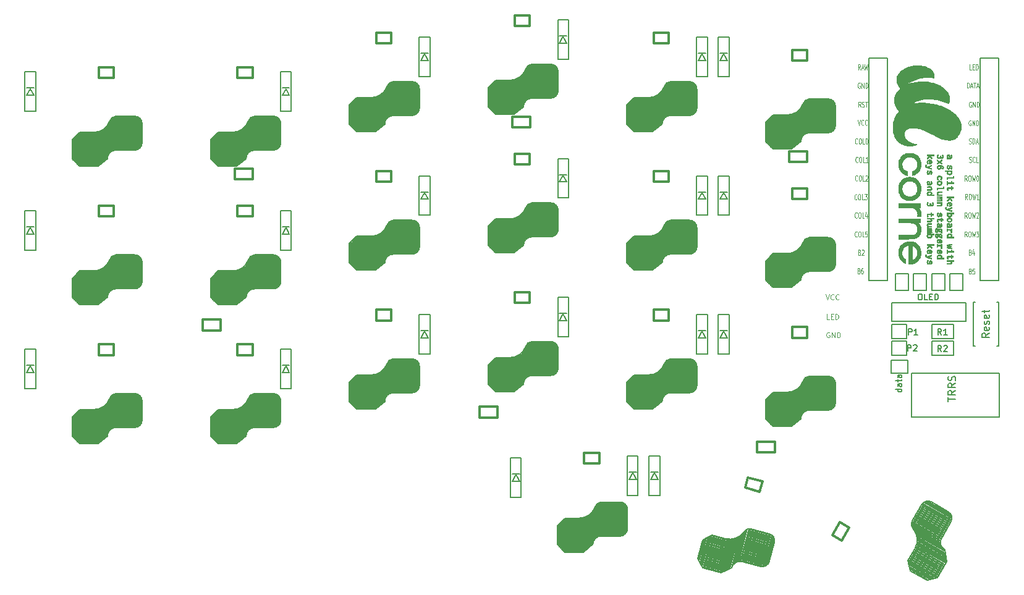
<source format=gbr>
G04 #@! TF.GenerationSoftware,KiCad,Pcbnew,(5.1.4)-1*
G04 #@! TF.CreationDate,2023-05-04T11:41:47-04:00*
G04 #@! TF.ProjectId,corne-chocolate,636f726e-652d-4636-986f-636f6c617465,2.1*
G04 #@! TF.SameCoordinates,Original*
G04 #@! TF.FileFunction,Legend,Top*
G04 #@! TF.FilePolarity,Positive*
%FSLAX46Y46*%
G04 Gerber Fmt 4.6, Leading zero omitted, Abs format (unit mm)*
G04 Created by KiCad (PCBNEW (5.1.4)-1) date 2023-05-04 11:41:47*
%MOMM*%
%LPD*%
G04 APERTURE LIST*
%ADD10C,0.125000*%
%ADD11C,0.150000*%
%ADD12C,0.300000*%
%ADD13C,0.010000*%
%ADD14C,0.152400*%
G04 APERTURE END LIST*
D10*
X171450000Y-106316666D02*
X171116666Y-106316666D01*
X171116666Y-105616666D01*
X171683333Y-105950000D02*
X171916666Y-105950000D01*
X172016666Y-106316666D02*
X171683333Y-106316666D01*
X171683333Y-105616666D01*
X172016666Y-105616666D01*
X172316666Y-106316666D02*
X172316666Y-105616666D01*
X172483333Y-105616666D01*
X172583333Y-105650000D01*
X172650000Y-105716666D01*
X172683333Y-105783333D01*
X172716666Y-105916666D01*
X172716666Y-106016666D01*
X172683333Y-106150000D01*
X172650000Y-106216666D01*
X172583333Y-106283333D01*
X172483333Y-106316666D01*
X172316666Y-106316666D01*
X171466666Y-108150000D02*
X171400000Y-108116666D01*
X171300000Y-108116666D01*
X171200000Y-108150000D01*
X171133333Y-108216666D01*
X171100000Y-108283333D01*
X171066666Y-108416666D01*
X171066666Y-108516666D01*
X171100000Y-108650000D01*
X171133333Y-108716666D01*
X171200000Y-108783333D01*
X171300000Y-108816666D01*
X171366666Y-108816666D01*
X171466666Y-108783333D01*
X171500000Y-108750000D01*
X171500000Y-108516666D01*
X171366666Y-108516666D01*
X171800000Y-108816666D02*
X171800000Y-108116666D01*
X172200000Y-108816666D01*
X172200000Y-108116666D01*
X172533333Y-108816666D02*
X172533333Y-108116666D01*
X172700000Y-108116666D01*
X172800000Y-108150000D01*
X172866666Y-108216666D01*
X172900000Y-108283333D01*
X172933333Y-108416666D01*
X172933333Y-108516666D01*
X172900000Y-108650000D01*
X172866666Y-108716666D01*
X172800000Y-108783333D01*
X172700000Y-108816666D01*
X172533333Y-108816666D01*
X170966666Y-102916666D02*
X171200000Y-103616666D01*
X171433333Y-102916666D01*
X172066666Y-103550000D02*
X172033333Y-103583333D01*
X171933333Y-103616666D01*
X171866666Y-103616666D01*
X171766666Y-103583333D01*
X171700000Y-103516666D01*
X171666666Y-103450000D01*
X171633333Y-103316666D01*
X171633333Y-103216666D01*
X171666666Y-103083333D01*
X171700000Y-103016666D01*
X171766666Y-102950000D01*
X171866666Y-102916666D01*
X171933333Y-102916666D01*
X172033333Y-102950000D01*
X172066666Y-102983333D01*
X172766666Y-103550000D02*
X172733333Y-103583333D01*
X172633333Y-103616666D01*
X172566666Y-103616666D01*
X172466666Y-103583333D01*
X172400000Y-103516666D01*
X172366666Y-103450000D01*
X172333333Y-103316666D01*
X172333333Y-103216666D01*
X172366666Y-103083333D01*
X172400000Y-103016666D01*
X172466666Y-102950000D01*
X172566666Y-102916666D01*
X172633333Y-102916666D01*
X172733333Y-102950000D01*
X172766666Y-102983333D01*
D11*
X183937436Y-132047149D02*
X187921152Y-134347149D01*
X183412436Y-132956476D02*
X187396152Y-135256476D01*
X187510559Y-139508318D02*
X186235559Y-141716682D01*
X183196041Y-137681282D02*
X182208541Y-139391682D01*
X187751779Y-132690515D02*
X185456810Y-131365515D01*
X184835383Y-142091858D02*
X182583717Y-140791858D01*
X187260383Y-137891635D02*
G75*
G02X186830303Y-136286555I587500J1017580D01*
G01*
X182968584Y-135081440D02*
G75*
G02X183196041Y-137681282I-1742751J-1462342D01*
G01*
X182583717Y-140791858D02*
X182208541Y-139391682D01*
X184835383Y-142091858D02*
X186235559Y-141716682D01*
X187510559Y-139508318D02*
X187260383Y-137891635D01*
X187751778Y-132690515D02*
G75*
G02X188117803Y-134056540I-500000J-866025D01*
G01*
X185456810Y-131365515D02*
G75*
G03X184090785Y-131731540I-500000J-866025D01*
G01*
X182791334Y-133984672D02*
G75*
G03X182968584Y-135081440I822106J-429845D01*
G01*
X182528813Y-140586955D02*
X185040287Y-142036955D01*
X182517211Y-140407051D02*
X185245191Y-141982051D01*
X182419005Y-140177147D02*
X185450094Y-141927147D01*
X182364102Y-139972243D02*
X185654998Y-141872243D01*
X182309198Y-139767339D02*
X185859902Y-141817339D01*
X182297595Y-139587436D02*
X186064806Y-141762436D01*
X182242691Y-139382532D02*
X186226408Y-141682532D01*
X182317691Y-139252628D02*
X186301408Y-141552628D01*
X182392691Y-139122724D02*
X186376408Y-141422724D01*
X182467691Y-138992820D02*
X186451408Y-141292820D01*
X182542691Y-138862917D02*
X186526408Y-141162917D01*
X182617691Y-138733013D02*
X186601408Y-141033013D01*
X182692691Y-138603109D02*
X186676408Y-140903109D01*
X182767691Y-138473205D02*
X186751408Y-140773205D01*
X182842691Y-138343301D02*
X186826408Y-140643301D01*
X182917691Y-138213397D02*
X186901408Y-140513397D01*
X182992691Y-138083495D02*
X186976408Y-140383494D01*
X183067691Y-137953590D02*
X187051408Y-140253590D01*
X183142691Y-137823686D02*
X187126408Y-140123686D01*
X183217691Y-137693782D02*
X187201408Y-139993782D01*
X183292691Y-137563878D02*
X187233107Y-139838878D01*
X183324390Y-137408975D02*
X187351408Y-139733975D01*
X183399390Y-137279071D02*
X187426408Y-139604071D01*
X183474390Y-137149167D02*
X187458107Y-139449167D01*
X183506089Y-136994263D02*
X187446505Y-139269263D01*
X183494486Y-136814359D02*
X187434902Y-139089359D01*
X183526185Y-136659456D02*
X187379998Y-138884456D01*
X183514583Y-136479552D02*
X187368396Y-138704552D01*
X183502980Y-136299648D02*
X187313492Y-138499648D01*
X183491377Y-136119744D02*
X187301889Y-138319744D01*
X183436474Y-135914840D02*
X187290287Y-138139840D01*
X183381570Y-135709936D02*
X187235383Y-137934936D01*
X183258365Y-135523334D02*
X186852370Y-137598334D01*
X183178461Y-135361731D02*
X186772466Y-137436731D01*
X183055256Y-135175129D02*
X186649261Y-137250129D01*
X182975352Y-135013526D02*
X186612659Y-137113526D01*
X182808846Y-134801924D02*
X186619358Y-137001924D01*
X182728942Y-134640321D02*
X186626056Y-136890321D01*
X182717339Y-134460417D02*
X186657755Y-136735417D01*
X182705737Y-134280514D02*
X186646152Y-136555514D01*
X182737436Y-134125610D02*
X186721152Y-136425610D01*
X182812436Y-133995706D02*
X186796152Y-136295706D01*
X182887436Y-133865802D02*
X186827851Y-136140802D01*
X182962436Y-133735898D02*
X186946152Y-136035898D01*
X183037436Y-133605995D02*
X187021152Y-135905995D01*
X183112436Y-133476091D02*
X187096152Y-135776091D01*
X183187436Y-133346187D02*
X187171152Y-135646187D01*
X183262436Y-133216283D02*
X187246152Y-135516283D01*
X183337436Y-133086378D02*
X187321152Y-135386379D01*
X184560641Y-131367726D02*
X188197947Y-133467726D01*
X184090785Y-131731540D02*
X182790785Y-133983206D01*
X184162436Y-131657437D02*
X188102851Y-133932437D01*
X188117803Y-134056540D02*
X186830303Y-136286555D01*
X184087436Y-131787341D02*
X188071152Y-134087341D01*
X183862436Y-132177053D02*
X187846152Y-134477054D01*
X184833846Y-131294521D02*
X188081441Y-133169521D01*
X184012436Y-131917245D02*
X187996152Y-134217245D01*
X183487436Y-132826572D02*
X187471152Y-135126572D01*
X184280737Y-131552534D02*
X188177851Y-133802534D01*
X184399038Y-131447630D02*
X188209550Y-133647630D01*
X185013750Y-131282917D02*
X188088140Y-133057918D01*
X183787436Y-132306956D02*
X187771152Y-134606956D01*
X183712436Y-132436860D02*
X187696152Y-134736860D01*
X184697243Y-131331123D02*
X188118044Y-133306123D01*
X183637436Y-132566764D02*
X187621152Y-134866764D01*
X183562436Y-132696668D02*
X187546152Y-134996668D01*
X75950000Y-78525000D02*
X75950000Y-83125000D01*
X74900000Y-78525000D02*
X74900000Y-83125000D01*
X71275000Y-85350000D02*
X68725000Y-85350000D01*
X70700000Y-80700000D02*
X68725000Y-80700000D01*
X77300000Y-82150000D02*
X77300000Y-79500000D01*
X67700000Y-84325000D02*
X67700000Y-81725000D01*
X72550000Y-84325000D02*
G75*
G02X73725000Y-83150000I1175000J0D01*
G01*
X72837801Y-79203096D02*
G75*
G02X70700000Y-80700000I-2137801J778096D01*
G01*
X67700000Y-81725000D02*
X68725000Y-80700000D01*
X67700000Y-84325000D02*
X68725000Y-85350000D01*
X71275000Y-85350000D02*
X72550000Y-84325000D01*
X77300000Y-82150000D02*
G75*
G02X76300000Y-83150000I-1000000J0D01*
G01*
X77300000Y-79500000D02*
G75*
G03X76300000Y-78500000I-1000000J0D01*
G01*
X73699005Y-78501209D02*
G75*
G03X72837801Y-79203096I38796J-926887D01*
G01*
X67850000Y-81575000D02*
X67850000Y-84475000D01*
X68000000Y-81475000D02*
X68000000Y-84625000D01*
X68150000Y-81275000D02*
X68150000Y-84775000D01*
X68300000Y-81125000D02*
X68300000Y-84925000D01*
X68450000Y-80975000D02*
X68450000Y-85075000D01*
X68600000Y-80875000D02*
X68600000Y-85225000D01*
X68750000Y-80725000D02*
X68750000Y-85325000D01*
X68900000Y-80725000D02*
X68900000Y-85325000D01*
X69050000Y-80725000D02*
X69050000Y-85325000D01*
X69200000Y-80725000D02*
X69200000Y-85325000D01*
X69350000Y-80725000D02*
X69350000Y-85325000D01*
X69500000Y-80725000D02*
X69500000Y-85325000D01*
X69650000Y-80725000D02*
X69650000Y-85325000D01*
X69800000Y-80725000D02*
X69800000Y-85325000D01*
X69950000Y-80725000D02*
X69950000Y-85325000D01*
X70100000Y-80725000D02*
X70100000Y-85325000D01*
X70250000Y-80725000D02*
X70250000Y-85325000D01*
X70400000Y-80725000D02*
X70400000Y-85325000D01*
X70550000Y-80725000D02*
X70550000Y-85325000D01*
X70700000Y-80725000D02*
X70700000Y-85325000D01*
X70850000Y-80725000D02*
X70850000Y-85275000D01*
X71000000Y-80675000D02*
X71000000Y-85325000D01*
X71150000Y-80675000D02*
X71150000Y-85325000D01*
X71300000Y-80675000D02*
X71300000Y-85275000D01*
X71450000Y-80625000D02*
X71450000Y-85175000D01*
X71600000Y-80525000D02*
X71600000Y-85075000D01*
X71750000Y-80475000D02*
X71750000Y-84925000D01*
X71900000Y-80375000D02*
X71900000Y-84825000D01*
X72050000Y-80275000D02*
X72050000Y-84675000D01*
X72200000Y-80175000D02*
X72200000Y-84575000D01*
X72350000Y-80025000D02*
X72350000Y-84475000D01*
X72500000Y-79875000D02*
X72500000Y-84325000D01*
X72600000Y-79675000D02*
X72600000Y-83825000D01*
X72700000Y-79525000D02*
X72700000Y-83675000D01*
X72800000Y-79325000D02*
X72800000Y-83475000D01*
X72900000Y-79175000D02*
X72900000Y-83375000D01*
X73000000Y-78925000D02*
X73000000Y-83325000D01*
X73100000Y-78775000D02*
X73100000Y-83275000D01*
X73250000Y-78675000D02*
X73250000Y-83225000D01*
X73400000Y-78575000D02*
X73400000Y-83125000D01*
X73550000Y-78525000D02*
X73550000Y-83125000D01*
X73700000Y-78525000D02*
X73700000Y-83125000D01*
X73850000Y-78525000D02*
X73850000Y-83075000D01*
X74000000Y-78525000D02*
X74000000Y-83125000D01*
X74150000Y-78525000D02*
X74150000Y-83125000D01*
X74300000Y-78525000D02*
X74300000Y-83125000D01*
X74450000Y-78525000D02*
X74450000Y-83125000D01*
X74600000Y-78525000D02*
X74600000Y-83125000D01*
X74750000Y-78525000D02*
X74750000Y-83125000D01*
X76850000Y-78725000D02*
X76850000Y-82925000D01*
X76300000Y-78500000D02*
X73700000Y-78500000D01*
X76400000Y-78525000D02*
X76400000Y-83075000D01*
X76300000Y-83150000D02*
X73725000Y-83150000D01*
X76250000Y-78525000D02*
X76250000Y-83125000D01*
X75800000Y-78525000D02*
X75800000Y-83125000D01*
X77050000Y-78925000D02*
X77050000Y-82675000D01*
X76100000Y-78525000D02*
X76100000Y-83125000D01*
X75050000Y-78525000D02*
X75050000Y-83125000D01*
X76550000Y-78575000D02*
X76550000Y-83075000D01*
X76700000Y-78625000D02*
X76700000Y-83025000D01*
X77150000Y-79075000D02*
X77150000Y-82625000D01*
X75650000Y-78525000D02*
X75650000Y-83125000D01*
X75500000Y-78525000D02*
X75500000Y-83125000D01*
X76950000Y-78825000D02*
X76950000Y-82775000D01*
X75350000Y-78525000D02*
X75350000Y-83125000D01*
X75200000Y-78525000D02*
X75200000Y-83125000D01*
X162884912Y-135642269D02*
X161694344Y-140085528D01*
X161870690Y-135370509D02*
X160680122Y-139813768D01*
X156602769Y-141024734D02*
X154139658Y-140364746D01*
X157250870Y-136384358D02*
X155343166Y-135873191D01*
X163250693Y-139493156D02*
X163936563Y-136933453D01*
X153414873Y-139109382D02*
X154087803Y-136597975D01*
X158099614Y-140364655D02*
G75*
G02X159538689Y-139533804I1134963J-304112D01*
G01*
X159703254Y-135491763D02*
G75*
G02X157250870Y-136384358I-1863571J1304886D01*
G01*
X154087803Y-136597975D02*
X155343166Y-135873191D01*
X153414873Y-139109382D02*
X154139658Y-140364746D01*
X156602769Y-141024734D02*
X158099614Y-140364655D01*
X163250693Y-139493156D02*
G75*
G02X162025948Y-140200263I-965926J258819D01*
G01*
X163936563Y-136933454D02*
G75*
G03X163229457Y-135708708I-965926J258820D01*
G01*
X160716775Y-135036688D02*
G75*
G03X159703254Y-135491764I-202422J-905346D01*
G01*
X154271515Y-136491909D02*
X153520939Y-139293094D01*
X154442286Y-136434139D02*
X153627006Y-139476806D01*
X154638938Y-136279777D02*
X153733072Y-139660517D01*
X154822650Y-136173711D02*
X153839138Y-139844229D01*
X155006362Y-136067645D02*
X153945204Y-140027941D01*
X155177132Y-136009875D02*
X154051270Y-140211653D01*
X155360844Y-135903809D02*
X154170277Y-140347068D01*
X155505733Y-135942632D02*
X154315165Y-140385891D01*
X155650622Y-135981455D02*
X154460054Y-140424714D01*
X155795511Y-136020278D02*
X154604943Y-140463537D01*
X155940400Y-136059101D02*
X154749832Y-140502359D01*
X156085289Y-136097923D02*
X154894721Y-140541182D01*
X156230177Y-136136746D02*
X155039610Y-140580005D01*
X156375066Y-136175569D02*
X155184499Y-140618828D01*
X156519955Y-136214392D02*
X155329388Y-140657651D01*
X156664844Y-136253215D02*
X155474276Y-140696474D01*
X156809733Y-136292038D02*
X155619165Y-140735297D01*
X156954622Y-136330861D02*
X155764054Y-140774119D01*
X157099511Y-136369683D02*
X155908943Y-140812942D01*
X157244400Y-136408506D02*
X156053832Y-140851765D01*
X157389288Y-136447329D02*
X156211662Y-140842292D01*
X157547118Y-136437856D02*
X156343610Y-140929411D01*
X157692007Y-136476679D02*
X156488499Y-140968234D01*
X157836896Y-136515501D02*
X156646328Y-140958760D01*
X157994726Y-136506028D02*
X156817099Y-140900991D01*
X158165497Y-136448258D02*
X156987870Y-140843221D01*
X158323326Y-136438785D02*
X157171582Y-140737155D01*
X158494097Y-136381015D02*
X157342352Y-140679385D01*
X158664868Y-136323245D02*
X157526064Y-140573319D01*
X158835639Y-136265476D02*
X157696835Y-140515549D01*
X159019350Y-136159410D02*
X157867606Y-140457780D01*
X159203062Y-136053344D02*
X158051317Y-140351714D01*
X159351419Y-135886040D02*
X158277320Y-139894633D01*
X159486834Y-135767033D02*
X158412735Y-139775626D01*
X159635190Y-135599730D02*
X158561091Y-139608322D01*
X159770606Y-135480723D02*
X158683566Y-139537612D01*
X159931903Y-135265124D02*
X158793099Y-139515197D01*
X160067319Y-135146117D02*
X158902633Y-139492783D01*
X160238089Y-135088347D02*
X159060463Y-139483309D01*
X160408860Y-135030577D02*
X159231234Y-139425540D01*
X160566690Y-135021104D02*
X159376122Y-139464363D01*
X160711579Y-135059927D02*
X159521011Y-139503185D01*
X160856468Y-135098749D02*
X159678841Y-139493712D01*
X161001357Y-135137572D02*
X159810789Y-139580831D01*
X161146246Y-135176395D02*
X159955678Y-139619654D01*
X161291134Y-135215218D02*
X160100567Y-139658477D01*
X161436023Y-135254041D02*
X160245456Y-139697300D01*
X161580912Y-135292864D02*
X160390345Y-139736123D01*
X161725801Y-135331687D02*
X160535233Y-139774945D01*
X163702481Y-136068392D02*
X162615441Y-140125280D01*
X163229457Y-135708708D02*
X160718049Y-135035778D01*
X163319579Y-135758738D02*
X162141952Y-140153701D01*
X162025948Y-140200263D02*
X159538689Y-139533804D01*
X163174690Y-135719915D02*
X161984122Y-140163174D01*
X162740023Y-135603447D02*
X161549456Y-140046705D01*
X163843903Y-136313341D02*
X162873331Y-139935563D01*
X163029801Y-135681092D02*
X161839233Y-140124351D01*
X162015579Y-135409332D02*
X160825011Y-139852591D01*
X163451527Y-135845857D02*
X162286841Y-140192523D01*
X163583474Y-135932976D02*
X162444671Y-140183050D01*
X163901673Y-136484112D02*
X162982865Y-139913148D01*
X162595134Y-135564624D02*
X161404567Y-140007883D01*
X162450245Y-135525801D02*
X161259678Y-139969060D01*
X163773192Y-136190866D02*
X162750857Y-140006273D01*
X162305357Y-135486978D02*
X161114789Y-139930237D01*
X162160468Y-135448155D02*
X160969900Y-139891414D01*
X151950000Y-92775000D02*
X151950000Y-97375000D01*
X150900000Y-92775000D02*
X150900000Y-97375000D01*
X147275000Y-99600000D02*
X144725000Y-99600000D01*
X146700000Y-94950000D02*
X144725000Y-94950000D01*
X153300000Y-96400000D02*
X153300000Y-93750000D01*
X143700000Y-98575000D02*
X143700000Y-95975000D01*
X148550000Y-98575000D02*
G75*
G02X149725000Y-97400000I1175000J0D01*
G01*
X148837801Y-93453096D02*
G75*
G02X146700000Y-94950000I-2137801J778096D01*
G01*
X143700000Y-95975000D02*
X144725000Y-94950000D01*
X143700000Y-98575000D02*
X144725000Y-99600000D01*
X147275000Y-99600000D02*
X148550000Y-98575000D01*
X153300000Y-96400000D02*
G75*
G02X152300000Y-97400000I-1000000J0D01*
G01*
X153300000Y-93750000D02*
G75*
G03X152300000Y-92750000I-1000000J0D01*
G01*
X149699005Y-92751209D02*
G75*
G03X148837801Y-93453096I38796J-926887D01*
G01*
X143850000Y-95825000D02*
X143850000Y-98725000D01*
X144000000Y-95725000D02*
X144000000Y-98875000D01*
X144150000Y-95525000D02*
X144150000Y-99025000D01*
X144300000Y-95375000D02*
X144300000Y-99175000D01*
X144450000Y-95225000D02*
X144450000Y-99325000D01*
X144600000Y-95125000D02*
X144600000Y-99475000D01*
X144750000Y-94975000D02*
X144750000Y-99575000D01*
X144900000Y-94975000D02*
X144900000Y-99575000D01*
X145050000Y-94975000D02*
X145050000Y-99575000D01*
X145200000Y-94975000D02*
X145200000Y-99575000D01*
X145350000Y-94975000D02*
X145350000Y-99575000D01*
X145500000Y-94975000D02*
X145500000Y-99575000D01*
X145650000Y-94975000D02*
X145650000Y-99575000D01*
X145800000Y-94975000D02*
X145800000Y-99575000D01*
X145950000Y-94975000D02*
X145950000Y-99575000D01*
X146100000Y-94975000D02*
X146100000Y-99575000D01*
X146250000Y-94975000D02*
X146250000Y-99575000D01*
X146400000Y-94975000D02*
X146400000Y-99575000D01*
X146550000Y-94975000D02*
X146550000Y-99575000D01*
X146700000Y-94975000D02*
X146700000Y-99575000D01*
X146850000Y-94975000D02*
X146850000Y-99525000D01*
X147000000Y-94925000D02*
X147000000Y-99575000D01*
X147150000Y-94925000D02*
X147150000Y-99575000D01*
X147300000Y-94925000D02*
X147300000Y-99525000D01*
X147450000Y-94875000D02*
X147450000Y-99425000D01*
X147600000Y-94775000D02*
X147600000Y-99325000D01*
X147750000Y-94725000D02*
X147750000Y-99175000D01*
X147900000Y-94625000D02*
X147900000Y-99075000D01*
X148050000Y-94525000D02*
X148050000Y-98925000D01*
X148200000Y-94425000D02*
X148200000Y-98825000D01*
X148350000Y-94275000D02*
X148350000Y-98725000D01*
X148500000Y-94125000D02*
X148500000Y-98575000D01*
X148600000Y-93925000D02*
X148600000Y-98075000D01*
X148700000Y-93775000D02*
X148700000Y-97925000D01*
X148800000Y-93575000D02*
X148800000Y-97725000D01*
X148900000Y-93425000D02*
X148900000Y-97625000D01*
X149000000Y-93175000D02*
X149000000Y-97575000D01*
X149100000Y-93025000D02*
X149100000Y-97525000D01*
X149250000Y-92925000D02*
X149250000Y-97475000D01*
X149400000Y-92825000D02*
X149400000Y-97375000D01*
X149550000Y-92775000D02*
X149550000Y-97375000D01*
X149700000Y-92775000D02*
X149700000Y-97375000D01*
X149850000Y-92775000D02*
X149850000Y-97325000D01*
X150000000Y-92775000D02*
X150000000Y-97375000D01*
X150150000Y-92775000D02*
X150150000Y-97375000D01*
X150300000Y-92775000D02*
X150300000Y-97375000D01*
X150450000Y-92775000D02*
X150450000Y-97375000D01*
X150600000Y-92775000D02*
X150600000Y-97375000D01*
X150750000Y-92775000D02*
X150750000Y-97375000D01*
X152850000Y-92975000D02*
X152850000Y-97175000D01*
X152300000Y-92750000D02*
X149700000Y-92750000D01*
X152400000Y-92775000D02*
X152400000Y-97325000D01*
X152300000Y-97400000D02*
X149725000Y-97400000D01*
X152250000Y-92775000D02*
X152250000Y-97375000D01*
X151800000Y-92775000D02*
X151800000Y-97375000D01*
X153050000Y-93175000D02*
X153050000Y-96925000D01*
X152100000Y-92775000D02*
X152100000Y-97375000D01*
X151050000Y-92775000D02*
X151050000Y-97375000D01*
X152550000Y-92825000D02*
X152550000Y-97325000D01*
X152700000Y-92875000D02*
X152700000Y-97275000D01*
X153150000Y-93325000D02*
X153150000Y-96875000D01*
X151650000Y-92775000D02*
X151650000Y-97375000D01*
X151500000Y-92775000D02*
X151500000Y-97375000D01*
X152950000Y-93075000D02*
X152950000Y-97025000D01*
X151350000Y-92775000D02*
X151350000Y-97375000D01*
X151200000Y-92775000D02*
X151200000Y-97375000D01*
X170950000Y-114150000D02*
X170950000Y-118750000D01*
X169900000Y-114150000D02*
X169900000Y-118750000D01*
X166275000Y-120975000D02*
X163725000Y-120975000D01*
X165700000Y-116325000D02*
X163725000Y-116325000D01*
X172300000Y-117775000D02*
X172300000Y-115125000D01*
X162700000Y-119950000D02*
X162700000Y-117350000D01*
X167550000Y-119950000D02*
G75*
G02X168725000Y-118775000I1175000J0D01*
G01*
X167837801Y-114828096D02*
G75*
G02X165700000Y-116325000I-2137801J778096D01*
G01*
X162700000Y-117350000D02*
X163725000Y-116325000D01*
X162700000Y-119950000D02*
X163725000Y-120975000D01*
X166275000Y-120975000D02*
X167550000Y-119950000D01*
X172300000Y-117775000D02*
G75*
G02X171300000Y-118775000I-1000000J0D01*
G01*
X172300000Y-115125000D02*
G75*
G03X171300000Y-114125000I-1000000J0D01*
G01*
X168699005Y-114126209D02*
G75*
G03X167837801Y-114828096I38796J-926887D01*
G01*
X162850000Y-117200000D02*
X162850000Y-120100000D01*
X163000000Y-117100000D02*
X163000000Y-120250000D01*
X163150000Y-116900000D02*
X163150000Y-120400000D01*
X163300000Y-116750000D02*
X163300000Y-120550000D01*
X163450000Y-116600000D02*
X163450000Y-120700000D01*
X163600000Y-116500000D02*
X163600000Y-120850000D01*
X163750000Y-116350000D02*
X163750000Y-120950000D01*
X163900000Y-116350000D02*
X163900000Y-120950000D01*
X164050000Y-116350000D02*
X164050000Y-120950000D01*
X164200000Y-116350000D02*
X164200000Y-120950000D01*
X164350000Y-116350000D02*
X164350000Y-120950000D01*
X164500000Y-116350000D02*
X164500000Y-120950000D01*
X164650000Y-116350000D02*
X164650000Y-120950000D01*
X164800000Y-116350000D02*
X164800000Y-120950000D01*
X164950000Y-116350000D02*
X164950000Y-120950000D01*
X165100000Y-116350000D02*
X165100000Y-120950000D01*
X165250000Y-116350000D02*
X165250000Y-120950000D01*
X165400000Y-116350000D02*
X165400000Y-120950000D01*
X165550000Y-116350000D02*
X165550000Y-120950000D01*
X165700000Y-116350000D02*
X165700000Y-120950000D01*
X165850000Y-116350000D02*
X165850000Y-120900000D01*
X166000000Y-116300000D02*
X166000000Y-120950000D01*
X166150000Y-116300000D02*
X166150000Y-120950000D01*
X166300000Y-116300000D02*
X166300000Y-120900000D01*
X166450000Y-116250000D02*
X166450000Y-120800000D01*
X166600000Y-116150000D02*
X166600000Y-120700000D01*
X166750000Y-116100000D02*
X166750000Y-120550000D01*
X166900000Y-116000000D02*
X166900000Y-120450000D01*
X167050000Y-115900000D02*
X167050000Y-120300000D01*
X167200000Y-115800000D02*
X167200000Y-120200000D01*
X167350000Y-115650000D02*
X167350000Y-120100000D01*
X167500000Y-115500000D02*
X167500000Y-119950000D01*
X167600000Y-115300000D02*
X167600000Y-119450000D01*
X167700000Y-115150000D02*
X167700000Y-119300000D01*
X167800000Y-114950000D02*
X167800000Y-119100000D01*
X167900000Y-114800000D02*
X167900000Y-119000000D01*
X168000000Y-114550000D02*
X168000000Y-118950000D01*
X168100000Y-114400000D02*
X168100000Y-118900000D01*
X168250000Y-114300000D02*
X168250000Y-118850000D01*
X168400000Y-114200000D02*
X168400000Y-118750000D01*
X168550000Y-114150000D02*
X168550000Y-118750000D01*
X168700000Y-114150000D02*
X168700000Y-118750000D01*
X168850000Y-114150000D02*
X168850000Y-118700000D01*
X169000000Y-114150000D02*
X169000000Y-118750000D01*
X169150000Y-114150000D02*
X169150000Y-118750000D01*
X169300000Y-114150000D02*
X169300000Y-118750000D01*
X169450000Y-114150000D02*
X169450000Y-118750000D01*
X169600000Y-114150000D02*
X169600000Y-118750000D01*
X169750000Y-114150000D02*
X169750000Y-118750000D01*
X171850000Y-114350000D02*
X171850000Y-118550000D01*
X171300000Y-114125000D02*
X168700000Y-114125000D01*
X171400000Y-114150000D02*
X171400000Y-118700000D01*
X171300000Y-118775000D02*
X168725000Y-118775000D01*
X171250000Y-114150000D02*
X171250000Y-118750000D01*
X170800000Y-114150000D02*
X170800000Y-118750000D01*
X172050000Y-114550000D02*
X172050000Y-118300000D01*
X171100000Y-114150000D02*
X171100000Y-118750000D01*
X170050000Y-114150000D02*
X170050000Y-118750000D01*
X171550000Y-114200000D02*
X171550000Y-118700000D01*
X171700000Y-114250000D02*
X171700000Y-118650000D01*
X172150000Y-114700000D02*
X172150000Y-118250000D01*
X170650000Y-114150000D02*
X170650000Y-118750000D01*
X170500000Y-114150000D02*
X170500000Y-118750000D01*
X171950000Y-114450000D02*
X171950000Y-118400000D01*
X170350000Y-114150000D02*
X170350000Y-118750000D01*
X170200000Y-114150000D02*
X170200000Y-118750000D01*
X170950000Y-95150000D02*
X170950000Y-99750000D01*
X169900000Y-95150000D02*
X169900000Y-99750000D01*
X166275000Y-101975000D02*
X163725000Y-101975000D01*
X165700000Y-97325000D02*
X163725000Y-97325000D01*
X172300000Y-98775000D02*
X172300000Y-96125000D01*
X162700000Y-100950000D02*
X162700000Y-98350000D01*
X167550000Y-100950000D02*
G75*
G02X168725000Y-99775000I1175000J0D01*
G01*
X167837801Y-95828096D02*
G75*
G02X165700000Y-97325000I-2137801J778096D01*
G01*
X162700000Y-98350000D02*
X163725000Y-97325000D01*
X162700000Y-100950000D02*
X163725000Y-101975000D01*
X166275000Y-101975000D02*
X167550000Y-100950000D01*
X172300000Y-98775000D02*
G75*
G02X171300000Y-99775000I-1000000J0D01*
G01*
X172300000Y-96125000D02*
G75*
G03X171300000Y-95125000I-1000000J0D01*
G01*
X168699005Y-95126209D02*
G75*
G03X167837801Y-95828096I38796J-926887D01*
G01*
X162850000Y-98200000D02*
X162850000Y-101100000D01*
X163000000Y-98100000D02*
X163000000Y-101250000D01*
X163150000Y-97900000D02*
X163150000Y-101400000D01*
X163300000Y-97750000D02*
X163300000Y-101550000D01*
X163450000Y-97600000D02*
X163450000Y-101700000D01*
X163600000Y-97500000D02*
X163600000Y-101850000D01*
X163750000Y-97350000D02*
X163750000Y-101950000D01*
X163900000Y-97350000D02*
X163900000Y-101950000D01*
X164050000Y-97350000D02*
X164050000Y-101950000D01*
X164200000Y-97350000D02*
X164200000Y-101950000D01*
X164350000Y-97350000D02*
X164350000Y-101950000D01*
X164500000Y-97350000D02*
X164500000Y-101950000D01*
X164650000Y-97350000D02*
X164650000Y-101950000D01*
X164800000Y-97350000D02*
X164800000Y-101950000D01*
X164950000Y-97350000D02*
X164950000Y-101950000D01*
X165100000Y-97350000D02*
X165100000Y-101950000D01*
X165250000Y-97350000D02*
X165250000Y-101950000D01*
X165400000Y-97350000D02*
X165400000Y-101950000D01*
X165550000Y-97350000D02*
X165550000Y-101950000D01*
X165700000Y-97350000D02*
X165700000Y-101950000D01*
X165850000Y-97350000D02*
X165850000Y-101900000D01*
X166000000Y-97300000D02*
X166000000Y-101950000D01*
X166150000Y-97300000D02*
X166150000Y-101950000D01*
X166300000Y-97300000D02*
X166300000Y-101900000D01*
X166450000Y-97250000D02*
X166450000Y-101800000D01*
X166600000Y-97150000D02*
X166600000Y-101700000D01*
X166750000Y-97100000D02*
X166750000Y-101550000D01*
X166900000Y-97000000D02*
X166900000Y-101450000D01*
X167050000Y-96900000D02*
X167050000Y-101300000D01*
X167200000Y-96800000D02*
X167200000Y-101200000D01*
X167350000Y-96650000D02*
X167350000Y-101100000D01*
X167500000Y-96500000D02*
X167500000Y-100950000D01*
X167600000Y-96300000D02*
X167600000Y-100450000D01*
X167700000Y-96150000D02*
X167700000Y-100300000D01*
X167800000Y-95950000D02*
X167800000Y-100100000D01*
X167900000Y-95800000D02*
X167900000Y-100000000D01*
X168000000Y-95550000D02*
X168000000Y-99950000D01*
X168100000Y-95400000D02*
X168100000Y-99900000D01*
X168250000Y-95300000D02*
X168250000Y-99850000D01*
X168400000Y-95200000D02*
X168400000Y-99750000D01*
X168550000Y-95150000D02*
X168550000Y-99750000D01*
X168700000Y-95150000D02*
X168700000Y-99750000D01*
X168850000Y-95150000D02*
X168850000Y-99700000D01*
X169000000Y-95150000D02*
X169000000Y-99750000D01*
X169150000Y-95150000D02*
X169150000Y-99750000D01*
X169300000Y-95150000D02*
X169300000Y-99750000D01*
X169450000Y-95150000D02*
X169450000Y-99750000D01*
X169600000Y-95150000D02*
X169600000Y-99750000D01*
X169750000Y-95150000D02*
X169750000Y-99750000D01*
X171850000Y-95350000D02*
X171850000Y-99550000D01*
X171300000Y-95125000D02*
X168700000Y-95125000D01*
X171400000Y-95150000D02*
X171400000Y-99700000D01*
X171300000Y-99775000D02*
X168725000Y-99775000D01*
X171250000Y-95150000D02*
X171250000Y-99750000D01*
X170800000Y-95150000D02*
X170800000Y-99750000D01*
X172050000Y-95550000D02*
X172050000Y-99300000D01*
X171100000Y-95150000D02*
X171100000Y-99750000D01*
X170050000Y-95150000D02*
X170050000Y-99750000D01*
X171550000Y-95200000D02*
X171550000Y-99700000D01*
X171700000Y-95250000D02*
X171700000Y-99650000D01*
X172150000Y-95700000D02*
X172150000Y-99250000D01*
X170650000Y-95150000D02*
X170650000Y-99750000D01*
X170500000Y-95150000D02*
X170500000Y-99750000D01*
X171950000Y-95450000D02*
X171950000Y-99400000D01*
X170350000Y-95150000D02*
X170350000Y-99750000D01*
X170200000Y-95150000D02*
X170200000Y-99750000D01*
X170950000Y-76150000D02*
X170950000Y-80750000D01*
X169900000Y-76150000D02*
X169900000Y-80750000D01*
X166275000Y-82975000D02*
X163725000Y-82975000D01*
X165700000Y-78325000D02*
X163725000Y-78325000D01*
X172300000Y-79775000D02*
X172300000Y-77125000D01*
X162700000Y-81950000D02*
X162700000Y-79350000D01*
X167550000Y-81950000D02*
G75*
G02X168725000Y-80775000I1175000J0D01*
G01*
X167837801Y-76828096D02*
G75*
G02X165700000Y-78325000I-2137801J778096D01*
G01*
X162700000Y-79350000D02*
X163725000Y-78325000D01*
X162700000Y-81950000D02*
X163725000Y-82975000D01*
X166275000Y-82975000D02*
X167550000Y-81950000D01*
X172300000Y-79775000D02*
G75*
G02X171300000Y-80775000I-1000000J0D01*
G01*
X172300000Y-77125000D02*
G75*
G03X171300000Y-76125000I-1000000J0D01*
G01*
X168699005Y-76126209D02*
G75*
G03X167837801Y-76828096I38796J-926887D01*
G01*
X162850000Y-79200000D02*
X162850000Y-82100000D01*
X163000000Y-79100000D02*
X163000000Y-82250000D01*
X163150000Y-78900000D02*
X163150000Y-82400000D01*
X163300000Y-78750000D02*
X163300000Y-82550000D01*
X163450000Y-78600000D02*
X163450000Y-82700000D01*
X163600000Y-78500000D02*
X163600000Y-82850000D01*
X163750000Y-78350000D02*
X163750000Y-82950000D01*
X163900000Y-78350000D02*
X163900000Y-82950000D01*
X164050000Y-78350000D02*
X164050000Y-82950000D01*
X164200000Y-78350000D02*
X164200000Y-82950000D01*
X164350000Y-78350000D02*
X164350000Y-82950000D01*
X164500000Y-78350000D02*
X164500000Y-82950000D01*
X164650000Y-78350000D02*
X164650000Y-82950000D01*
X164800000Y-78350000D02*
X164800000Y-82950000D01*
X164950000Y-78350000D02*
X164950000Y-82950000D01*
X165100000Y-78350000D02*
X165100000Y-82950000D01*
X165250000Y-78350000D02*
X165250000Y-82950000D01*
X165400000Y-78350000D02*
X165400000Y-82950000D01*
X165550000Y-78350000D02*
X165550000Y-82950000D01*
X165700000Y-78350000D02*
X165700000Y-82950000D01*
X165850000Y-78350000D02*
X165850000Y-82900000D01*
X166000000Y-78300000D02*
X166000000Y-82950000D01*
X166150000Y-78300000D02*
X166150000Y-82950000D01*
X166300000Y-78300000D02*
X166300000Y-82900000D01*
X166450000Y-78250000D02*
X166450000Y-82800000D01*
X166600000Y-78150000D02*
X166600000Y-82700000D01*
X166750000Y-78100000D02*
X166750000Y-82550000D01*
X166900000Y-78000000D02*
X166900000Y-82450000D01*
X167050000Y-77900000D02*
X167050000Y-82300000D01*
X167200000Y-77800000D02*
X167200000Y-82200000D01*
X167350000Y-77650000D02*
X167350000Y-82100000D01*
X167500000Y-77500000D02*
X167500000Y-81950000D01*
X167600000Y-77300000D02*
X167600000Y-81450000D01*
X167700000Y-77150000D02*
X167700000Y-81300000D01*
X167800000Y-76950000D02*
X167800000Y-81100000D01*
X167900000Y-76800000D02*
X167900000Y-81000000D01*
X168000000Y-76550000D02*
X168000000Y-80950000D01*
X168100000Y-76400000D02*
X168100000Y-80900000D01*
X168250000Y-76300000D02*
X168250000Y-80850000D01*
X168400000Y-76200000D02*
X168400000Y-80750000D01*
X168550000Y-76150000D02*
X168550000Y-80750000D01*
X168700000Y-76150000D02*
X168700000Y-80750000D01*
X168850000Y-76150000D02*
X168850000Y-80700000D01*
X169000000Y-76150000D02*
X169000000Y-80750000D01*
X169150000Y-76150000D02*
X169150000Y-80750000D01*
X169300000Y-76150000D02*
X169300000Y-80750000D01*
X169450000Y-76150000D02*
X169450000Y-80750000D01*
X169600000Y-76150000D02*
X169600000Y-80750000D01*
X169750000Y-76150000D02*
X169750000Y-80750000D01*
X171850000Y-76350000D02*
X171850000Y-80550000D01*
X171300000Y-76125000D02*
X168700000Y-76125000D01*
X171400000Y-76150000D02*
X171400000Y-80700000D01*
X171300000Y-80775000D02*
X168725000Y-80775000D01*
X171250000Y-76150000D02*
X171250000Y-80750000D01*
X170800000Y-76150000D02*
X170800000Y-80750000D01*
X172050000Y-76550000D02*
X172050000Y-80300000D01*
X171100000Y-76150000D02*
X171100000Y-80750000D01*
X170050000Y-76150000D02*
X170050000Y-80750000D01*
X171550000Y-76200000D02*
X171550000Y-80700000D01*
X171700000Y-76250000D02*
X171700000Y-80650000D01*
X172150000Y-76700000D02*
X172150000Y-80250000D01*
X170650000Y-76150000D02*
X170650000Y-80750000D01*
X170500000Y-76150000D02*
X170500000Y-80750000D01*
X171950000Y-76450000D02*
X171950000Y-80400000D01*
X170350000Y-76150000D02*
X170350000Y-80750000D01*
X170200000Y-76150000D02*
X170200000Y-80750000D01*
X151950000Y-73775000D02*
X151950000Y-78375000D01*
X150900000Y-73775000D02*
X150900000Y-78375000D01*
X147275000Y-80600000D02*
X144725000Y-80600000D01*
X146700000Y-75950000D02*
X144725000Y-75950000D01*
X153300000Y-77400000D02*
X153300000Y-74750000D01*
X143700000Y-79575000D02*
X143700000Y-76975000D01*
X148550000Y-79575000D02*
G75*
G02X149725000Y-78400000I1175000J0D01*
G01*
X148837801Y-74453096D02*
G75*
G02X146700000Y-75950000I-2137801J778096D01*
G01*
X143700000Y-76975000D02*
X144725000Y-75950000D01*
X143700000Y-79575000D02*
X144725000Y-80600000D01*
X147275000Y-80600000D02*
X148550000Y-79575000D01*
X153300000Y-77400000D02*
G75*
G02X152300000Y-78400000I-1000000J0D01*
G01*
X153300000Y-74750000D02*
G75*
G03X152300000Y-73750000I-1000000J0D01*
G01*
X149699005Y-73751209D02*
G75*
G03X148837801Y-74453096I38796J-926887D01*
G01*
X143850000Y-76825000D02*
X143850000Y-79725000D01*
X144000000Y-76725000D02*
X144000000Y-79875000D01*
X144150000Y-76525000D02*
X144150000Y-80025000D01*
X144300000Y-76375000D02*
X144300000Y-80175000D01*
X144450000Y-76225000D02*
X144450000Y-80325000D01*
X144600000Y-76125000D02*
X144600000Y-80475000D01*
X144750000Y-75975000D02*
X144750000Y-80575000D01*
X144900000Y-75975000D02*
X144900000Y-80575000D01*
X145050000Y-75975000D02*
X145050000Y-80575000D01*
X145200000Y-75975000D02*
X145200000Y-80575000D01*
X145350000Y-75975000D02*
X145350000Y-80575000D01*
X145500000Y-75975000D02*
X145500000Y-80575000D01*
X145650000Y-75975000D02*
X145650000Y-80575000D01*
X145800000Y-75975000D02*
X145800000Y-80575000D01*
X145950000Y-75975000D02*
X145950000Y-80575000D01*
X146100000Y-75975000D02*
X146100000Y-80575000D01*
X146250000Y-75975000D02*
X146250000Y-80575000D01*
X146400000Y-75975000D02*
X146400000Y-80575000D01*
X146550000Y-75975000D02*
X146550000Y-80575000D01*
X146700000Y-75975000D02*
X146700000Y-80575000D01*
X146850000Y-75975000D02*
X146850000Y-80525000D01*
X147000000Y-75925000D02*
X147000000Y-80575000D01*
X147150000Y-75925000D02*
X147150000Y-80575000D01*
X147300000Y-75925000D02*
X147300000Y-80525000D01*
X147450000Y-75875000D02*
X147450000Y-80425000D01*
X147600000Y-75775000D02*
X147600000Y-80325000D01*
X147750000Y-75725000D02*
X147750000Y-80175000D01*
X147900000Y-75625000D02*
X147900000Y-80075000D01*
X148050000Y-75525000D02*
X148050000Y-79925000D01*
X148200000Y-75425000D02*
X148200000Y-79825000D01*
X148350000Y-75275000D02*
X148350000Y-79725000D01*
X148500000Y-75125000D02*
X148500000Y-79575000D01*
X148600000Y-74925000D02*
X148600000Y-79075000D01*
X148700000Y-74775000D02*
X148700000Y-78925000D01*
X148800000Y-74575000D02*
X148800000Y-78725000D01*
X148900000Y-74425000D02*
X148900000Y-78625000D01*
X149000000Y-74175000D02*
X149000000Y-78575000D01*
X149100000Y-74025000D02*
X149100000Y-78525000D01*
X149250000Y-73925000D02*
X149250000Y-78475000D01*
X149400000Y-73825000D02*
X149400000Y-78375000D01*
X149550000Y-73775000D02*
X149550000Y-78375000D01*
X149700000Y-73775000D02*
X149700000Y-78375000D01*
X149850000Y-73775000D02*
X149850000Y-78325000D01*
X150000000Y-73775000D02*
X150000000Y-78375000D01*
X150150000Y-73775000D02*
X150150000Y-78375000D01*
X150300000Y-73775000D02*
X150300000Y-78375000D01*
X150450000Y-73775000D02*
X150450000Y-78375000D01*
X150600000Y-73775000D02*
X150600000Y-78375000D01*
X150750000Y-73775000D02*
X150750000Y-78375000D01*
X152850000Y-73975000D02*
X152850000Y-78175000D01*
X152300000Y-73750000D02*
X149700000Y-73750000D01*
X152400000Y-73775000D02*
X152400000Y-78325000D01*
X152300000Y-78400000D02*
X149725000Y-78400000D01*
X152250000Y-73775000D02*
X152250000Y-78375000D01*
X151800000Y-73775000D02*
X151800000Y-78375000D01*
X153050000Y-74175000D02*
X153050000Y-77925000D01*
X152100000Y-73775000D02*
X152100000Y-78375000D01*
X151050000Y-73775000D02*
X151050000Y-78375000D01*
X152550000Y-73825000D02*
X152550000Y-78325000D01*
X152700000Y-73875000D02*
X152700000Y-78275000D01*
X153150000Y-74325000D02*
X153150000Y-77875000D01*
X151650000Y-73775000D02*
X151650000Y-78375000D01*
X151500000Y-73775000D02*
X151500000Y-78375000D01*
X152950000Y-74075000D02*
X152950000Y-78025000D01*
X151350000Y-73775000D02*
X151350000Y-78375000D01*
X151200000Y-73775000D02*
X151200000Y-78375000D01*
X113950000Y-111775000D02*
X113950000Y-116375000D01*
X112900000Y-111775000D02*
X112900000Y-116375000D01*
X109275000Y-118600000D02*
X106725000Y-118600000D01*
X108700000Y-113950000D02*
X106725000Y-113950000D01*
X115300000Y-115400000D02*
X115300000Y-112750000D01*
X105700000Y-117575000D02*
X105700000Y-114975000D01*
X110550000Y-117575000D02*
G75*
G02X111725000Y-116400000I1175000J0D01*
G01*
X110837801Y-112453096D02*
G75*
G02X108700000Y-113950000I-2137801J778096D01*
G01*
X105700000Y-114975000D02*
X106725000Y-113950000D01*
X105700000Y-117575000D02*
X106725000Y-118600000D01*
X109275000Y-118600000D02*
X110550000Y-117575000D01*
X115300000Y-115400000D02*
G75*
G02X114300000Y-116400000I-1000000J0D01*
G01*
X115300000Y-112750000D02*
G75*
G03X114300000Y-111750000I-1000000J0D01*
G01*
X111699005Y-111751209D02*
G75*
G03X110837801Y-112453096I38796J-926887D01*
G01*
X105850000Y-114825000D02*
X105850000Y-117725000D01*
X106000000Y-114725000D02*
X106000000Y-117875000D01*
X106150000Y-114525000D02*
X106150000Y-118025000D01*
X106300000Y-114375000D02*
X106300000Y-118175000D01*
X106450000Y-114225000D02*
X106450000Y-118325000D01*
X106600000Y-114125000D02*
X106600000Y-118475000D01*
X106750000Y-113975000D02*
X106750000Y-118575000D01*
X106900000Y-113975000D02*
X106900000Y-118575000D01*
X107050000Y-113975000D02*
X107050000Y-118575000D01*
X107200000Y-113975000D02*
X107200000Y-118575000D01*
X107350000Y-113975000D02*
X107350000Y-118575000D01*
X107500000Y-113975000D02*
X107500000Y-118575000D01*
X107650000Y-113975000D02*
X107650000Y-118575000D01*
X107800000Y-113975000D02*
X107800000Y-118575000D01*
X107950000Y-113975000D02*
X107950000Y-118575000D01*
X108100000Y-113975000D02*
X108100000Y-118575000D01*
X108250000Y-113975000D02*
X108250000Y-118575000D01*
X108400000Y-113975000D02*
X108400000Y-118575000D01*
X108550000Y-113975000D02*
X108550000Y-118575000D01*
X108700000Y-113975000D02*
X108700000Y-118575000D01*
X108850000Y-113975000D02*
X108850000Y-118525000D01*
X109000000Y-113925000D02*
X109000000Y-118575000D01*
X109150000Y-113925000D02*
X109150000Y-118575000D01*
X109300000Y-113925000D02*
X109300000Y-118525000D01*
X109450000Y-113875000D02*
X109450000Y-118425000D01*
X109600000Y-113775000D02*
X109600000Y-118325000D01*
X109750000Y-113725000D02*
X109750000Y-118175000D01*
X109900000Y-113625000D02*
X109900000Y-118075000D01*
X110050000Y-113525000D02*
X110050000Y-117925000D01*
X110200000Y-113425000D02*
X110200000Y-117825000D01*
X110350000Y-113275000D02*
X110350000Y-117725000D01*
X110500000Y-113125000D02*
X110500000Y-117575000D01*
X110600000Y-112925000D02*
X110600000Y-117075000D01*
X110700000Y-112775000D02*
X110700000Y-116925000D01*
X110800000Y-112575000D02*
X110800000Y-116725000D01*
X110900000Y-112425000D02*
X110900000Y-116625000D01*
X111000000Y-112175000D02*
X111000000Y-116575000D01*
X111100000Y-112025000D02*
X111100000Y-116525000D01*
X111250000Y-111925000D02*
X111250000Y-116475000D01*
X111400000Y-111825000D02*
X111400000Y-116375000D01*
X111550000Y-111775000D02*
X111550000Y-116375000D01*
X111700000Y-111775000D02*
X111700000Y-116375000D01*
X111850000Y-111775000D02*
X111850000Y-116325000D01*
X112000000Y-111775000D02*
X112000000Y-116375000D01*
X112150000Y-111775000D02*
X112150000Y-116375000D01*
X112300000Y-111775000D02*
X112300000Y-116375000D01*
X112450000Y-111775000D02*
X112450000Y-116375000D01*
X112600000Y-111775000D02*
X112600000Y-116375000D01*
X112750000Y-111775000D02*
X112750000Y-116375000D01*
X114850000Y-111975000D02*
X114850000Y-116175000D01*
X114300000Y-111750000D02*
X111700000Y-111750000D01*
X114400000Y-111775000D02*
X114400000Y-116325000D01*
X114300000Y-116400000D02*
X111725000Y-116400000D01*
X114250000Y-111775000D02*
X114250000Y-116375000D01*
X113800000Y-111775000D02*
X113800000Y-116375000D01*
X115050000Y-112175000D02*
X115050000Y-115925000D01*
X114100000Y-111775000D02*
X114100000Y-116375000D01*
X113050000Y-111775000D02*
X113050000Y-116375000D01*
X114550000Y-111825000D02*
X114550000Y-116325000D01*
X114700000Y-111875000D02*
X114700000Y-116275000D01*
X115150000Y-112325000D02*
X115150000Y-115875000D01*
X113650000Y-111775000D02*
X113650000Y-116375000D01*
X113500000Y-111775000D02*
X113500000Y-116375000D01*
X114950000Y-112075000D02*
X114950000Y-116025000D01*
X113350000Y-111775000D02*
X113350000Y-116375000D01*
X113200000Y-111775000D02*
X113200000Y-116375000D01*
X132950000Y-90400000D02*
X132950000Y-95000000D01*
X131900000Y-90400000D02*
X131900000Y-95000000D01*
X128275000Y-97225000D02*
X125725000Y-97225000D01*
X127700000Y-92575000D02*
X125725000Y-92575000D01*
X134300000Y-94025000D02*
X134300000Y-91375000D01*
X124700000Y-96200000D02*
X124700000Y-93600000D01*
X129550000Y-96200000D02*
G75*
G02X130725000Y-95025000I1175000J0D01*
G01*
X129837801Y-91078096D02*
G75*
G02X127700000Y-92575000I-2137801J778096D01*
G01*
X124700000Y-93600000D02*
X125725000Y-92575000D01*
X124700000Y-96200000D02*
X125725000Y-97225000D01*
X128275000Y-97225000D02*
X129550000Y-96200000D01*
X134300000Y-94025000D02*
G75*
G02X133300000Y-95025000I-1000000J0D01*
G01*
X134300000Y-91375000D02*
G75*
G03X133300000Y-90375000I-1000000J0D01*
G01*
X130699005Y-90376209D02*
G75*
G03X129837801Y-91078096I38796J-926887D01*
G01*
X124850000Y-93450000D02*
X124850000Y-96350000D01*
X125000000Y-93350000D02*
X125000000Y-96500000D01*
X125150000Y-93150000D02*
X125150000Y-96650000D01*
X125300000Y-93000000D02*
X125300000Y-96800000D01*
X125450000Y-92850000D02*
X125450000Y-96950000D01*
X125600000Y-92750000D02*
X125600000Y-97100000D01*
X125750000Y-92600000D02*
X125750000Y-97200000D01*
X125900000Y-92600000D02*
X125900000Y-97200000D01*
X126050000Y-92600000D02*
X126050000Y-97200000D01*
X126200000Y-92600000D02*
X126200000Y-97200000D01*
X126350000Y-92600000D02*
X126350000Y-97200000D01*
X126500000Y-92600000D02*
X126500000Y-97200000D01*
X126650000Y-92600000D02*
X126650000Y-97200000D01*
X126800000Y-92600000D02*
X126800000Y-97200000D01*
X126950000Y-92600000D02*
X126950000Y-97200000D01*
X127100000Y-92600000D02*
X127100000Y-97200000D01*
X127250000Y-92600000D02*
X127250000Y-97200000D01*
X127400000Y-92600000D02*
X127400000Y-97200000D01*
X127550000Y-92600000D02*
X127550000Y-97200000D01*
X127700000Y-92600000D02*
X127700000Y-97200000D01*
X127850000Y-92600000D02*
X127850000Y-97150000D01*
X128000000Y-92550000D02*
X128000000Y-97200000D01*
X128150000Y-92550000D02*
X128150000Y-97200000D01*
X128300000Y-92550000D02*
X128300000Y-97150000D01*
X128450000Y-92500000D02*
X128450000Y-97050000D01*
X128600000Y-92400000D02*
X128600000Y-96950000D01*
X128750000Y-92350000D02*
X128750000Y-96800000D01*
X128900000Y-92250000D02*
X128900000Y-96700000D01*
X129050000Y-92150000D02*
X129050000Y-96550000D01*
X129200000Y-92050000D02*
X129200000Y-96450000D01*
X129350000Y-91900000D02*
X129350000Y-96350000D01*
X129500000Y-91750000D02*
X129500000Y-96200000D01*
X129600000Y-91550000D02*
X129600000Y-95700000D01*
X129700000Y-91400000D02*
X129700000Y-95550000D01*
X129800000Y-91200000D02*
X129800000Y-95350000D01*
X129900000Y-91050000D02*
X129900000Y-95250000D01*
X130000000Y-90800000D02*
X130000000Y-95200000D01*
X130100000Y-90650000D02*
X130100000Y-95150000D01*
X130250000Y-90550000D02*
X130250000Y-95100000D01*
X130400000Y-90450000D02*
X130400000Y-95000000D01*
X130550000Y-90400000D02*
X130550000Y-95000000D01*
X130700000Y-90400000D02*
X130700000Y-95000000D01*
X130850000Y-90400000D02*
X130850000Y-94950000D01*
X131000000Y-90400000D02*
X131000000Y-95000000D01*
X131150000Y-90400000D02*
X131150000Y-95000000D01*
X131300000Y-90400000D02*
X131300000Y-95000000D01*
X131450000Y-90400000D02*
X131450000Y-95000000D01*
X131600000Y-90400000D02*
X131600000Y-95000000D01*
X131750000Y-90400000D02*
X131750000Y-95000000D01*
X133850000Y-90600000D02*
X133850000Y-94800000D01*
X133300000Y-90375000D02*
X130700000Y-90375000D01*
X133400000Y-90400000D02*
X133400000Y-94950000D01*
X133300000Y-95025000D02*
X130725000Y-95025000D01*
X133250000Y-90400000D02*
X133250000Y-95000000D01*
X132800000Y-90400000D02*
X132800000Y-95000000D01*
X134050000Y-90800000D02*
X134050000Y-94550000D01*
X133100000Y-90400000D02*
X133100000Y-95000000D01*
X132050000Y-90400000D02*
X132050000Y-95000000D01*
X133550000Y-90450000D02*
X133550000Y-94950000D01*
X133700000Y-90500000D02*
X133700000Y-94900000D01*
X134150000Y-90950000D02*
X134150000Y-94500000D01*
X132650000Y-90400000D02*
X132650000Y-95000000D01*
X132500000Y-90400000D02*
X132500000Y-95000000D01*
X133950000Y-90700000D02*
X133950000Y-94650000D01*
X132350000Y-90400000D02*
X132350000Y-95000000D01*
X132200000Y-90400000D02*
X132200000Y-95000000D01*
X113950000Y-73775000D02*
X113950000Y-78375000D01*
X112900000Y-73775000D02*
X112900000Y-78375000D01*
X109275000Y-80600000D02*
X106725000Y-80600000D01*
X108700000Y-75950000D02*
X106725000Y-75950000D01*
X115300000Y-77400000D02*
X115300000Y-74750000D01*
X105700000Y-79575000D02*
X105700000Y-76975000D01*
X110550000Y-79575000D02*
G75*
G02X111725000Y-78400000I1175000J0D01*
G01*
X110837801Y-74453096D02*
G75*
G02X108700000Y-75950000I-2137801J778096D01*
G01*
X105700000Y-76975000D02*
X106725000Y-75950000D01*
X105700000Y-79575000D02*
X106725000Y-80600000D01*
X109275000Y-80600000D02*
X110550000Y-79575000D01*
X115300000Y-77400000D02*
G75*
G02X114300000Y-78400000I-1000000J0D01*
G01*
X115300000Y-74750000D02*
G75*
G03X114300000Y-73750000I-1000000J0D01*
G01*
X111699005Y-73751209D02*
G75*
G03X110837801Y-74453096I38796J-926887D01*
G01*
X105850000Y-76825000D02*
X105850000Y-79725000D01*
X106000000Y-76725000D02*
X106000000Y-79875000D01*
X106150000Y-76525000D02*
X106150000Y-80025000D01*
X106300000Y-76375000D02*
X106300000Y-80175000D01*
X106450000Y-76225000D02*
X106450000Y-80325000D01*
X106600000Y-76125000D02*
X106600000Y-80475000D01*
X106750000Y-75975000D02*
X106750000Y-80575000D01*
X106900000Y-75975000D02*
X106900000Y-80575000D01*
X107050000Y-75975000D02*
X107050000Y-80575000D01*
X107200000Y-75975000D02*
X107200000Y-80575000D01*
X107350000Y-75975000D02*
X107350000Y-80575000D01*
X107500000Y-75975000D02*
X107500000Y-80575000D01*
X107650000Y-75975000D02*
X107650000Y-80575000D01*
X107800000Y-75975000D02*
X107800000Y-80575000D01*
X107950000Y-75975000D02*
X107950000Y-80575000D01*
X108100000Y-75975000D02*
X108100000Y-80575000D01*
X108250000Y-75975000D02*
X108250000Y-80575000D01*
X108400000Y-75975000D02*
X108400000Y-80575000D01*
X108550000Y-75975000D02*
X108550000Y-80575000D01*
X108700000Y-75975000D02*
X108700000Y-80575000D01*
X108850000Y-75975000D02*
X108850000Y-80525000D01*
X109000000Y-75925000D02*
X109000000Y-80575000D01*
X109150000Y-75925000D02*
X109150000Y-80575000D01*
X109300000Y-75925000D02*
X109300000Y-80525000D01*
X109450000Y-75875000D02*
X109450000Y-80425000D01*
X109600000Y-75775000D02*
X109600000Y-80325000D01*
X109750000Y-75725000D02*
X109750000Y-80175000D01*
X109900000Y-75625000D02*
X109900000Y-80075000D01*
X110050000Y-75525000D02*
X110050000Y-79925000D01*
X110200000Y-75425000D02*
X110200000Y-79825000D01*
X110350000Y-75275000D02*
X110350000Y-79725000D01*
X110500000Y-75125000D02*
X110500000Y-79575000D01*
X110600000Y-74925000D02*
X110600000Y-79075000D01*
X110700000Y-74775000D02*
X110700000Y-78925000D01*
X110800000Y-74575000D02*
X110800000Y-78725000D01*
X110900000Y-74425000D02*
X110900000Y-78625000D01*
X111000000Y-74175000D02*
X111000000Y-78575000D01*
X111100000Y-74025000D02*
X111100000Y-78525000D01*
X111250000Y-73925000D02*
X111250000Y-78475000D01*
X111400000Y-73825000D02*
X111400000Y-78375000D01*
X111550000Y-73775000D02*
X111550000Y-78375000D01*
X111700000Y-73775000D02*
X111700000Y-78375000D01*
X111850000Y-73775000D02*
X111850000Y-78325000D01*
X112000000Y-73775000D02*
X112000000Y-78375000D01*
X112150000Y-73775000D02*
X112150000Y-78375000D01*
X112300000Y-73775000D02*
X112300000Y-78375000D01*
X112450000Y-73775000D02*
X112450000Y-78375000D01*
X112600000Y-73775000D02*
X112600000Y-78375000D01*
X112750000Y-73775000D02*
X112750000Y-78375000D01*
X114850000Y-73975000D02*
X114850000Y-78175000D01*
X114300000Y-73750000D02*
X111700000Y-73750000D01*
X114400000Y-73775000D02*
X114400000Y-78325000D01*
X114300000Y-78400000D02*
X111725000Y-78400000D01*
X114250000Y-73775000D02*
X114250000Y-78375000D01*
X113800000Y-73775000D02*
X113800000Y-78375000D01*
X115050000Y-74175000D02*
X115050000Y-77925000D01*
X114100000Y-73775000D02*
X114100000Y-78375000D01*
X113050000Y-73775000D02*
X113050000Y-78375000D01*
X114550000Y-73825000D02*
X114550000Y-78325000D01*
X114700000Y-73875000D02*
X114700000Y-78275000D01*
X115150000Y-74325000D02*
X115150000Y-77875000D01*
X113650000Y-73775000D02*
X113650000Y-78375000D01*
X113500000Y-73775000D02*
X113500000Y-78375000D01*
X114950000Y-74075000D02*
X114950000Y-78025000D01*
X113350000Y-73775000D02*
X113350000Y-78375000D01*
X113200000Y-73775000D02*
X113200000Y-78375000D01*
X94950000Y-116525000D02*
X94950000Y-121125000D01*
X93900000Y-116525000D02*
X93900000Y-121125000D01*
X90275000Y-123350000D02*
X87725000Y-123350000D01*
X89700000Y-118700000D02*
X87725000Y-118700000D01*
X96300000Y-120150000D02*
X96300000Y-117500000D01*
X86700000Y-122325000D02*
X86700000Y-119725000D01*
X91550000Y-122325000D02*
G75*
G02X92725000Y-121150000I1175000J0D01*
G01*
X91837801Y-117203096D02*
G75*
G02X89700000Y-118700000I-2137801J778096D01*
G01*
X86700000Y-119725000D02*
X87725000Y-118700000D01*
X86700000Y-122325000D02*
X87725000Y-123350000D01*
X90275000Y-123350000D02*
X91550000Y-122325000D01*
X96300000Y-120150000D02*
G75*
G02X95300000Y-121150000I-1000000J0D01*
G01*
X96300000Y-117500000D02*
G75*
G03X95300000Y-116500000I-1000000J0D01*
G01*
X92699005Y-116501209D02*
G75*
G03X91837801Y-117203096I38796J-926887D01*
G01*
X86850000Y-119575000D02*
X86850000Y-122475000D01*
X87000000Y-119475000D02*
X87000000Y-122625000D01*
X87150000Y-119275000D02*
X87150000Y-122775000D01*
X87300000Y-119125000D02*
X87300000Y-122925000D01*
X87450000Y-118975000D02*
X87450000Y-123075000D01*
X87600000Y-118875000D02*
X87600000Y-123225000D01*
X87750000Y-118725000D02*
X87750000Y-123325000D01*
X87900000Y-118725000D02*
X87900000Y-123325000D01*
X88050000Y-118725000D02*
X88050000Y-123325000D01*
X88200000Y-118725000D02*
X88200000Y-123325000D01*
X88350000Y-118725000D02*
X88350000Y-123325000D01*
X88500000Y-118725000D02*
X88500000Y-123325000D01*
X88650000Y-118725000D02*
X88650000Y-123325000D01*
X88800000Y-118725000D02*
X88800000Y-123325000D01*
X88950000Y-118725000D02*
X88950000Y-123325000D01*
X89100000Y-118725000D02*
X89100000Y-123325000D01*
X89250000Y-118725000D02*
X89250000Y-123325000D01*
X89400000Y-118725000D02*
X89400000Y-123325000D01*
X89550000Y-118725000D02*
X89550000Y-123325000D01*
X89700000Y-118725000D02*
X89700000Y-123325000D01*
X89850000Y-118725000D02*
X89850000Y-123275000D01*
X90000000Y-118675000D02*
X90000000Y-123325000D01*
X90150000Y-118675000D02*
X90150000Y-123325000D01*
X90300000Y-118675000D02*
X90300000Y-123275000D01*
X90450000Y-118625000D02*
X90450000Y-123175000D01*
X90600000Y-118525000D02*
X90600000Y-123075000D01*
X90750000Y-118475000D02*
X90750000Y-122925000D01*
X90900000Y-118375000D02*
X90900000Y-122825000D01*
X91050000Y-118275000D02*
X91050000Y-122675000D01*
X91200000Y-118175000D02*
X91200000Y-122575000D01*
X91350000Y-118025000D02*
X91350000Y-122475000D01*
X91500000Y-117875000D02*
X91500000Y-122325000D01*
X91600000Y-117675000D02*
X91600000Y-121825000D01*
X91700000Y-117525000D02*
X91700000Y-121675000D01*
X91800000Y-117325000D02*
X91800000Y-121475000D01*
X91900000Y-117175000D02*
X91900000Y-121375000D01*
X92000000Y-116925000D02*
X92000000Y-121325000D01*
X92100000Y-116775000D02*
X92100000Y-121275000D01*
X92250000Y-116675000D02*
X92250000Y-121225000D01*
X92400000Y-116575000D02*
X92400000Y-121125000D01*
X92550000Y-116525000D02*
X92550000Y-121125000D01*
X92700000Y-116525000D02*
X92700000Y-121125000D01*
X92850000Y-116525000D02*
X92850000Y-121075000D01*
X93000000Y-116525000D02*
X93000000Y-121125000D01*
X93150000Y-116525000D02*
X93150000Y-121125000D01*
X93300000Y-116525000D02*
X93300000Y-121125000D01*
X93450000Y-116525000D02*
X93450000Y-121125000D01*
X93600000Y-116525000D02*
X93600000Y-121125000D01*
X93750000Y-116525000D02*
X93750000Y-121125000D01*
X95850000Y-116725000D02*
X95850000Y-120925000D01*
X95300000Y-116500000D02*
X92700000Y-116500000D01*
X95400000Y-116525000D02*
X95400000Y-121075000D01*
X95300000Y-121150000D02*
X92725000Y-121150000D01*
X95250000Y-116525000D02*
X95250000Y-121125000D01*
X94800000Y-116525000D02*
X94800000Y-121125000D01*
X96050000Y-116925000D02*
X96050000Y-120675000D01*
X95100000Y-116525000D02*
X95100000Y-121125000D01*
X94050000Y-116525000D02*
X94050000Y-121125000D01*
X95550000Y-116575000D02*
X95550000Y-121075000D01*
X95700000Y-116625000D02*
X95700000Y-121025000D01*
X96150000Y-117075000D02*
X96150000Y-120625000D01*
X94650000Y-116525000D02*
X94650000Y-121125000D01*
X94500000Y-116525000D02*
X94500000Y-121125000D01*
X95950000Y-116825000D02*
X95950000Y-120775000D01*
X94350000Y-116525000D02*
X94350000Y-121125000D01*
X94200000Y-116525000D02*
X94200000Y-121125000D01*
X94950000Y-78525000D02*
X94950000Y-83125000D01*
X93900000Y-78525000D02*
X93900000Y-83125000D01*
X90275000Y-85350000D02*
X87725000Y-85350000D01*
X89700000Y-80700000D02*
X87725000Y-80700000D01*
X96300000Y-82150000D02*
X96300000Y-79500000D01*
X86700000Y-84325000D02*
X86700000Y-81725000D01*
X91550000Y-84325000D02*
G75*
G02X92725000Y-83150000I1175000J0D01*
G01*
X91837801Y-79203096D02*
G75*
G02X89700000Y-80700000I-2137801J778096D01*
G01*
X86700000Y-81725000D02*
X87725000Y-80700000D01*
X86700000Y-84325000D02*
X87725000Y-85350000D01*
X90275000Y-85350000D02*
X91550000Y-84325000D01*
X96300000Y-82150000D02*
G75*
G02X95300000Y-83150000I-1000000J0D01*
G01*
X96300000Y-79500000D02*
G75*
G03X95300000Y-78500000I-1000000J0D01*
G01*
X92699005Y-78501209D02*
G75*
G03X91837801Y-79203096I38796J-926887D01*
G01*
X86850000Y-81575000D02*
X86850000Y-84475000D01*
X87000000Y-81475000D02*
X87000000Y-84625000D01*
X87150000Y-81275000D02*
X87150000Y-84775000D01*
X87300000Y-81125000D02*
X87300000Y-84925000D01*
X87450000Y-80975000D02*
X87450000Y-85075000D01*
X87600000Y-80875000D02*
X87600000Y-85225000D01*
X87750000Y-80725000D02*
X87750000Y-85325000D01*
X87900000Y-80725000D02*
X87900000Y-85325000D01*
X88050000Y-80725000D02*
X88050000Y-85325000D01*
X88200000Y-80725000D02*
X88200000Y-85325000D01*
X88350000Y-80725000D02*
X88350000Y-85325000D01*
X88500000Y-80725000D02*
X88500000Y-85325000D01*
X88650000Y-80725000D02*
X88650000Y-85325000D01*
X88800000Y-80725000D02*
X88800000Y-85325000D01*
X88950000Y-80725000D02*
X88950000Y-85325000D01*
X89100000Y-80725000D02*
X89100000Y-85325000D01*
X89250000Y-80725000D02*
X89250000Y-85325000D01*
X89400000Y-80725000D02*
X89400000Y-85325000D01*
X89550000Y-80725000D02*
X89550000Y-85325000D01*
X89700000Y-80725000D02*
X89700000Y-85325000D01*
X89850000Y-80725000D02*
X89850000Y-85275000D01*
X90000000Y-80675000D02*
X90000000Y-85325000D01*
X90150000Y-80675000D02*
X90150000Y-85325000D01*
X90300000Y-80675000D02*
X90300000Y-85275000D01*
X90450000Y-80625000D02*
X90450000Y-85175000D01*
X90600000Y-80525000D02*
X90600000Y-85075000D01*
X90750000Y-80475000D02*
X90750000Y-84925000D01*
X90900000Y-80375000D02*
X90900000Y-84825000D01*
X91050000Y-80275000D02*
X91050000Y-84675000D01*
X91200000Y-80175000D02*
X91200000Y-84575000D01*
X91350000Y-80025000D02*
X91350000Y-84475000D01*
X91500000Y-79875000D02*
X91500000Y-84325000D01*
X91600000Y-79675000D02*
X91600000Y-83825000D01*
X91700000Y-79525000D02*
X91700000Y-83675000D01*
X91800000Y-79325000D02*
X91800000Y-83475000D01*
X91900000Y-79175000D02*
X91900000Y-83375000D01*
X92000000Y-78925000D02*
X92000000Y-83325000D01*
X92100000Y-78775000D02*
X92100000Y-83275000D01*
X92250000Y-78675000D02*
X92250000Y-83225000D01*
X92400000Y-78575000D02*
X92400000Y-83125000D01*
X92550000Y-78525000D02*
X92550000Y-83125000D01*
X92700000Y-78525000D02*
X92700000Y-83125000D01*
X92850000Y-78525000D02*
X92850000Y-83075000D01*
X93000000Y-78525000D02*
X93000000Y-83125000D01*
X93150000Y-78525000D02*
X93150000Y-83125000D01*
X93300000Y-78525000D02*
X93300000Y-83125000D01*
X93450000Y-78525000D02*
X93450000Y-83125000D01*
X93600000Y-78525000D02*
X93600000Y-83125000D01*
X93750000Y-78525000D02*
X93750000Y-83125000D01*
X95850000Y-78725000D02*
X95850000Y-82925000D01*
X95300000Y-78500000D02*
X92700000Y-78500000D01*
X95400000Y-78525000D02*
X95400000Y-83075000D01*
X95300000Y-83150000D02*
X92725000Y-83150000D01*
X95250000Y-78525000D02*
X95250000Y-83125000D01*
X94800000Y-78525000D02*
X94800000Y-83125000D01*
X96050000Y-78925000D02*
X96050000Y-82675000D01*
X95100000Y-78525000D02*
X95100000Y-83125000D01*
X94050000Y-78525000D02*
X94050000Y-83125000D01*
X95550000Y-78575000D02*
X95550000Y-83075000D01*
X95700000Y-78625000D02*
X95700000Y-83025000D01*
X96150000Y-79075000D02*
X96150000Y-82625000D01*
X94650000Y-78525000D02*
X94650000Y-83125000D01*
X94500000Y-78525000D02*
X94500000Y-83125000D01*
X95950000Y-78825000D02*
X95950000Y-82775000D01*
X94350000Y-78525000D02*
X94350000Y-83125000D01*
X94200000Y-78525000D02*
X94200000Y-83125000D01*
X151950000Y-111775000D02*
X151950000Y-116375000D01*
X150900000Y-111775000D02*
X150900000Y-116375000D01*
X147275000Y-118600000D02*
X144725000Y-118600000D01*
X146700000Y-113950000D02*
X144725000Y-113950000D01*
X153300000Y-115400000D02*
X153300000Y-112750000D01*
X143700000Y-117575000D02*
X143700000Y-114975000D01*
X148550000Y-117575000D02*
G75*
G02X149725000Y-116400000I1175000J0D01*
G01*
X148837801Y-112453096D02*
G75*
G02X146700000Y-113950000I-2137801J778096D01*
G01*
X143700000Y-114975000D02*
X144725000Y-113950000D01*
X143700000Y-117575000D02*
X144725000Y-118600000D01*
X147275000Y-118600000D02*
X148550000Y-117575000D01*
X153300000Y-115400000D02*
G75*
G02X152300000Y-116400000I-1000000J0D01*
G01*
X153300000Y-112750000D02*
G75*
G03X152300000Y-111750000I-1000000J0D01*
G01*
X149699005Y-111751209D02*
G75*
G03X148837801Y-112453096I38796J-926887D01*
G01*
X143850000Y-114825000D02*
X143850000Y-117725000D01*
X144000000Y-114725000D02*
X144000000Y-117875000D01*
X144150000Y-114525000D02*
X144150000Y-118025000D01*
X144300000Y-114375000D02*
X144300000Y-118175000D01*
X144450000Y-114225000D02*
X144450000Y-118325000D01*
X144600000Y-114125000D02*
X144600000Y-118475000D01*
X144750000Y-113975000D02*
X144750000Y-118575000D01*
X144900000Y-113975000D02*
X144900000Y-118575000D01*
X145050000Y-113975000D02*
X145050000Y-118575000D01*
X145200000Y-113975000D02*
X145200000Y-118575000D01*
X145350000Y-113975000D02*
X145350000Y-118575000D01*
X145500000Y-113975000D02*
X145500000Y-118575000D01*
X145650000Y-113975000D02*
X145650000Y-118575000D01*
X145800000Y-113975000D02*
X145800000Y-118575000D01*
X145950000Y-113975000D02*
X145950000Y-118575000D01*
X146100000Y-113975000D02*
X146100000Y-118575000D01*
X146250000Y-113975000D02*
X146250000Y-118575000D01*
X146400000Y-113975000D02*
X146400000Y-118575000D01*
X146550000Y-113975000D02*
X146550000Y-118575000D01*
X146700000Y-113975000D02*
X146700000Y-118575000D01*
X146850000Y-113975000D02*
X146850000Y-118525000D01*
X147000000Y-113925000D02*
X147000000Y-118575000D01*
X147150000Y-113925000D02*
X147150000Y-118575000D01*
X147300000Y-113925000D02*
X147300000Y-118525000D01*
X147450000Y-113875000D02*
X147450000Y-118425000D01*
X147600000Y-113775000D02*
X147600000Y-118325000D01*
X147750000Y-113725000D02*
X147750000Y-118175000D01*
X147900000Y-113625000D02*
X147900000Y-118075000D01*
X148050000Y-113525000D02*
X148050000Y-117925000D01*
X148200000Y-113425000D02*
X148200000Y-117825000D01*
X148350000Y-113275000D02*
X148350000Y-117725000D01*
X148500000Y-113125000D02*
X148500000Y-117575000D01*
X148600000Y-112925000D02*
X148600000Y-117075000D01*
X148700000Y-112775000D02*
X148700000Y-116925000D01*
X148800000Y-112575000D02*
X148800000Y-116725000D01*
X148900000Y-112425000D02*
X148900000Y-116625000D01*
X149000000Y-112175000D02*
X149000000Y-116575000D01*
X149100000Y-112025000D02*
X149100000Y-116525000D01*
X149250000Y-111925000D02*
X149250000Y-116475000D01*
X149400000Y-111825000D02*
X149400000Y-116375000D01*
X149550000Y-111775000D02*
X149550000Y-116375000D01*
X149700000Y-111775000D02*
X149700000Y-116375000D01*
X149850000Y-111775000D02*
X149850000Y-116325000D01*
X150000000Y-111775000D02*
X150000000Y-116375000D01*
X150150000Y-111775000D02*
X150150000Y-116375000D01*
X150300000Y-111775000D02*
X150300000Y-116375000D01*
X150450000Y-111775000D02*
X150450000Y-116375000D01*
X150600000Y-111775000D02*
X150600000Y-116375000D01*
X150750000Y-111775000D02*
X150750000Y-116375000D01*
X152850000Y-111975000D02*
X152850000Y-116175000D01*
X152300000Y-111750000D02*
X149700000Y-111750000D01*
X152400000Y-111775000D02*
X152400000Y-116325000D01*
X152300000Y-116400000D02*
X149725000Y-116400000D01*
X152250000Y-111775000D02*
X152250000Y-116375000D01*
X151800000Y-111775000D02*
X151800000Y-116375000D01*
X153050000Y-112175000D02*
X153050000Y-115925000D01*
X152100000Y-111775000D02*
X152100000Y-116375000D01*
X151050000Y-111775000D02*
X151050000Y-116375000D01*
X152550000Y-111825000D02*
X152550000Y-116325000D01*
X152700000Y-111875000D02*
X152700000Y-116275000D01*
X153150000Y-112325000D02*
X153150000Y-115875000D01*
X151650000Y-111775000D02*
X151650000Y-116375000D01*
X151500000Y-111775000D02*
X151500000Y-116375000D01*
X152950000Y-112075000D02*
X152950000Y-116025000D01*
X151350000Y-111775000D02*
X151350000Y-116375000D01*
X151200000Y-111775000D02*
X151200000Y-116375000D01*
X132950000Y-71400000D02*
X132950000Y-76000000D01*
X131900000Y-71400000D02*
X131900000Y-76000000D01*
X128275000Y-78225000D02*
X125725000Y-78225000D01*
X127700000Y-73575000D02*
X125725000Y-73575000D01*
X134300000Y-75025000D02*
X134300000Y-72375000D01*
X124700000Y-77200000D02*
X124700000Y-74600000D01*
X129550000Y-77200000D02*
G75*
G02X130725000Y-76025000I1175000J0D01*
G01*
X129837801Y-72078096D02*
G75*
G02X127700000Y-73575000I-2137801J778096D01*
G01*
X124700000Y-74600000D02*
X125725000Y-73575000D01*
X124700000Y-77200000D02*
X125725000Y-78225000D01*
X128275000Y-78225000D02*
X129550000Y-77200000D01*
X134300000Y-75025000D02*
G75*
G02X133300000Y-76025000I-1000000J0D01*
G01*
X134300000Y-72375000D02*
G75*
G03X133300000Y-71375000I-1000000J0D01*
G01*
X130699005Y-71376209D02*
G75*
G03X129837801Y-72078096I38796J-926887D01*
G01*
X124850000Y-74450000D02*
X124850000Y-77350000D01*
X125000000Y-74350000D02*
X125000000Y-77500000D01*
X125150000Y-74150000D02*
X125150000Y-77650000D01*
X125300000Y-74000000D02*
X125300000Y-77800000D01*
X125450000Y-73850000D02*
X125450000Y-77950000D01*
X125600000Y-73750000D02*
X125600000Y-78100000D01*
X125750000Y-73600000D02*
X125750000Y-78200000D01*
X125900000Y-73600000D02*
X125900000Y-78200000D01*
X126050000Y-73600000D02*
X126050000Y-78200000D01*
X126200000Y-73600000D02*
X126200000Y-78200000D01*
X126350000Y-73600000D02*
X126350000Y-78200000D01*
X126500000Y-73600000D02*
X126500000Y-78200000D01*
X126650000Y-73600000D02*
X126650000Y-78200000D01*
X126800000Y-73600000D02*
X126800000Y-78200000D01*
X126950000Y-73600000D02*
X126950000Y-78200000D01*
X127100000Y-73600000D02*
X127100000Y-78200000D01*
X127250000Y-73600000D02*
X127250000Y-78200000D01*
X127400000Y-73600000D02*
X127400000Y-78200000D01*
X127550000Y-73600000D02*
X127550000Y-78200000D01*
X127700000Y-73600000D02*
X127700000Y-78200000D01*
X127850000Y-73600000D02*
X127850000Y-78150000D01*
X128000000Y-73550000D02*
X128000000Y-78200000D01*
X128150000Y-73550000D02*
X128150000Y-78200000D01*
X128300000Y-73550000D02*
X128300000Y-78150000D01*
X128450000Y-73500000D02*
X128450000Y-78050000D01*
X128600000Y-73400000D02*
X128600000Y-77950000D01*
X128750000Y-73350000D02*
X128750000Y-77800000D01*
X128900000Y-73250000D02*
X128900000Y-77700000D01*
X129050000Y-73150000D02*
X129050000Y-77550000D01*
X129200000Y-73050000D02*
X129200000Y-77450000D01*
X129350000Y-72900000D02*
X129350000Y-77350000D01*
X129500000Y-72750000D02*
X129500000Y-77200000D01*
X129600000Y-72550000D02*
X129600000Y-76700000D01*
X129700000Y-72400000D02*
X129700000Y-76550000D01*
X129800000Y-72200000D02*
X129800000Y-76350000D01*
X129900000Y-72050000D02*
X129900000Y-76250000D01*
X130000000Y-71800000D02*
X130000000Y-76200000D01*
X130100000Y-71650000D02*
X130100000Y-76150000D01*
X130250000Y-71550000D02*
X130250000Y-76100000D01*
X130400000Y-71450000D02*
X130400000Y-76000000D01*
X130550000Y-71400000D02*
X130550000Y-76000000D01*
X130700000Y-71400000D02*
X130700000Y-76000000D01*
X130850000Y-71400000D02*
X130850000Y-75950000D01*
X131000000Y-71400000D02*
X131000000Y-76000000D01*
X131150000Y-71400000D02*
X131150000Y-76000000D01*
X131300000Y-71400000D02*
X131300000Y-76000000D01*
X131450000Y-71400000D02*
X131450000Y-76000000D01*
X131600000Y-71400000D02*
X131600000Y-76000000D01*
X131750000Y-71400000D02*
X131750000Y-76000000D01*
X133850000Y-71600000D02*
X133850000Y-75800000D01*
X133300000Y-71375000D02*
X130700000Y-71375000D01*
X133400000Y-71400000D02*
X133400000Y-75950000D01*
X133300000Y-76025000D02*
X130725000Y-76025000D01*
X133250000Y-71400000D02*
X133250000Y-76000000D01*
X132800000Y-71400000D02*
X132800000Y-76000000D01*
X134050000Y-71800000D02*
X134050000Y-75550000D01*
X133100000Y-71400000D02*
X133100000Y-76000000D01*
X132050000Y-71400000D02*
X132050000Y-76000000D01*
X133550000Y-71450000D02*
X133550000Y-75950000D01*
X133700000Y-71500000D02*
X133700000Y-75900000D01*
X134150000Y-71950000D02*
X134150000Y-75500000D01*
X132650000Y-71400000D02*
X132650000Y-76000000D01*
X132500000Y-71400000D02*
X132500000Y-76000000D01*
X133950000Y-71700000D02*
X133950000Y-75650000D01*
X132350000Y-71400000D02*
X132350000Y-76000000D01*
X132200000Y-71400000D02*
X132200000Y-76000000D01*
X132950000Y-109400000D02*
X132950000Y-114000000D01*
X131900000Y-109400000D02*
X131900000Y-114000000D01*
X128275000Y-116225000D02*
X125725000Y-116225000D01*
X127700000Y-111575000D02*
X125725000Y-111575000D01*
X134300000Y-113025000D02*
X134300000Y-110375000D01*
X124700000Y-115200000D02*
X124700000Y-112600000D01*
X129550000Y-115200000D02*
G75*
G02X130725000Y-114025000I1175000J0D01*
G01*
X129837801Y-110078096D02*
G75*
G02X127700000Y-111575000I-2137801J778096D01*
G01*
X124700000Y-112600000D02*
X125725000Y-111575000D01*
X124700000Y-115200000D02*
X125725000Y-116225000D01*
X128275000Y-116225000D02*
X129550000Y-115200000D01*
X134300000Y-113025000D02*
G75*
G02X133300000Y-114025000I-1000000J0D01*
G01*
X134300000Y-110375000D02*
G75*
G03X133300000Y-109375000I-1000000J0D01*
G01*
X130699005Y-109376209D02*
G75*
G03X129837801Y-110078096I38796J-926887D01*
G01*
X124850000Y-112450000D02*
X124850000Y-115350000D01*
X125000000Y-112350000D02*
X125000000Y-115500000D01*
X125150000Y-112150000D02*
X125150000Y-115650000D01*
X125300000Y-112000000D02*
X125300000Y-115800000D01*
X125450000Y-111850000D02*
X125450000Y-115950000D01*
X125600000Y-111750000D02*
X125600000Y-116100000D01*
X125750000Y-111600000D02*
X125750000Y-116200000D01*
X125900000Y-111600000D02*
X125900000Y-116200000D01*
X126050000Y-111600000D02*
X126050000Y-116200000D01*
X126200000Y-111600000D02*
X126200000Y-116200000D01*
X126350000Y-111600000D02*
X126350000Y-116200000D01*
X126500000Y-111600000D02*
X126500000Y-116200000D01*
X126650000Y-111600000D02*
X126650000Y-116200000D01*
X126800000Y-111600000D02*
X126800000Y-116200000D01*
X126950000Y-111600000D02*
X126950000Y-116200000D01*
X127100000Y-111600000D02*
X127100000Y-116200000D01*
X127250000Y-111600000D02*
X127250000Y-116200000D01*
X127400000Y-111600000D02*
X127400000Y-116200000D01*
X127550000Y-111600000D02*
X127550000Y-116200000D01*
X127700000Y-111600000D02*
X127700000Y-116200000D01*
X127850000Y-111600000D02*
X127850000Y-116150000D01*
X128000000Y-111550000D02*
X128000000Y-116200000D01*
X128150000Y-111550000D02*
X128150000Y-116200000D01*
X128300000Y-111550000D02*
X128300000Y-116150000D01*
X128450000Y-111500000D02*
X128450000Y-116050000D01*
X128600000Y-111400000D02*
X128600000Y-115950000D01*
X128750000Y-111350000D02*
X128750000Y-115800000D01*
X128900000Y-111250000D02*
X128900000Y-115700000D01*
X129050000Y-111150000D02*
X129050000Y-115550000D01*
X129200000Y-111050000D02*
X129200000Y-115450000D01*
X129350000Y-110900000D02*
X129350000Y-115350000D01*
X129500000Y-110750000D02*
X129500000Y-115200000D01*
X129600000Y-110550000D02*
X129600000Y-114700000D01*
X129700000Y-110400000D02*
X129700000Y-114550000D01*
X129800000Y-110200000D02*
X129800000Y-114350000D01*
X129900000Y-110050000D02*
X129900000Y-114250000D01*
X130000000Y-109800000D02*
X130000000Y-114200000D01*
X130100000Y-109650000D02*
X130100000Y-114150000D01*
X130250000Y-109550000D02*
X130250000Y-114100000D01*
X130400000Y-109450000D02*
X130400000Y-114000000D01*
X130550000Y-109400000D02*
X130550000Y-114000000D01*
X130700000Y-109400000D02*
X130700000Y-114000000D01*
X130850000Y-109400000D02*
X130850000Y-113950000D01*
X131000000Y-109400000D02*
X131000000Y-114000000D01*
X131150000Y-109400000D02*
X131150000Y-114000000D01*
X131300000Y-109400000D02*
X131300000Y-114000000D01*
X131450000Y-109400000D02*
X131450000Y-114000000D01*
X131600000Y-109400000D02*
X131600000Y-114000000D01*
X131750000Y-109400000D02*
X131750000Y-114000000D01*
X133850000Y-109600000D02*
X133850000Y-113800000D01*
X133300000Y-109375000D02*
X130700000Y-109375000D01*
X133400000Y-109400000D02*
X133400000Y-113950000D01*
X133300000Y-114025000D02*
X130725000Y-114025000D01*
X133250000Y-109400000D02*
X133250000Y-114000000D01*
X132800000Y-109400000D02*
X132800000Y-114000000D01*
X134050000Y-109800000D02*
X134050000Y-113550000D01*
X133100000Y-109400000D02*
X133100000Y-114000000D01*
X132050000Y-109400000D02*
X132050000Y-114000000D01*
X133550000Y-109450000D02*
X133550000Y-113950000D01*
X133700000Y-109500000D02*
X133700000Y-113900000D01*
X134150000Y-109950000D02*
X134150000Y-113500000D01*
X132650000Y-109400000D02*
X132650000Y-114000000D01*
X132500000Y-109400000D02*
X132500000Y-114000000D01*
X133950000Y-109700000D02*
X133950000Y-113650000D01*
X132350000Y-109400000D02*
X132350000Y-114000000D01*
X132200000Y-109400000D02*
X132200000Y-114000000D01*
X142450000Y-131400000D02*
X142450000Y-136000000D01*
X141400000Y-131400000D02*
X141400000Y-136000000D01*
X137775000Y-138225000D02*
X135225000Y-138225000D01*
X137200000Y-133575000D02*
X135225000Y-133575000D01*
X143800000Y-135025000D02*
X143800000Y-132375000D01*
X134200000Y-137200000D02*
X134200000Y-134600000D01*
X139050000Y-137200000D02*
G75*
G02X140225000Y-136025000I1175000J0D01*
G01*
X139337801Y-132078096D02*
G75*
G02X137200000Y-133575000I-2137801J778096D01*
G01*
X134200000Y-134600000D02*
X135225000Y-133575000D01*
X134200000Y-137200000D02*
X135225000Y-138225000D01*
X137775000Y-138225000D02*
X139050000Y-137200000D01*
X143800000Y-135025000D02*
G75*
G02X142800000Y-136025000I-1000000J0D01*
G01*
X143800000Y-132375000D02*
G75*
G03X142800000Y-131375000I-1000000J0D01*
G01*
X140199005Y-131376209D02*
G75*
G03X139337801Y-132078096I38796J-926887D01*
G01*
X134350000Y-134450000D02*
X134350000Y-137350000D01*
X134500000Y-134350000D02*
X134500000Y-137500000D01*
X134650000Y-134150000D02*
X134650000Y-137650000D01*
X134800000Y-134000000D02*
X134800000Y-137800000D01*
X134950000Y-133850000D02*
X134950000Y-137950000D01*
X135100000Y-133750000D02*
X135100000Y-138100000D01*
X135250000Y-133600000D02*
X135250000Y-138200000D01*
X135400000Y-133600000D02*
X135400000Y-138200000D01*
X135550000Y-133600000D02*
X135550000Y-138200000D01*
X135700000Y-133600000D02*
X135700000Y-138200000D01*
X135850000Y-133600000D02*
X135850000Y-138200000D01*
X136000000Y-133600000D02*
X136000000Y-138200000D01*
X136150000Y-133600000D02*
X136150000Y-138200000D01*
X136300000Y-133600000D02*
X136300000Y-138200000D01*
X136450000Y-133600000D02*
X136450000Y-138200000D01*
X136600000Y-133600000D02*
X136600000Y-138200000D01*
X136750000Y-133600000D02*
X136750000Y-138200000D01*
X136900000Y-133600000D02*
X136900000Y-138200000D01*
X137050000Y-133600000D02*
X137050000Y-138200000D01*
X137200000Y-133600000D02*
X137200000Y-138200000D01*
X137350000Y-133600000D02*
X137350000Y-138150000D01*
X137500000Y-133550000D02*
X137500000Y-138200000D01*
X137650000Y-133550000D02*
X137650000Y-138200000D01*
X137800000Y-133550000D02*
X137800000Y-138150000D01*
X137950000Y-133500000D02*
X137950000Y-138050000D01*
X138100000Y-133400000D02*
X138100000Y-137950000D01*
X138250000Y-133350000D02*
X138250000Y-137800000D01*
X138400000Y-133250000D02*
X138400000Y-137700000D01*
X138550000Y-133150000D02*
X138550000Y-137550000D01*
X138700000Y-133050000D02*
X138700000Y-137450000D01*
X138850000Y-132900000D02*
X138850000Y-137350000D01*
X139000000Y-132750000D02*
X139000000Y-137200000D01*
X139100000Y-132550000D02*
X139100000Y-136700000D01*
X139200000Y-132400000D02*
X139200000Y-136550000D01*
X139300000Y-132200000D02*
X139300000Y-136350000D01*
X139400000Y-132050000D02*
X139400000Y-136250000D01*
X139500000Y-131800000D02*
X139500000Y-136200000D01*
X139600000Y-131650000D02*
X139600000Y-136150000D01*
X139750000Y-131550000D02*
X139750000Y-136100000D01*
X139900000Y-131450000D02*
X139900000Y-136000000D01*
X140050000Y-131400000D02*
X140050000Y-136000000D01*
X140200000Y-131400000D02*
X140200000Y-136000000D01*
X140350000Y-131400000D02*
X140350000Y-135950000D01*
X140500000Y-131400000D02*
X140500000Y-136000000D01*
X140650000Y-131400000D02*
X140650000Y-136000000D01*
X140800000Y-131400000D02*
X140800000Y-136000000D01*
X140950000Y-131400000D02*
X140950000Y-136000000D01*
X141100000Y-131400000D02*
X141100000Y-136000000D01*
X141250000Y-131400000D02*
X141250000Y-136000000D01*
X143350000Y-131600000D02*
X143350000Y-135800000D01*
X142800000Y-131375000D02*
X140200000Y-131375000D01*
X142900000Y-131400000D02*
X142900000Y-135950000D01*
X142800000Y-136025000D02*
X140225000Y-136025000D01*
X142750000Y-131400000D02*
X142750000Y-136000000D01*
X142300000Y-131400000D02*
X142300000Y-136000000D01*
X143550000Y-131800000D02*
X143550000Y-135550000D01*
X142600000Y-131400000D02*
X142600000Y-136000000D01*
X141550000Y-131400000D02*
X141550000Y-136000000D01*
X143050000Y-131450000D02*
X143050000Y-135950000D01*
X143200000Y-131500000D02*
X143200000Y-135900000D01*
X143650000Y-131950000D02*
X143650000Y-135500000D01*
X142150000Y-131400000D02*
X142150000Y-136000000D01*
X142000000Y-131400000D02*
X142000000Y-136000000D01*
X143450000Y-131700000D02*
X143450000Y-135650000D01*
X141850000Y-131400000D02*
X141850000Y-136000000D01*
X141700000Y-131400000D02*
X141700000Y-136000000D01*
X75950000Y-116525000D02*
X75950000Y-121125000D01*
X74900000Y-116525000D02*
X74900000Y-121125000D01*
X71275000Y-123350000D02*
X68725000Y-123350000D01*
X70700000Y-118700000D02*
X68725000Y-118700000D01*
X77300000Y-120150000D02*
X77300000Y-117500000D01*
X67700000Y-122325000D02*
X67700000Y-119725000D01*
X72550000Y-122325000D02*
G75*
G02X73725000Y-121150000I1175000J0D01*
G01*
X72837801Y-117203096D02*
G75*
G02X70700000Y-118700000I-2137801J778096D01*
G01*
X67700000Y-119725000D02*
X68725000Y-118700000D01*
X67700000Y-122325000D02*
X68725000Y-123350000D01*
X71275000Y-123350000D02*
X72550000Y-122325000D01*
X77300000Y-120150000D02*
G75*
G02X76300000Y-121150000I-1000000J0D01*
G01*
X77300000Y-117500000D02*
G75*
G03X76300000Y-116500000I-1000000J0D01*
G01*
X73699005Y-116501209D02*
G75*
G03X72837801Y-117203096I38796J-926887D01*
G01*
X67850000Y-119575000D02*
X67850000Y-122475000D01*
X68000000Y-119475000D02*
X68000000Y-122625000D01*
X68150000Y-119275000D02*
X68150000Y-122775000D01*
X68300000Y-119125000D02*
X68300000Y-122925000D01*
X68450000Y-118975000D02*
X68450000Y-123075000D01*
X68600000Y-118875000D02*
X68600000Y-123225000D01*
X68750000Y-118725000D02*
X68750000Y-123325000D01*
X68900000Y-118725000D02*
X68900000Y-123325000D01*
X69050000Y-118725000D02*
X69050000Y-123325000D01*
X69200000Y-118725000D02*
X69200000Y-123325000D01*
X69350000Y-118725000D02*
X69350000Y-123325000D01*
X69500000Y-118725000D02*
X69500000Y-123325000D01*
X69650000Y-118725000D02*
X69650000Y-123325000D01*
X69800000Y-118725000D02*
X69800000Y-123325000D01*
X69950000Y-118725000D02*
X69950000Y-123325000D01*
X70100000Y-118725000D02*
X70100000Y-123325000D01*
X70250000Y-118725000D02*
X70250000Y-123325000D01*
X70400000Y-118725000D02*
X70400000Y-123325000D01*
X70550000Y-118725000D02*
X70550000Y-123325000D01*
X70700000Y-118725000D02*
X70700000Y-123325000D01*
X70850000Y-118725000D02*
X70850000Y-123275000D01*
X71000000Y-118675000D02*
X71000000Y-123325000D01*
X71150000Y-118675000D02*
X71150000Y-123325000D01*
X71300000Y-118675000D02*
X71300000Y-123275000D01*
X71450000Y-118625000D02*
X71450000Y-123175000D01*
X71600000Y-118525000D02*
X71600000Y-123075000D01*
X71750000Y-118475000D02*
X71750000Y-122925000D01*
X71900000Y-118375000D02*
X71900000Y-122825000D01*
X72050000Y-118275000D02*
X72050000Y-122675000D01*
X72200000Y-118175000D02*
X72200000Y-122575000D01*
X72350000Y-118025000D02*
X72350000Y-122475000D01*
X72500000Y-117875000D02*
X72500000Y-122325000D01*
X72600000Y-117675000D02*
X72600000Y-121825000D01*
X72700000Y-117525000D02*
X72700000Y-121675000D01*
X72800000Y-117325000D02*
X72800000Y-121475000D01*
X72900000Y-117175000D02*
X72900000Y-121375000D01*
X73000000Y-116925000D02*
X73000000Y-121325000D01*
X73100000Y-116775000D02*
X73100000Y-121275000D01*
X73250000Y-116675000D02*
X73250000Y-121225000D01*
X73400000Y-116575000D02*
X73400000Y-121125000D01*
X73550000Y-116525000D02*
X73550000Y-121125000D01*
X73700000Y-116525000D02*
X73700000Y-121125000D01*
X73850000Y-116525000D02*
X73850000Y-121075000D01*
X74000000Y-116525000D02*
X74000000Y-121125000D01*
X74150000Y-116525000D02*
X74150000Y-121125000D01*
X74300000Y-116525000D02*
X74300000Y-121125000D01*
X74450000Y-116525000D02*
X74450000Y-121125000D01*
X74600000Y-116525000D02*
X74600000Y-121125000D01*
X74750000Y-116525000D02*
X74750000Y-121125000D01*
X76850000Y-116725000D02*
X76850000Y-120925000D01*
X76300000Y-116500000D02*
X73700000Y-116500000D01*
X76400000Y-116525000D02*
X76400000Y-121075000D01*
X76300000Y-121150000D02*
X73725000Y-121150000D01*
X76250000Y-116525000D02*
X76250000Y-121125000D01*
X75800000Y-116525000D02*
X75800000Y-121125000D01*
X77050000Y-116925000D02*
X77050000Y-120675000D01*
X76100000Y-116525000D02*
X76100000Y-121125000D01*
X75050000Y-116525000D02*
X75050000Y-121125000D01*
X76550000Y-116575000D02*
X76550000Y-121075000D01*
X76700000Y-116625000D02*
X76700000Y-121025000D01*
X77150000Y-117075000D02*
X77150000Y-120625000D01*
X75650000Y-116525000D02*
X75650000Y-121125000D01*
X75500000Y-116525000D02*
X75500000Y-121125000D01*
X76950000Y-116825000D02*
X76950000Y-120775000D01*
X75350000Y-116525000D02*
X75350000Y-121125000D01*
X75200000Y-116525000D02*
X75200000Y-121125000D01*
X113950000Y-92775000D02*
X113950000Y-97375000D01*
X112900000Y-92775000D02*
X112900000Y-97375000D01*
X109275000Y-99600000D02*
X106725000Y-99600000D01*
X108700000Y-94950000D02*
X106725000Y-94950000D01*
X115300000Y-96400000D02*
X115300000Y-93750000D01*
X105700000Y-98575000D02*
X105700000Y-95975000D01*
X110550000Y-98575000D02*
G75*
G02X111725000Y-97400000I1175000J0D01*
G01*
X110837801Y-93453096D02*
G75*
G02X108700000Y-94950000I-2137801J778096D01*
G01*
X105700000Y-95975000D02*
X106725000Y-94950000D01*
X105700000Y-98575000D02*
X106725000Y-99600000D01*
X109275000Y-99600000D02*
X110550000Y-98575000D01*
X115300000Y-96400000D02*
G75*
G02X114300000Y-97400000I-1000000J0D01*
G01*
X115300000Y-93750000D02*
G75*
G03X114300000Y-92750000I-1000000J0D01*
G01*
X111699005Y-92751209D02*
G75*
G03X110837801Y-93453096I38796J-926887D01*
G01*
X105850000Y-95825000D02*
X105850000Y-98725000D01*
X106000000Y-95725000D02*
X106000000Y-98875000D01*
X106150000Y-95525000D02*
X106150000Y-99025000D01*
X106300000Y-95375000D02*
X106300000Y-99175000D01*
X106450000Y-95225000D02*
X106450000Y-99325000D01*
X106600000Y-95125000D02*
X106600000Y-99475000D01*
X106750000Y-94975000D02*
X106750000Y-99575000D01*
X106900000Y-94975000D02*
X106900000Y-99575000D01*
X107050000Y-94975000D02*
X107050000Y-99575000D01*
X107200000Y-94975000D02*
X107200000Y-99575000D01*
X107350000Y-94975000D02*
X107350000Y-99575000D01*
X107500000Y-94975000D02*
X107500000Y-99575000D01*
X107650000Y-94975000D02*
X107650000Y-99575000D01*
X107800000Y-94975000D02*
X107800000Y-99575000D01*
X107950000Y-94975000D02*
X107950000Y-99575000D01*
X108100000Y-94975000D02*
X108100000Y-99575000D01*
X108250000Y-94975000D02*
X108250000Y-99575000D01*
X108400000Y-94975000D02*
X108400000Y-99575000D01*
X108550000Y-94975000D02*
X108550000Y-99575000D01*
X108700000Y-94975000D02*
X108700000Y-99575000D01*
X108850000Y-94975000D02*
X108850000Y-99525000D01*
X109000000Y-94925000D02*
X109000000Y-99575000D01*
X109150000Y-94925000D02*
X109150000Y-99575000D01*
X109300000Y-94925000D02*
X109300000Y-99525000D01*
X109450000Y-94875000D02*
X109450000Y-99425000D01*
X109600000Y-94775000D02*
X109600000Y-99325000D01*
X109750000Y-94725000D02*
X109750000Y-99175000D01*
X109900000Y-94625000D02*
X109900000Y-99075000D01*
X110050000Y-94525000D02*
X110050000Y-98925000D01*
X110200000Y-94425000D02*
X110200000Y-98825000D01*
X110350000Y-94275000D02*
X110350000Y-98725000D01*
X110500000Y-94125000D02*
X110500000Y-98575000D01*
X110600000Y-93925000D02*
X110600000Y-98075000D01*
X110700000Y-93775000D02*
X110700000Y-97925000D01*
X110800000Y-93575000D02*
X110800000Y-97725000D01*
X110900000Y-93425000D02*
X110900000Y-97625000D01*
X111000000Y-93175000D02*
X111000000Y-97575000D01*
X111100000Y-93025000D02*
X111100000Y-97525000D01*
X111250000Y-92925000D02*
X111250000Y-97475000D01*
X111400000Y-92825000D02*
X111400000Y-97375000D01*
X111550000Y-92775000D02*
X111550000Y-97375000D01*
X111700000Y-92775000D02*
X111700000Y-97375000D01*
X111850000Y-92775000D02*
X111850000Y-97325000D01*
X112000000Y-92775000D02*
X112000000Y-97375000D01*
X112150000Y-92775000D02*
X112150000Y-97375000D01*
X112300000Y-92775000D02*
X112300000Y-97375000D01*
X112450000Y-92775000D02*
X112450000Y-97375000D01*
X112600000Y-92775000D02*
X112600000Y-97375000D01*
X112750000Y-92775000D02*
X112750000Y-97375000D01*
X114850000Y-92975000D02*
X114850000Y-97175000D01*
X114300000Y-92750000D02*
X111700000Y-92750000D01*
X114400000Y-92775000D02*
X114400000Y-97325000D01*
X114300000Y-97400000D02*
X111725000Y-97400000D01*
X114250000Y-92775000D02*
X114250000Y-97375000D01*
X113800000Y-92775000D02*
X113800000Y-97375000D01*
X115050000Y-93175000D02*
X115050000Y-96925000D01*
X114100000Y-92775000D02*
X114100000Y-97375000D01*
X113050000Y-92775000D02*
X113050000Y-97375000D01*
X114550000Y-92825000D02*
X114550000Y-97325000D01*
X114700000Y-92875000D02*
X114700000Y-97275000D01*
X115150000Y-93325000D02*
X115150000Y-96875000D01*
X113650000Y-92775000D02*
X113650000Y-97375000D01*
X113500000Y-92775000D02*
X113500000Y-97375000D01*
X114950000Y-93075000D02*
X114950000Y-97025000D01*
X113350000Y-92775000D02*
X113350000Y-97375000D01*
X113200000Y-92775000D02*
X113200000Y-97375000D01*
X94950000Y-97525000D02*
X94950000Y-102125000D01*
X93900000Y-97525000D02*
X93900000Y-102125000D01*
X90275000Y-104350000D02*
X87725000Y-104350000D01*
X89700000Y-99700000D02*
X87725000Y-99700000D01*
X96300000Y-101150000D02*
X96300000Y-98500000D01*
X86700000Y-103325000D02*
X86700000Y-100725000D01*
X91550000Y-103325000D02*
G75*
G02X92725000Y-102150000I1175000J0D01*
G01*
X91837801Y-98203096D02*
G75*
G02X89700000Y-99700000I-2137801J778096D01*
G01*
X86700000Y-100725000D02*
X87725000Y-99700000D01*
X86700000Y-103325000D02*
X87725000Y-104350000D01*
X90275000Y-104350000D02*
X91550000Y-103325000D01*
X96300000Y-101150000D02*
G75*
G02X95300000Y-102150000I-1000000J0D01*
G01*
X96300000Y-98500000D02*
G75*
G03X95300000Y-97500000I-1000000J0D01*
G01*
X92699005Y-97501209D02*
G75*
G03X91837801Y-98203096I38796J-926887D01*
G01*
X86850000Y-100575000D02*
X86850000Y-103475000D01*
X87000000Y-100475000D02*
X87000000Y-103625000D01*
X87150000Y-100275000D02*
X87150000Y-103775000D01*
X87300000Y-100125000D02*
X87300000Y-103925000D01*
X87450000Y-99975000D02*
X87450000Y-104075000D01*
X87600000Y-99875000D02*
X87600000Y-104225000D01*
X87750000Y-99725000D02*
X87750000Y-104325000D01*
X87900000Y-99725000D02*
X87900000Y-104325000D01*
X88050000Y-99725000D02*
X88050000Y-104325000D01*
X88200000Y-99725000D02*
X88200000Y-104325000D01*
X88350000Y-99725000D02*
X88350000Y-104325000D01*
X88500000Y-99725000D02*
X88500000Y-104325000D01*
X88650000Y-99725000D02*
X88650000Y-104325000D01*
X88800000Y-99725000D02*
X88800000Y-104325000D01*
X88950000Y-99725000D02*
X88950000Y-104325000D01*
X89100000Y-99725000D02*
X89100000Y-104325000D01*
X89250000Y-99725000D02*
X89250000Y-104325000D01*
X89400000Y-99725000D02*
X89400000Y-104325000D01*
X89550000Y-99725000D02*
X89550000Y-104325000D01*
X89700000Y-99725000D02*
X89700000Y-104325000D01*
X89850000Y-99725000D02*
X89850000Y-104275000D01*
X90000000Y-99675000D02*
X90000000Y-104325000D01*
X90150000Y-99675000D02*
X90150000Y-104325000D01*
X90300000Y-99675000D02*
X90300000Y-104275000D01*
X90450000Y-99625000D02*
X90450000Y-104175000D01*
X90600000Y-99525000D02*
X90600000Y-104075000D01*
X90750000Y-99475000D02*
X90750000Y-103925000D01*
X90900000Y-99375000D02*
X90900000Y-103825000D01*
X91050000Y-99275000D02*
X91050000Y-103675000D01*
X91200000Y-99175000D02*
X91200000Y-103575000D01*
X91350000Y-99025000D02*
X91350000Y-103475000D01*
X91500000Y-98875000D02*
X91500000Y-103325000D01*
X91600000Y-98675000D02*
X91600000Y-102825000D01*
X91700000Y-98525000D02*
X91700000Y-102675000D01*
X91800000Y-98325000D02*
X91800000Y-102475000D01*
X91900000Y-98175000D02*
X91900000Y-102375000D01*
X92000000Y-97925000D02*
X92000000Y-102325000D01*
X92100000Y-97775000D02*
X92100000Y-102275000D01*
X92250000Y-97675000D02*
X92250000Y-102225000D01*
X92400000Y-97575000D02*
X92400000Y-102125000D01*
X92550000Y-97525000D02*
X92550000Y-102125000D01*
X92700000Y-97525000D02*
X92700000Y-102125000D01*
X92850000Y-97525000D02*
X92850000Y-102075000D01*
X93000000Y-97525000D02*
X93000000Y-102125000D01*
X93150000Y-97525000D02*
X93150000Y-102125000D01*
X93300000Y-97525000D02*
X93300000Y-102125000D01*
X93450000Y-97525000D02*
X93450000Y-102125000D01*
X93600000Y-97525000D02*
X93600000Y-102125000D01*
X93750000Y-97525000D02*
X93750000Y-102125000D01*
X95850000Y-97725000D02*
X95850000Y-101925000D01*
X95300000Y-97500000D02*
X92700000Y-97500000D01*
X95400000Y-97525000D02*
X95400000Y-102075000D01*
X95300000Y-102150000D02*
X92725000Y-102150000D01*
X95250000Y-97525000D02*
X95250000Y-102125000D01*
X94800000Y-97525000D02*
X94800000Y-102125000D01*
X96050000Y-97925000D02*
X96050000Y-101675000D01*
X95100000Y-97525000D02*
X95100000Y-102125000D01*
X94050000Y-97525000D02*
X94050000Y-102125000D01*
X95550000Y-97575000D02*
X95550000Y-102075000D01*
X95700000Y-97625000D02*
X95700000Y-102025000D01*
X96150000Y-98075000D02*
X96150000Y-101625000D01*
X94650000Y-97525000D02*
X94650000Y-102125000D01*
X94500000Y-97525000D02*
X94500000Y-102125000D01*
X95950000Y-97825000D02*
X95950000Y-101775000D01*
X94350000Y-97525000D02*
X94350000Y-102125000D01*
X94200000Y-97525000D02*
X94200000Y-102125000D01*
X75950000Y-97525000D02*
X75950000Y-102125000D01*
X74900000Y-97525000D02*
X74900000Y-102125000D01*
X71275000Y-104350000D02*
X68725000Y-104350000D01*
X70700000Y-99700000D02*
X68725000Y-99700000D01*
X77300000Y-101150000D02*
X77300000Y-98500000D01*
X67700000Y-103325000D02*
X67700000Y-100725000D01*
X72550000Y-103325000D02*
G75*
G02X73725000Y-102150000I1175000J0D01*
G01*
X72837801Y-98203096D02*
G75*
G02X70700000Y-99700000I-2137801J778096D01*
G01*
X67700000Y-100725000D02*
X68725000Y-99700000D01*
X67700000Y-103325000D02*
X68725000Y-104350000D01*
X71275000Y-104350000D02*
X72550000Y-103325000D01*
X77300000Y-101150000D02*
G75*
G02X76300000Y-102150000I-1000000J0D01*
G01*
X77300000Y-98500000D02*
G75*
G03X76300000Y-97500000I-1000000J0D01*
G01*
X73699005Y-97501209D02*
G75*
G03X72837801Y-98203096I38796J-926887D01*
G01*
X67850000Y-100575000D02*
X67850000Y-103475000D01*
X68000000Y-100475000D02*
X68000000Y-103625000D01*
X68150000Y-100275000D02*
X68150000Y-103775000D01*
X68300000Y-100125000D02*
X68300000Y-103925000D01*
X68450000Y-99975000D02*
X68450000Y-104075000D01*
X68600000Y-99875000D02*
X68600000Y-104225000D01*
X68750000Y-99725000D02*
X68750000Y-104325000D01*
X68900000Y-99725000D02*
X68900000Y-104325000D01*
X69050000Y-99725000D02*
X69050000Y-104325000D01*
X69200000Y-99725000D02*
X69200000Y-104325000D01*
X69350000Y-99725000D02*
X69350000Y-104325000D01*
X69500000Y-99725000D02*
X69500000Y-104325000D01*
X69650000Y-99725000D02*
X69650000Y-104325000D01*
X69800000Y-99725000D02*
X69800000Y-104325000D01*
X69950000Y-99725000D02*
X69950000Y-104325000D01*
X70100000Y-99725000D02*
X70100000Y-104325000D01*
X70250000Y-99725000D02*
X70250000Y-104325000D01*
X70400000Y-99725000D02*
X70400000Y-104325000D01*
X70550000Y-99725000D02*
X70550000Y-104325000D01*
X70700000Y-99725000D02*
X70700000Y-104325000D01*
X70850000Y-99725000D02*
X70850000Y-104275000D01*
X71000000Y-99675000D02*
X71000000Y-104325000D01*
X71150000Y-99675000D02*
X71150000Y-104325000D01*
X71300000Y-99675000D02*
X71300000Y-104275000D01*
X71450000Y-99625000D02*
X71450000Y-104175000D01*
X71600000Y-99525000D02*
X71600000Y-104075000D01*
X71750000Y-99475000D02*
X71750000Y-103925000D01*
X71900000Y-99375000D02*
X71900000Y-103825000D01*
X72050000Y-99275000D02*
X72050000Y-103675000D01*
X72200000Y-99175000D02*
X72200000Y-103575000D01*
X72350000Y-99025000D02*
X72350000Y-103475000D01*
X72500000Y-98875000D02*
X72500000Y-103325000D01*
X72600000Y-98675000D02*
X72600000Y-102825000D01*
X72700000Y-98525000D02*
X72700000Y-102675000D01*
X72800000Y-98325000D02*
X72800000Y-102475000D01*
X72900000Y-98175000D02*
X72900000Y-102375000D01*
X73000000Y-97925000D02*
X73000000Y-102325000D01*
X73100000Y-97775000D02*
X73100000Y-102275000D01*
X73250000Y-97675000D02*
X73250000Y-102225000D01*
X73400000Y-97575000D02*
X73400000Y-102125000D01*
X73550000Y-97525000D02*
X73550000Y-102125000D01*
X73700000Y-97525000D02*
X73700000Y-102125000D01*
X73850000Y-97525000D02*
X73850000Y-102075000D01*
X74000000Y-97525000D02*
X74000000Y-102125000D01*
X74150000Y-97525000D02*
X74150000Y-102125000D01*
X74300000Y-97525000D02*
X74300000Y-102125000D01*
X74450000Y-97525000D02*
X74450000Y-102125000D01*
X74600000Y-97525000D02*
X74600000Y-102125000D01*
X74750000Y-97525000D02*
X74750000Y-102125000D01*
X76850000Y-97725000D02*
X76850000Y-101925000D01*
X76300000Y-97500000D02*
X73700000Y-97500000D01*
X76400000Y-97525000D02*
X76400000Y-102075000D01*
X76300000Y-102150000D02*
X73725000Y-102150000D01*
X76250000Y-97525000D02*
X76250000Y-102125000D01*
X75800000Y-97525000D02*
X75800000Y-102125000D01*
X77050000Y-97925000D02*
X77050000Y-101675000D01*
X76100000Y-97525000D02*
X76100000Y-102125000D01*
X75050000Y-97525000D02*
X75050000Y-102125000D01*
X76550000Y-97575000D02*
X76550000Y-102075000D01*
X76700000Y-97625000D02*
X76700000Y-102025000D01*
X77150000Y-98075000D02*
X77150000Y-101625000D01*
X75650000Y-97525000D02*
X75650000Y-102125000D01*
X75500000Y-97525000D02*
X75500000Y-102125000D01*
X76950000Y-97825000D02*
X76950000Y-101775000D01*
X75350000Y-97525000D02*
X75350000Y-102125000D01*
X75200000Y-97525000D02*
X75200000Y-102125000D01*
X194700000Y-113700000D02*
X194700000Y-119700000D01*
X194700000Y-119700000D02*
X182700000Y-119700000D01*
X182700000Y-119700000D02*
X182700000Y-113700000D01*
X182700000Y-113700000D02*
X194700000Y-113700000D01*
D12*
X161580000Y-123070000D02*
X164030000Y-123070000D01*
X164030000Y-123070000D02*
X164030000Y-124520000D01*
X164030000Y-124520000D02*
X161610000Y-124520000D01*
X161580000Y-124520000D02*
X161580000Y-123070000D01*
X168400000Y-84730000D02*
X165950000Y-84730000D01*
X165950000Y-84730000D02*
X165950000Y-83280000D01*
X165950000Y-83280000D02*
X168370000Y-83280000D01*
X168400000Y-83280000D02*
X168400000Y-84730000D01*
X130450000Y-80010000D02*
X128000000Y-80010000D01*
X128000000Y-80010000D02*
X128000000Y-78560000D01*
X128000000Y-78560000D02*
X130420000Y-78560000D01*
X130450000Y-78560000D02*
X130450000Y-80010000D01*
X92430000Y-87100000D02*
X89980000Y-87100000D01*
X89980000Y-87100000D02*
X89980000Y-85650000D01*
X89980000Y-85650000D02*
X92400000Y-85650000D01*
X92430000Y-85650000D02*
X92430000Y-87100000D01*
X85570000Y-106390000D02*
X88020000Y-106390000D01*
X88020000Y-106390000D02*
X88020000Y-107840000D01*
X88020000Y-107840000D02*
X85600000Y-107840000D01*
X85570000Y-107840000D02*
X85570000Y-106390000D01*
X123560000Y-118320000D02*
X126010000Y-118320000D01*
X126010000Y-118320000D02*
X126010000Y-119770000D01*
X126010000Y-119770000D02*
X123590000Y-119770000D01*
X123560000Y-119770000D02*
X123560000Y-118320000D01*
X174180096Y-134870115D02*
X173155096Y-136645467D01*
X172924359Y-134145115D02*
X174180096Y-134870115D01*
X171899359Y-135920467D02*
X172924359Y-134145115D01*
X173155096Y-136645467D02*
X171899359Y-135920467D01*
X160294155Y-128002059D02*
X162274303Y-128532638D01*
X159918867Y-129402652D02*
X160294155Y-128002059D01*
X161899015Y-129933231D02*
X159918867Y-129402652D01*
X162274303Y-128532638D02*
X161899015Y-129933231D01*
X137880000Y-124650000D02*
X139930000Y-124650000D01*
X137880000Y-126100000D02*
X137880000Y-124650000D01*
X139930000Y-126100000D02*
X137880000Y-126100000D01*
X139930000Y-124650000D02*
X139930000Y-126100000D01*
X166380000Y-107400000D02*
X168430000Y-107400000D01*
X166380000Y-108850000D02*
X166380000Y-107400000D01*
X168430000Y-108850000D02*
X166380000Y-108850000D01*
X168430000Y-107400000D02*
X168430000Y-108850000D01*
X147380000Y-105025000D02*
X149430000Y-105025000D01*
X147380000Y-106475000D02*
X147380000Y-105025000D01*
X149430000Y-106475000D02*
X147380000Y-106475000D01*
X149430000Y-105025000D02*
X149430000Y-106475000D01*
X128380000Y-102650000D02*
X130430000Y-102650000D01*
X128380000Y-104100000D02*
X128380000Y-102650000D01*
X130430000Y-104100000D02*
X128380000Y-104100000D01*
X130430000Y-102650000D02*
X130430000Y-104100000D01*
X109380000Y-105025000D02*
X111430000Y-105025000D01*
X109380000Y-106475000D02*
X109380000Y-105025000D01*
X111430000Y-106475000D02*
X109380000Y-106475000D01*
X111430000Y-105025000D02*
X111430000Y-106475000D01*
X90380000Y-109775000D02*
X92430000Y-109775000D01*
X90380000Y-111225000D02*
X90380000Y-109775000D01*
X92430000Y-111225000D02*
X90380000Y-111225000D01*
X92430000Y-109775000D02*
X92430000Y-111225000D01*
X71380000Y-109775000D02*
X73430000Y-109775000D01*
X71380000Y-111225000D02*
X71380000Y-109775000D01*
X73430000Y-111225000D02*
X71380000Y-111225000D01*
X73430000Y-109775000D02*
X73430000Y-111225000D01*
X166380000Y-88400000D02*
X168430000Y-88400000D01*
X166380000Y-89850000D02*
X166380000Y-88400000D01*
X168430000Y-89850000D02*
X166380000Y-89850000D01*
X168430000Y-88400000D02*
X168430000Y-89850000D01*
X147380000Y-86025000D02*
X149430000Y-86025000D01*
X147380000Y-87475000D02*
X147380000Y-86025000D01*
X149430000Y-87475000D02*
X147380000Y-87475000D01*
X149430000Y-86025000D02*
X149430000Y-87475000D01*
X128380000Y-83650000D02*
X130430000Y-83650000D01*
X128380000Y-85100000D02*
X128380000Y-83650000D01*
X130430000Y-85100000D02*
X128380000Y-85100000D01*
X130430000Y-83650000D02*
X130430000Y-85100000D01*
X109380000Y-86025000D02*
X111430000Y-86025000D01*
X109380000Y-87475000D02*
X109380000Y-86025000D01*
X111430000Y-87475000D02*
X109380000Y-87475000D01*
X111430000Y-86025000D02*
X111430000Y-87475000D01*
X90380000Y-90775000D02*
X92430000Y-90775000D01*
X90380000Y-92225000D02*
X90380000Y-90775000D01*
X92430000Y-92225000D02*
X90380000Y-92225000D01*
X92430000Y-90775000D02*
X92430000Y-92225000D01*
X71380000Y-90775000D02*
X73430000Y-90775000D01*
X71380000Y-92225000D02*
X71380000Y-90775000D01*
X73430000Y-92225000D02*
X71380000Y-92225000D01*
X73430000Y-90775000D02*
X73430000Y-92225000D01*
X166380000Y-69400000D02*
X168430000Y-69400000D01*
X166380000Y-70850000D02*
X166380000Y-69400000D01*
X168430000Y-70850000D02*
X166380000Y-70850000D01*
X168430000Y-69400000D02*
X168430000Y-70850000D01*
X147380000Y-67025000D02*
X149430000Y-67025000D01*
X147380000Y-68475000D02*
X147380000Y-67025000D01*
X149430000Y-68475000D02*
X147380000Y-68475000D01*
X149430000Y-67025000D02*
X149430000Y-68475000D01*
X128380000Y-64650000D02*
X130430000Y-64650000D01*
X128380000Y-66100000D02*
X128380000Y-64650000D01*
X130430000Y-66100000D02*
X128380000Y-66100000D01*
X130430000Y-64650000D02*
X130430000Y-66100000D01*
X109380000Y-67025000D02*
X111430000Y-67025000D01*
X109380000Y-68475000D02*
X109380000Y-67025000D01*
X111430000Y-68475000D02*
X109380000Y-68475000D01*
X111430000Y-67025000D02*
X111430000Y-68475000D01*
X90380000Y-71775000D02*
X92430000Y-71775000D01*
X90380000Y-73225000D02*
X90380000Y-71775000D01*
X92430000Y-73225000D02*
X90380000Y-73225000D01*
X92430000Y-71775000D02*
X92430000Y-73225000D01*
X71380000Y-71775000D02*
X73430000Y-71775000D01*
X71380000Y-73225000D02*
X71380000Y-71775000D01*
X73430000Y-73225000D02*
X71380000Y-73225000D01*
X73430000Y-71775000D02*
X73430000Y-73225000D01*
D11*
X176916400Y-70502000D02*
X179456400Y-70502000D01*
X179456400Y-70502000D02*
X179456400Y-100982000D01*
X179456400Y-100982000D02*
X176916400Y-100982000D01*
X176916400Y-100982000D02*
X176916400Y-70502000D01*
X192136400Y-70502000D02*
X194676400Y-70502000D01*
X194676400Y-70502000D02*
X194676400Y-100982000D01*
X194676400Y-100982000D02*
X192136400Y-100982000D01*
X192136400Y-100982000D02*
X192136400Y-70502000D01*
X153250000Y-67675000D02*
X153250000Y-73075000D01*
X154750000Y-73075000D02*
X154750000Y-67675000D01*
X154750000Y-67675000D02*
X153250000Y-67675000D01*
X154750000Y-73075000D02*
X153250000Y-73075000D01*
X154500000Y-70875000D02*
X153500000Y-70875000D01*
X153500000Y-70875000D02*
X154000000Y-69975000D01*
X154000000Y-69975000D02*
X154500000Y-70875000D01*
X154500000Y-69875000D02*
X153500000Y-69875000D01*
X61250000Y-72425000D02*
X61250000Y-77825000D01*
X62750000Y-77825000D02*
X62750000Y-72425000D01*
X62750000Y-72425000D02*
X61250000Y-72425000D01*
X62750000Y-77825000D02*
X61250000Y-77825000D01*
X62500000Y-75625000D02*
X61500000Y-75625000D01*
X61500000Y-75625000D02*
X62000000Y-74725000D01*
X62000000Y-74725000D02*
X62500000Y-75625000D01*
X62500000Y-74625000D02*
X61500000Y-74625000D01*
X96250000Y-72425000D02*
X96250000Y-77825000D01*
X97750000Y-77825000D02*
X97750000Y-72425000D01*
X97750000Y-72425000D02*
X96250000Y-72425000D01*
X97750000Y-77825000D02*
X96250000Y-77825000D01*
X97500000Y-75625000D02*
X96500000Y-75625000D01*
X96500000Y-75625000D02*
X97000000Y-74725000D01*
X97000000Y-74725000D02*
X97500000Y-75625000D01*
X97500000Y-74625000D02*
X96500000Y-74625000D01*
X115250000Y-67675000D02*
X115250000Y-73075000D01*
X116750000Y-73075000D02*
X116750000Y-67675000D01*
X116750000Y-67675000D02*
X115250000Y-67675000D01*
X116750000Y-73075000D02*
X115250000Y-73075000D01*
X116500000Y-70875000D02*
X115500000Y-70875000D01*
X115500000Y-70875000D02*
X116000000Y-69975000D01*
X116000000Y-69975000D02*
X116500000Y-70875000D01*
X116500000Y-69875000D02*
X115500000Y-69875000D01*
X134250000Y-65300000D02*
X134250000Y-70700000D01*
X135750000Y-70700000D02*
X135750000Y-65300000D01*
X135750000Y-65300000D02*
X134250000Y-65300000D01*
X135750000Y-70700000D02*
X134250000Y-70700000D01*
X135500000Y-68500000D02*
X134500000Y-68500000D01*
X134500000Y-68500000D02*
X135000000Y-67600000D01*
X135000000Y-67600000D02*
X135500000Y-68500000D01*
X135500000Y-67500000D02*
X134500000Y-67500000D01*
X156250000Y-67675000D02*
X156250000Y-73075000D01*
X157750000Y-73075000D02*
X157750000Y-67675000D01*
X157750000Y-67675000D02*
X156250000Y-67675000D01*
X157750000Y-73075000D02*
X156250000Y-73075000D01*
X157500000Y-70875000D02*
X156500000Y-70875000D01*
X156500000Y-70875000D02*
X157000000Y-69975000D01*
X157000000Y-69975000D02*
X157500000Y-70875000D01*
X157500000Y-69875000D02*
X156500000Y-69875000D01*
X61250000Y-91425000D02*
X61250000Y-96825000D01*
X62750000Y-96825000D02*
X62750000Y-91425000D01*
X62750000Y-91425000D02*
X61250000Y-91425000D01*
X62750000Y-96825000D02*
X61250000Y-96825000D01*
X62500000Y-94625000D02*
X61500000Y-94625000D01*
X61500000Y-94625000D02*
X62000000Y-93725000D01*
X62000000Y-93725000D02*
X62500000Y-94625000D01*
X62500000Y-93625000D02*
X61500000Y-93625000D01*
X96250000Y-91425000D02*
X96250000Y-96825000D01*
X97750000Y-96825000D02*
X97750000Y-91425000D01*
X97750000Y-91425000D02*
X96250000Y-91425000D01*
X97750000Y-96825000D02*
X96250000Y-96825000D01*
X97500000Y-94625000D02*
X96500000Y-94625000D01*
X96500000Y-94625000D02*
X97000000Y-93725000D01*
X97000000Y-93725000D02*
X97500000Y-94625000D01*
X97500000Y-93625000D02*
X96500000Y-93625000D01*
X115250000Y-86675000D02*
X115250000Y-92075000D01*
X116750000Y-92075000D02*
X116750000Y-86675000D01*
X116750000Y-86675000D02*
X115250000Y-86675000D01*
X116750000Y-92075000D02*
X115250000Y-92075000D01*
X116500000Y-89875000D02*
X115500000Y-89875000D01*
X115500000Y-89875000D02*
X116000000Y-88975000D01*
X116000000Y-88975000D02*
X116500000Y-89875000D01*
X116500000Y-88875000D02*
X115500000Y-88875000D01*
X134250000Y-84300000D02*
X134250000Y-89700000D01*
X135750000Y-89700000D02*
X135750000Y-84300000D01*
X135750000Y-84300000D02*
X134250000Y-84300000D01*
X135750000Y-89700000D02*
X134250000Y-89700000D01*
X135500000Y-87500000D02*
X134500000Y-87500000D01*
X134500000Y-87500000D02*
X135000000Y-86600000D01*
X135000000Y-86600000D02*
X135500000Y-87500000D01*
X135500000Y-86500000D02*
X134500000Y-86500000D01*
X153250000Y-86675000D02*
X153250000Y-92075000D01*
X154750000Y-92075000D02*
X154750000Y-86675000D01*
X154750000Y-86675000D02*
X153250000Y-86675000D01*
X154750000Y-92075000D02*
X153250000Y-92075000D01*
X154500000Y-89875000D02*
X153500000Y-89875000D01*
X153500000Y-89875000D02*
X154000000Y-88975000D01*
X154000000Y-88975000D02*
X154500000Y-89875000D01*
X154500000Y-88875000D02*
X153500000Y-88875000D01*
X156250000Y-86675000D02*
X156250000Y-92075000D01*
X157750000Y-92075000D02*
X157750000Y-86675000D01*
X157750000Y-86675000D02*
X156250000Y-86675000D01*
X157750000Y-92075000D02*
X156250000Y-92075000D01*
X157500000Y-89875000D02*
X156500000Y-89875000D01*
X156500000Y-89875000D02*
X157000000Y-88975000D01*
X157000000Y-88975000D02*
X157500000Y-89875000D01*
X157500000Y-88875000D02*
X156500000Y-88875000D01*
X61250000Y-110425000D02*
X61250000Y-115825000D01*
X62750000Y-115825000D02*
X62750000Y-110425000D01*
X62750000Y-110425000D02*
X61250000Y-110425000D01*
X62750000Y-115825000D02*
X61250000Y-115825000D01*
X62500000Y-113625000D02*
X61500000Y-113625000D01*
X61500000Y-113625000D02*
X62000000Y-112725000D01*
X62000000Y-112725000D02*
X62500000Y-113625000D01*
X62500000Y-112625000D02*
X61500000Y-112625000D01*
X96250000Y-110425000D02*
X96250000Y-115825000D01*
X97750000Y-115825000D02*
X97750000Y-110425000D01*
X97750000Y-110425000D02*
X96250000Y-110425000D01*
X97750000Y-115825000D02*
X96250000Y-115825000D01*
X97500000Y-113625000D02*
X96500000Y-113625000D01*
X96500000Y-113625000D02*
X97000000Y-112725000D01*
X97000000Y-112725000D02*
X97500000Y-113625000D01*
X97500000Y-112625000D02*
X96500000Y-112625000D01*
X115250000Y-105675000D02*
X115250000Y-111075000D01*
X116750000Y-111075000D02*
X116750000Y-105675000D01*
X116750000Y-105675000D02*
X115250000Y-105675000D01*
X116750000Y-111075000D02*
X115250000Y-111075000D01*
X116500000Y-108875000D02*
X115500000Y-108875000D01*
X115500000Y-108875000D02*
X116000000Y-107975000D01*
X116000000Y-107975000D02*
X116500000Y-108875000D01*
X116500000Y-107875000D02*
X115500000Y-107875000D01*
X134250000Y-103300000D02*
X134250000Y-108700000D01*
X135750000Y-108700000D02*
X135750000Y-103300000D01*
X135750000Y-103300000D02*
X134250000Y-103300000D01*
X135750000Y-108700000D02*
X134250000Y-108700000D01*
X135500000Y-106500000D02*
X134500000Y-106500000D01*
X134500000Y-106500000D02*
X135000000Y-105600000D01*
X135000000Y-105600000D02*
X135500000Y-106500000D01*
X135500000Y-105500000D02*
X134500000Y-105500000D01*
X156250000Y-105675000D02*
X156250000Y-111075000D01*
X157750000Y-111075000D02*
X157750000Y-105675000D01*
X157750000Y-105675000D02*
X156250000Y-105675000D01*
X157750000Y-111075000D02*
X156250000Y-111075000D01*
X157500000Y-108875000D02*
X156500000Y-108875000D01*
X156500000Y-108875000D02*
X157000000Y-107975000D01*
X157000000Y-107975000D02*
X157500000Y-108875000D01*
X157500000Y-107875000D02*
X156500000Y-107875000D01*
X127750000Y-125300000D02*
X127750000Y-130700000D01*
X129250000Y-130700000D02*
X129250000Y-125300000D01*
X129250000Y-125300000D02*
X127750000Y-125300000D01*
X129250000Y-130700000D02*
X127750000Y-130700000D01*
X129000000Y-128500000D02*
X128000000Y-128500000D01*
X128000000Y-128500000D02*
X128500000Y-127600000D01*
X128500000Y-127600000D02*
X129000000Y-128500000D01*
X129000000Y-127500000D02*
X128000000Y-127500000D01*
X143750000Y-125050000D02*
X143750000Y-130450000D01*
X145250000Y-130450000D02*
X145250000Y-125050000D01*
X145250000Y-125050000D02*
X143750000Y-125050000D01*
X145250000Y-130450000D02*
X143750000Y-130450000D01*
X145000000Y-128250000D02*
X144000000Y-128250000D01*
X144000000Y-128250000D02*
X144500000Y-127350000D01*
X144500000Y-127350000D02*
X145000000Y-128250000D01*
X145000000Y-127250000D02*
X144000000Y-127250000D01*
X146750000Y-125050000D02*
X146750000Y-130450000D01*
X148250000Y-130450000D02*
X148250000Y-125050000D01*
X148250000Y-125050000D02*
X146750000Y-125050000D01*
X148250000Y-130450000D02*
X146750000Y-130450000D01*
X148000000Y-128250000D02*
X147000000Y-128250000D01*
X147000000Y-128250000D02*
X147500000Y-127350000D01*
X147500000Y-127350000D02*
X148000000Y-128250000D01*
X148000000Y-127250000D02*
X147000000Y-127250000D01*
X153250000Y-105675000D02*
X153250000Y-111075000D01*
X154750000Y-111075000D02*
X154750000Y-105675000D01*
X154750000Y-105675000D02*
X153250000Y-105675000D01*
X154750000Y-111075000D02*
X153250000Y-111075000D01*
X154500000Y-108875000D02*
X153500000Y-108875000D01*
X153500000Y-108875000D02*
X154000000Y-107975000D01*
X154000000Y-107975000D02*
X154500000Y-108875000D01*
X154500000Y-107875000D02*
X153500000Y-107875000D01*
X188501140Y-109000760D02*
X188501140Y-106999240D01*
X188501140Y-106999240D02*
X185498860Y-106999240D01*
X185498860Y-106999240D02*
X185498860Y-109000760D01*
X185498860Y-109000760D02*
X188501140Y-109000760D01*
X188501140Y-111300760D02*
X188501140Y-109299240D01*
X188501140Y-109299240D02*
X185498860Y-109299240D01*
X185498860Y-109299240D02*
X185498860Y-111300760D01*
X185498860Y-111300760D02*
X188501140Y-111300760D01*
X189764000Y-100107000D02*
X189764000Y-102393000D01*
X189764000Y-102393000D02*
X187986000Y-102393000D01*
X187986000Y-102393000D02*
X187986000Y-100107000D01*
X187986000Y-100107000D02*
X189764000Y-100107000D01*
X187264000Y-100107000D02*
X187264000Y-102393000D01*
X187264000Y-102393000D02*
X185486000Y-102393000D01*
X185486000Y-102393000D02*
X185486000Y-100107000D01*
X185486000Y-100107000D02*
X187264000Y-100107000D01*
X184764000Y-100107000D02*
X184764000Y-102393000D01*
X184764000Y-102393000D02*
X182986000Y-102393000D01*
X182986000Y-102393000D02*
X182986000Y-100107000D01*
X182986000Y-100107000D02*
X184764000Y-100107000D01*
X182264000Y-100107000D02*
X182264000Y-102393000D01*
X182264000Y-102393000D02*
X180486000Y-102393000D01*
X180486000Y-102393000D02*
X180486000Y-100107000D01*
X180486000Y-100107000D02*
X182264000Y-100107000D01*
X180030000Y-106570000D02*
X190190000Y-106570000D01*
X180030000Y-104030000D02*
X190190000Y-104030000D01*
X190190000Y-104030000D02*
X190190000Y-106570000D01*
X180030000Y-106570000D02*
X180030000Y-104030000D01*
X180000000Y-107000000D02*
X180000000Y-109000000D01*
X180000000Y-109000000D02*
X182000000Y-109000000D01*
X182000000Y-109000000D02*
X182000000Y-107000000D01*
X182000000Y-107000000D02*
X180000000Y-107000000D01*
X180000000Y-109300000D02*
X180000000Y-111300000D01*
X180000000Y-111300000D02*
X182000000Y-111300000D01*
X182000000Y-111300000D02*
X182000000Y-109300000D01*
X182000000Y-109300000D02*
X180000000Y-109300000D01*
X194650000Y-110000000D02*
X194650000Y-104000000D01*
X194650000Y-104000000D02*
X194400000Y-104000000D01*
X194650000Y-110000000D02*
X194400000Y-110000000D01*
X191150000Y-110000000D02*
X191400000Y-110000000D01*
X191150000Y-110000000D02*
X191150000Y-104000000D01*
X191150000Y-104000000D02*
X191400000Y-104000000D01*
X179957000Y-111911000D02*
X182243000Y-111911000D01*
X182243000Y-111911000D02*
X182243000Y-113689000D01*
X182243000Y-113689000D02*
X179957000Y-113689000D01*
X179957000Y-113689000D02*
X179957000Y-111911000D01*
D13*
G36*
X188487269Y-97054685D02*
G01*
X188477580Y-97080769D01*
X188460872Y-97102997D01*
X188438639Y-97119425D01*
X188412374Y-97128111D01*
X188383570Y-97127109D01*
X188353721Y-97114477D01*
X188351508Y-97113024D01*
X188327593Y-97091537D01*
X188314679Y-97065227D01*
X188311021Y-97033476D01*
X188312473Y-97013820D01*
X188318766Y-96998533D01*
X188332561Y-96981938D01*
X188337571Y-96976841D01*
X188354814Y-96961030D01*
X188369371Y-96953097D01*
X188387377Y-96950400D01*
X188399456Y-96950190D01*
X188423068Y-96951617D01*
X188440018Y-96957638D01*
X188457229Y-96970862D01*
X188459291Y-96972736D01*
X188479618Y-96998725D01*
X188488446Y-97026689D01*
X188487269Y-97054685D01*
X188487269Y-97054685D01*
G37*
X188487269Y-97054685D02*
X188477580Y-97080769D01*
X188460872Y-97102997D01*
X188438639Y-97119425D01*
X188412374Y-97128111D01*
X188383570Y-97127109D01*
X188353721Y-97114477D01*
X188351508Y-97113024D01*
X188327593Y-97091537D01*
X188314679Y-97065227D01*
X188311021Y-97033476D01*
X188312473Y-97013820D01*
X188318766Y-96998533D01*
X188332561Y-96981938D01*
X188337571Y-96976841D01*
X188354814Y-96961030D01*
X188369371Y-96953097D01*
X188387377Y-96950400D01*
X188399456Y-96950190D01*
X188423068Y-96951617D01*
X188440018Y-96957638D01*
X188457229Y-96970862D01*
X188459291Y-96972736D01*
X188479618Y-96998725D01*
X188488446Y-97026689D01*
X188487269Y-97054685D01*
G36*
X188487269Y-87649820D02*
G01*
X188477580Y-87675904D01*
X188460872Y-87698132D01*
X188438639Y-87714560D01*
X188412374Y-87723246D01*
X188383570Y-87722244D01*
X188353721Y-87709612D01*
X188351508Y-87708159D01*
X188327593Y-87686672D01*
X188314679Y-87660362D01*
X188311021Y-87628612D01*
X188312473Y-87608955D01*
X188318766Y-87593668D01*
X188332561Y-87577073D01*
X188337571Y-87571976D01*
X188354814Y-87556165D01*
X188369371Y-87548233D01*
X188387377Y-87545536D01*
X188399456Y-87545325D01*
X188423068Y-87546752D01*
X188440018Y-87552773D01*
X188457229Y-87565997D01*
X188459291Y-87567871D01*
X188479618Y-87593860D01*
X188488446Y-87621824D01*
X188487269Y-87649820D01*
X188487269Y-87649820D01*
G37*
X188487269Y-87649820D02*
X188477580Y-87675904D01*
X188460872Y-87698132D01*
X188438639Y-87714560D01*
X188412374Y-87723246D01*
X188383570Y-87722244D01*
X188353721Y-87709612D01*
X188351508Y-87708159D01*
X188327593Y-87686672D01*
X188314679Y-87660362D01*
X188311021Y-87628612D01*
X188312473Y-87608955D01*
X188318766Y-87593668D01*
X188332561Y-87577073D01*
X188337571Y-87571976D01*
X188354814Y-87556165D01*
X188369371Y-87548233D01*
X188387377Y-87545536D01*
X188399456Y-87545325D01*
X188423068Y-87546752D01*
X188440018Y-87552773D01*
X188457229Y-87565997D01*
X188459291Y-87567871D01*
X188479618Y-87593860D01*
X188488446Y-87621824D01*
X188487269Y-87649820D01*
G36*
X188502307Y-98332792D02*
G01*
X188498751Y-98354136D01*
X188490865Y-98365604D01*
X188477047Y-98369099D01*
X188455692Y-98366526D01*
X188448139Y-98364976D01*
X188430177Y-98362606D01*
X188401359Y-98360544D01*
X188364556Y-98358919D01*
X188322640Y-98357857D01*
X188279467Y-98357487D01*
X188145718Y-98357487D01*
X188172601Y-98393527D01*
X188195478Y-98425831D01*
X188210693Y-98452593D01*
X188219962Y-98478301D01*
X188224998Y-98507443D01*
X188227135Y-98536332D01*
X188228087Y-98568124D01*
X188226698Y-98591301D01*
X188222307Y-98610875D01*
X188214629Y-98630983D01*
X188191062Y-98669498D01*
X188156616Y-98703256D01*
X188113945Y-98729837D01*
X188099118Y-98736379D01*
X188088396Y-98740470D01*
X188077732Y-98743791D01*
X188065581Y-98746440D01*
X188050398Y-98748513D01*
X188030638Y-98750107D01*
X188004758Y-98751320D01*
X187971212Y-98752247D01*
X187928456Y-98752987D01*
X187874945Y-98753635D01*
X187814484Y-98754238D01*
X187744634Y-98754777D01*
X187687537Y-98754916D01*
X187642224Y-98754633D01*
X187607725Y-98753907D01*
X187583069Y-98752715D01*
X187567285Y-98751035D01*
X187559403Y-98748845D01*
X187558768Y-98748412D01*
X187553408Y-98737160D01*
X187550008Y-98716862D01*
X187548617Y-98691962D01*
X187549283Y-98666906D01*
X187552057Y-98646138D01*
X187556986Y-98634102D01*
X187557500Y-98633629D01*
X187566802Y-98631551D01*
X187588841Y-98629589D01*
X187622626Y-98627786D01*
X187667164Y-98626184D01*
X187721463Y-98624826D01*
X187784532Y-98623755D01*
X187789190Y-98623693D01*
X187856414Y-98622696D01*
X187911389Y-98621490D01*
X187955595Y-98619839D01*
X187990511Y-98617506D01*
X188017617Y-98614255D01*
X188038394Y-98609847D01*
X188054321Y-98604046D01*
X188066879Y-98596615D01*
X188077547Y-98587318D01*
X188087806Y-98575917D01*
X188087837Y-98575880D01*
X188102021Y-98549095D01*
X188105280Y-98517719D01*
X188098580Y-98484022D01*
X188082886Y-98450277D01*
X188059165Y-98418756D01*
X188028381Y-98391729D01*
X188003157Y-98376707D01*
X187993430Y-98372166D01*
X187983635Y-98368564D01*
X187972069Y-98365771D01*
X187957030Y-98363653D01*
X187936814Y-98362080D01*
X187909720Y-98360920D01*
X187874045Y-98360042D01*
X187828087Y-98359314D01*
X187770142Y-98358605D01*
X187768595Y-98358587D01*
X187706996Y-98357640D01*
X187654695Y-98356343D01*
X187612632Y-98354740D01*
X187581746Y-98352871D01*
X187562977Y-98350780D01*
X187557500Y-98349166D01*
X187552815Y-98338484D01*
X187549933Y-98318616D01*
X187548868Y-98293987D01*
X187549634Y-98269023D01*
X187552243Y-98248149D01*
X187556710Y-98235790D01*
X187557157Y-98235292D01*
X187562251Y-98233568D01*
X187574333Y-98232078D01*
X187594139Y-98230811D01*
X187622407Y-98229751D01*
X187659874Y-98228888D01*
X187707276Y-98228208D01*
X187765352Y-98227697D01*
X187834836Y-98227344D01*
X187916468Y-98227134D01*
X188010983Y-98227056D01*
X188026027Y-98227054D01*
X188122501Y-98227115D01*
X188205983Y-98227304D01*
X188277210Y-98227636D01*
X188336918Y-98228122D01*
X188385845Y-98228777D01*
X188424728Y-98229612D01*
X188454304Y-98230642D01*
X188475309Y-98231878D01*
X188488482Y-98233334D01*
X188494558Y-98235023D01*
X188494898Y-98235292D01*
X188499354Y-98246894D01*
X188502199Y-98269803D01*
X188503136Y-98299668D01*
X188502307Y-98332792D01*
X188502307Y-98332792D01*
G37*
X188502307Y-98332792D02*
X188498751Y-98354136D01*
X188490865Y-98365604D01*
X188477047Y-98369099D01*
X188455692Y-98366526D01*
X188448139Y-98364976D01*
X188430177Y-98362606D01*
X188401359Y-98360544D01*
X188364556Y-98358919D01*
X188322640Y-98357857D01*
X188279467Y-98357487D01*
X188145718Y-98357487D01*
X188172601Y-98393527D01*
X188195478Y-98425831D01*
X188210693Y-98452593D01*
X188219962Y-98478301D01*
X188224998Y-98507443D01*
X188227135Y-98536332D01*
X188228087Y-98568124D01*
X188226698Y-98591301D01*
X188222307Y-98610875D01*
X188214629Y-98630983D01*
X188191062Y-98669498D01*
X188156616Y-98703256D01*
X188113945Y-98729837D01*
X188099118Y-98736379D01*
X188088396Y-98740470D01*
X188077732Y-98743791D01*
X188065581Y-98746440D01*
X188050398Y-98748513D01*
X188030638Y-98750107D01*
X188004758Y-98751320D01*
X187971212Y-98752247D01*
X187928456Y-98752987D01*
X187874945Y-98753635D01*
X187814484Y-98754238D01*
X187744634Y-98754777D01*
X187687537Y-98754916D01*
X187642224Y-98754633D01*
X187607725Y-98753907D01*
X187583069Y-98752715D01*
X187567285Y-98751035D01*
X187559403Y-98748845D01*
X187558768Y-98748412D01*
X187553408Y-98737160D01*
X187550008Y-98716862D01*
X187548617Y-98691962D01*
X187549283Y-98666906D01*
X187552057Y-98646138D01*
X187556986Y-98634102D01*
X187557500Y-98633629D01*
X187566802Y-98631551D01*
X187588841Y-98629589D01*
X187622626Y-98627786D01*
X187667164Y-98626184D01*
X187721463Y-98624826D01*
X187784532Y-98623755D01*
X187789190Y-98623693D01*
X187856414Y-98622696D01*
X187911389Y-98621490D01*
X187955595Y-98619839D01*
X187990511Y-98617506D01*
X188017617Y-98614255D01*
X188038394Y-98609847D01*
X188054321Y-98604046D01*
X188066879Y-98596615D01*
X188077547Y-98587318D01*
X188087806Y-98575917D01*
X188087837Y-98575880D01*
X188102021Y-98549095D01*
X188105280Y-98517719D01*
X188098580Y-98484022D01*
X188082886Y-98450277D01*
X188059165Y-98418756D01*
X188028381Y-98391729D01*
X188003157Y-98376707D01*
X187993430Y-98372166D01*
X187983635Y-98368564D01*
X187972069Y-98365771D01*
X187957030Y-98363653D01*
X187936814Y-98362080D01*
X187909720Y-98360920D01*
X187874045Y-98360042D01*
X187828087Y-98359314D01*
X187770142Y-98358605D01*
X187768595Y-98358587D01*
X187706996Y-98357640D01*
X187654695Y-98356343D01*
X187612632Y-98354740D01*
X187581746Y-98352871D01*
X187562977Y-98350780D01*
X187557500Y-98349166D01*
X187552815Y-98338484D01*
X187549933Y-98318616D01*
X187548868Y-98293987D01*
X187549634Y-98269023D01*
X187552243Y-98248149D01*
X187556710Y-98235790D01*
X187557157Y-98235292D01*
X187562251Y-98233568D01*
X187574333Y-98232078D01*
X187594139Y-98230811D01*
X187622407Y-98229751D01*
X187659874Y-98228888D01*
X187707276Y-98228208D01*
X187765352Y-98227697D01*
X187834836Y-98227344D01*
X187916468Y-98227134D01*
X188010983Y-98227056D01*
X188026027Y-98227054D01*
X188122501Y-98227115D01*
X188205983Y-98227304D01*
X188277210Y-98227636D01*
X188336918Y-98228122D01*
X188385845Y-98228777D01*
X188424728Y-98229612D01*
X188454304Y-98230642D01*
X188475309Y-98231878D01*
X188488482Y-98233334D01*
X188494558Y-98235023D01*
X188494898Y-98235292D01*
X188499354Y-98246894D01*
X188502199Y-98269803D01*
X188503136Y-98299668D01*
X188502307Y-98332792D01*
G36*
X188214485Y-97018967D02*
G01*
X188213470Y-97057818D01*
X188211710Y-97084857D01*
X188209148Y-97101034D01*
X188206573Y-97106708D01*
X188200499Y-97108958D01*
X188186590Y-97110803D01*
X188163934Y-97112271D01*
X188131621Y-97113390D01*
X188088740Y-97114186D01*
X188034378Y-97114687D01*
X187967625Y-97114921D01*
X187931979Y-97114946D01*
X187665622Y-97114946D01*
X187665622Y-97178790D01*
X187664677Y-97213851D01*
X187661954Y-97238286D01*
X187657623Y-97250615D01*
X187657384Y-97250871D01*
X187646297Y-97255359D01*
X187626082Y-97258329D01*
X187607271Y-97259108D01*
X187583159Y-97257810D01*
X187564667Y-97254418D01*
X187557157Y-97250871D01*
X187554588Y-97244112D01*
X187552550Y-97228879D01*
X187551004Y-97204192D01*
X187549912Y-97169070D01*
X187549238Y-97122535D01*
X187548941Y-97063606D01*
X187548919Y-97039124D01*
X187548971Y-96980628D01*
X187549187Y-96934330D01*
X187549655Y-96898698D01*
X187550466Y-96872201D01*
X187551709Y-96853306D01*
X187553473Y-96840481D01*
X187555848Y-96832196D01*
X187558924Y-96826918D01*
X187561473Y-96824253D01*
X187575905Y-96817430D01*
X187597628Y-96813558D01*
X187621659Y-96812760D01*
X187643014Y-96815161D01*
X187656710Y-96820883D01*
X187657662Y-96821870D01*
X187660949Y-96832179D01*
X187663908Y-96852880D01*
X187666149Y-96880633D01*
X187667084Y-96902532D01*
X187669054Y-96974217D01*
X187883582Y-96976031D01*
X188098109Y-96977845D01*
X188098109Y-96910162D01*
X188098871Y-96873355D01*
X188102147Y-96848099D01*
X188109419Y-96832256D01*
X188122170Y-96823687D01*
X188141883Y-96820252D01*
X188160776Y-96819757D01*
X188183261Y-96821183D01*
X188200550Y-96824844D01*
X188206573Y-96827995D01*
X188209796Y-96836403D01*
X188212173Y-96854935D01*
X188213761Y-96884542D01*
X188214617Y-96926175D01*
X188214811Y-96967352D01*
X188214485Y-97018967D01*
X188214485Y-97018967D01*
G37*
X188214485Y-97018967D02*
X188213470Y-97057818D01*
X188211710Y-97084857D01*
X188209148Y-97101034D01*
X188206573Y-97106708D01*
X188200499Y-97108958D01*
X188186590Y-97110803D01*
X188163934Y-97112271D01*
X188131621Y-97113390D01*
X188088740Y-97114186D01*
X188034378Y-97114687D01*
X187967625Y-97114921D01*
X187931979Y-97114946D01*
X187665622Y-97114946D01*
X187665622Y-97178790D01*
X187664677Y-97213851D01*
X187661954Y-97238286D01*
X187657623Y-97250615D01*
X187657384Y-97250871D01*
X187646297Y-97255359D01*
X187626082Y-97258329D01*
X187607271Y-97259108D01*
X187583159Y-97257810D01*
X187564667Y-97254418D01*
X187557157Y-97250871D01*
X187554588Y-97244112D01*
X187552550Y-97228879D01*
X187551004Y-97204192D01*
X187549912Y-97169070D01*
X187549238Y-97122535D01*
X187548941Y-97063606D01*
X187548919Y-97039124D01*
X187548971Y-96980628D01*
X187549187Y-96934330D01*
X187549655Y-96898698D01*
X187550466Y-96872201D01*
X187551709Y-96853306D01*
X187553473Y-96840481D01*
X187555848Y-96832196D01*
X187558924Y-96826918D01*
X187561473Y-96824253D01*
X187575905Y-96817430D01*
X187597628Y-96813558D01*
X187621659Y-96812760D01*
X187643014Y-96815161D01*
X187656710Y-96820883D01*
X187657662Y-96821870D01*
X187660949Y-96832179D01*
X187663908Y-96852880D01*
X187666149Y-96880633D01*
X187667084Y-96902532D01*
X187669054Y-96974217D01*
X187883582Y-96976031D01*
X188098109Y-96977845D01*
X188098109Y-96910162D01*
X188098871Y-96873355D01*
X188102147Y-96848099D01*
X188109419Y-96832256D01*
X188122170Y-96823687D01*
X188141883Y-96820252D01*
X188160776Y-96819757D01*
X188183261Y-96821183D01*
X188200550Y-96824844D01*
X188206573Y-96827995D01*
X188209796Y-96836403D01*
X188212173Y-96854935D01*
X188213761Y-96884542D01*
X188214617Y-96926175D01*
X188214811Y-96967352D01*
X188214485Y-97018967D01*
G36*
X188213897Y-96614225D02*
G01*
X188210586Y-96635126D01*
X188205300Y-96647423D01*
X188204732Y-96647955D01*
X188198595Y-96650452D01*
X188186994Y-96651334D01*
X188168348Y-96650472D01*
X188141078Y-96647738D01*
X188103604Y-96643005D01*
X188054347Y-96636143D01*
X188047997Y-96635232D01*
X188006671Y-96629069D01*
X187959446Y-96621656D01*
X187908103Y-96613307D01*
X187854427Y-96604338D01*
X187800198Y-96595064D01*
X187747202Y-96585799D01*
X187697219Y-96576858D01*
X187652034Y-96568556D01*
X187613429Y-96561209D01*
X187583186Y-96555130D01*
X187563090Y-96550634D01*
X187555116Y-96548182D01*
X187552352Y-96540039D01*
X187550224Y-96521517D01*
X187549050Y-96495965D01*
X187548919Y-96483436D01*
X187549282Y-96453709D01*
X187550706Y-96434998D01*
X187553696Y-96424598D01*
X187558756Y-96419808D01*
X187560933Y-96419007D01*
X187570803Y-96416200D01*
X187591841Y-96410269D01*
X187621994Y-96401791D01*
X187659210Y-96391343D01*
X187701434Y-96379502D01*
X187723973Y-96373186D01*
X187767728Y-96360829D01*
X187807287Y-96349468D01*
X187840648Y-96339693D01*
X187865810Y-96332095D01*
X187880772Y-96327263D01*
X187883843Y-96326047D01*
X187880022Y-96323026D01*
X187864591Y-96317100D01*
X187839234Y-96308799D01*
X187805633Y-96298657D01*
X187765470Y-96287206D01*
X187732816Y-96278282D01*
X187687514Y-96266107D01*
X187646188Y-96254984D01*
X187610834Y-96245451D01*
X187583442Y-96238045D01*
X187566008Y-96233305D01*
X187560933Y-96231901D01*
X187555089Y-96228388D01*
X187551481Y-96220141D01*
X187549603Y-96204458D01*
X187548952Y-96178635D01*
X187548919Y-96167619D01*
X187548919Y-96106785D01*
X187584960Y-96099388D01*
X187698767Y-96076130D01*
X187799642Y-96055732D01*
X187888061Y-96038106D01*
X187964502Y-96023165D01*
X188029441Y-96010822D01*
X188083357Y-96000989D01*
X188126725Y-95993580D01*
X188160024Y-95988506D01*
X188183730Y-95985680D01*
X188198320Y-95985016D01*
X188203945Y-95986109D01*
X188209862Y-95993037D01*
X188213038Y-96005006D01*
X188213946Y-96025125D01*
X188213397Y-96048160D01*
X188211379Y-96101823D01*
X188002000Y-96144052D01*
X187951012Y-96154526D01*
X187905155Y-96164315D01*
X187865944Y-96173067D01*
X187834891Y-96180429D01*
X187813511Y-96186047D01*
X187803317Y-96189569D01*
X187802919Y-96190447D01*
X187812393Y-96193193D01*
X187833150Y-96198548D01*
X187863105Y-96205996D01*
X187900172Y-96215021D01*
X187942265Y-96225107D01*
X187960811Y-96229505D01*
X188005596Y-96240123D01*
X188047367Y-96250086D01*
X188083745Y-96258822D01*
X188112353Y-96265758D01*
X188130813Y-96270324D01*
X188134455Y-96271261D01*
X188160504Y-96278127D01*
X188156460Y-96368463D01*
X187971153Y-96424028D01*
X187785847Y-96479594D01*
X187916235Y-96498287D01*
X187963589Y-96504730D01*
X188012479Y-96510780D01*
X188058882Y-96515981D01*
X188098776Y-96519876D01*
X188122136Y-96521673D01*
X188153572Y-96524171D01*
X188180278Y-96527305D01*
X188199051Y-96530638D01*
X188206230Y-96533172D01*
X188211399Y-96544195D01*
X188214361Y-96564331D01*
X188215174Y-96589151D01*
X188213897Y-96614225D01*
X188213897Y-96614225D01*
G37*
X188213897Y-96614225D02*
X188210586Y-96635126D01*
X188205300Y-96647423D01*
X188204732Y-96647955D01*
X188198595Y-96650452D01*
X188186994Y-96651334D01*
X188168348Y-96650472D01*
X188141078Y-96647738D01*
X188103604Y-96643005D01*
X188054347Y-96636143D01*
X188047997Y-96635232D01*
X188006671Y-96629069D01*
X187959446Y-96621656D01*
X187908103Y-96613307D01*
X187854427Y-96604338D01*
X187800198Y-96595064D01*
X187747202Y-96585799D01*
X187697219Y-96576858D01*
X187652034Y-96568556D01*
X187613429Y-96561209D01*
X187583186Y-96555130D01*
X187563090Y-96550634D01*
X187555116Y-96548182D01*
X187552352Y-96540039D01*
X187550224Y-96521517D01*
X187549050Y-96495965D01*
X187548919Y-96483436D01*
X187549282Y-96453709D01*
X187550706Y-96434998D01*
X187553696Y-96424598D01*
X187558756Y-96419808D01*
X187560933Y-96419007D01*
X187570803Y-96416200D01*
X187591841Y-96410269D01*
X187621994Y-96401791D01*
X187659210Y-96391343D01*
X187701434Y-96379502D01*
X187723973Y-96373186D01*
X187767728Y-96360829D01*
X187807287Y-96349468D01*
X187840648Y-96339693D01*
X187865810Y-96332095D01*
X187880772Y-96327263D01*
X187883843Y-96326047D01*
X187880022Y-96323026D01*
X187864591Y-96317100D01*
X187839234Y-96308799D01*
X187805633Y-96298657D01*
X187765470Y-96287206D01*
X187732816Y-96278282D01*
X187687514Y-96266107D01*
X187646188Y-96254984D01*
X187610834Y-96245451D01*
X187583442Y-96238045D01*
X187566008Y-96233305D01*
X187560933Y-96231901D01*
X187555089Y-96228388D01*
X187551481Y-96220141D01*
X187549603Y-96204458D01*
X187548952Y-96178635D01*
X187548919Y-96167619D01*
X187548919Y-96106785D01*
X187584960Y-96099388D01*
X187698767Y-96076130D01*
X187799642Y-96055732D01*
X187888061Y-96038106D01*
X187964502Y-96023165D01*
X188029441Y-96010822D01*
X188083357Y-96000989D01*
X188126725Y-95993580D01*
X188160024Y-95988506D01*
X188183730Y-95985680D01*
X188198320Y-95985016D01*
X188203945Y-95986109D01*
X188209862Y-95993037D01*
X188213038Y-96005006D01*
X188213946Y-96025125D01*
X188213397Y-96048160D01*
X188211379Y-96101823D01*
X188002000Y-96144052D01*
X187951012Y-96154526D01*
X187905155Y-96164315D01*
X187865944Y-96173067D01*
X187834891Y-96180429D01*
X187813511Y-96186047D01*
X187803317Y-96189569D01*
X187802919Y-96190447D01*
X187812393Y-96193193D01*
X187833150Y-96198548D01*
X187863105Y-96205996D01*
X187900172Y-96215021D01*
X187942265Y-96225107D01*
X187960811Y-96229505D01*
X188005596Y-96240123D01*
X188047367Y-96250086D01*
X188083745Y-96258822D01*
X188112353Y-96265758D01*
X188130813Y-96270324D01*
X188134455Y-96271261D01*
X188160504Y-96278127D01*
X188156460Y-96368463D01*
X187971153Y-96424028D01*
X187785847Y-96479594D01*
X187916235Y-96498287D01*
X187963589Y-96504730D01*
X188012479Y-96510780D01*
X188058882Y-96515981D01*
X188098776Y-96519876D01*
X188122136Y-96521673D01*
X188153572Y-96524171D01*
X188180278Y-96527305D01*
X188199051Y-96530638D01*
X188206230Y-96533172D01*
X188211399Y-96544195D01*
X188214361Y-96564331D01*
X188215174Y-96589151D01*
X188213897Y-96614225D01*
G36*
X188223057Y-94335488D02*
G01*
X188216425Y-94371779D01*
X188203624Y-94403110D01*
X188183225Y-94433664D01*
X188170674Y-94448867D01*
X188148089Y-94474994D01*
X188093923Y-94447740D01*
X188063045Y-94430935D01*
X188044415Y-94416610D01*
X188037327Y-94402694D01*
X188041075Y-94387113D01*
X188054952Y-94367798D01*
X188063447Y-94358273D01*
X188079987Y-94338632D01*
X188093055Y-94320075D01*
X188098298Y-94310149D01*
X188104605Y-94275312D01*
X188098896Y-94239200D01*
X188082511Y-94203722D01*
X188056790Y-94170787D01*
X188023074Y-94142304D01*
X187982702Y-94120180D01*
X187958926Y-94111644D01*
X187940157Y-94107468D01*
X187914916Y-94104466D01*
X187881288Y-94102516D01*
X187837356Y-94101497D01*
X187794809Y-94101271D01*
X187665622Y-94101271D01*
X187665622Y-94155126D01*
X187664383Y-94188641D01*
X187659437Y-94210805D01*
X187648942Y-94223869D01*
X187631056Y-94230084D01*
X187603937Y-94231702D01*
X187602954Y-94231703D01*
X187580470Y-94230277D01*
X187563180Y-94226616D01*
X187557157Y-94223465D01*
X187554383Y-94213964D01*
X187552134Y-94193117D01*
X187550411Y-94163299D01*
X187549213Y-94126885D01*
X187548541Y-94086248D01*
X187548395Y-94043762D01*
X187548774Y-94001804D01*
X187549679Y-93962745D01*
X187551110Y-93928962D01*
X187553066Y-93902828D01*
X187555548Y-93886717D01*
X187557157Y-93882968D01*
X187568244Y-93878480D01*
X187588460Y-93875510D01*
X187607271Y-93874730D01*
X187631383Y-93876028D01*
X187649875Y-93879421D01*
X187657384Y-93882968D01*
X187662069Y-93894154D01*
X187665053Y-93913771D01*
X187665622Y-93927590D01*
X187665622Y-93963973D01*
X188098109Y-93963973D01*
X188098109Y-93927590D01*
X188099580Y-93905425D01*
X188103347Y-93888479D01*
X188106346Y-93882968D01*
X188117433Y-93878480D01*
X188137649Y-93875510D01*
X188156460Y-93874730D01*
X188180572Y-93876028D01*
X188199064Y-93879421D01*
X188206573Y-93882968D01*
X188210401Y-93893269D01*
X188213016Y-93915658D01*
X188214464Y-93950705D01*
X188214811Y-93988000D01*
X188214260Y-94033525D01*
X188212577Y-94065936D01*
X188209718Y-94085804D01*
X188206573Y-94093033D01*
X188194708Y-94098408D01*
X188175924Y-94101172D01*
X188171714Y-94101271D01*
X188145093Y-94101271D01*
X188169266Y-94129512D01*
X188194186Y-94161710D01*
X188210690Y-94191958D01*
X188220273Y-94224568D01*
X188224433Y-94263852D01*
X188224950Y-94290054D01*
X188223057Y-94335488D01*
X188223057Y-94335488D01*
G37*
X188223057Y-94335488D02*
X188216425Y-94371779D01*
X188203624Y-94403110D01*
X188183225Y-94433664D01*
X188170674Y-94448867D01*
X188148089Y-94474994D01*
X188093923Y-94447740D01*
X188063045Y-94430935D01*
X188044415Y-94416610D01*
X188037327Y-94402694D01*
X188041075Y-94387113D01*
X188054952Y-94367798D01*
X188063447Y-94358273D01*
X188079987Y-94338632D01*
X188093055Y-94320075D01*
X188098298Y-94310149D01*
X188104605Y-94275312D01*
X188098896Y-94239200D01*
X188082511Y-94203722D01*
X188056790Y-94170787D01*
X188023074Y-94142304D01*
X187982702Y-94120180D01*
X187958926Y-94111644D01*
X187940157Y-94107468D01*
X187914916Y-94104466D01*
X187881288Y-94102516D01*
X187837356Y-94101497D01*
X187794809Y-94101271D01*
X187665622Y-94101271D01*
X187665622Y-94155126D01*
X187664383Y-94188641D01*
X187659437Y-94210805D01*
X187648942Y-94223869D01*
X187631056Y-94230084D01*
X187603937Y-94231702D01*
X187602954Y-94231703D01*
X187580470Y-94230277D01*
X187563180Y-94226616D01*
X187557157Y-94223465D01*
X187554383Y-94213964D01*
X187552134Y-94193117D01*
X187550411Y-94163299D01*
X187549213Y-94126885D01*
X187548541Y-94086248D01*
X187548395Y-94043762D01*
X187548774Y-94001804D01*
X187549679Y-93962745D01*
X187551110Y-93928962D01*
X187553066Y-93902828D01*
X187555548Y-93886717D01*
X187557157Y-93882968D01*
X187568244Y-93878480D01*
X187588460Y-93875510D01*
X187607271Y-93874730D01*
X187631383Y-93876028D01*
X187649875Y-93879421D01*
X187657384Y-93882968D01*
X187662069Y-93894154D01*
X187665053Y-93913771D01*
X187665622Y-93927590D01*
X187665622Y-93963973D01*
X188098109Y-93963973D01*
X188098109Y-93927590D01*
X188099580Y-93905425D01*
X188103347Y-93888479D01*
X188106346Y-93882968D01*
X188117433Y-93878480D01*
X188137649Y-93875510D01*
X188156460Y-93874730D01*
X188180572Y-93876028D01*
X188199064Y-93879421D01*
X188206573Y-93882968D01*
X188210401Y-93893269D01*
X188213016Y-93915658D01*
X188214464Y-93950705D01*
X188214811Y-93988000D01*
X188214260Y-94033525D01*
X188212577Y-94065936D01*
X188209718Y-94085804D01*
X188206573Y-94093033D01*
X188194708Y-94098408D01*
X188175924Y-94101172D01*
X188171714Y-94101271D01*
X188145093Y-94101271D01*
X188169266Y-94129512D01*
X188194186Y-94161710D01*
X188210690Y-94191958D01*
X188220273Y-94224568D01*
X188224433Y-94263852D01*
X188224950Y-94290054D01*
X188223057Y-94335488D01*
G36*
X188214485Y-87614102D02*
G01*
X188213470Y-87652953D01*
X188211710Y-87679992D01*
X188209148Y-87696169D01*
X188206573Y-87701844D01*
X188200499Y-87704093D01*
X188186590Y-87705938D01*
X188163934Y-87707406D01*
X188131621Y-87708525D01*
X188088740Y-87709321D01*
X188034378Y-87709822D01*
X187967625Y-87710056D01*
X187931979Y-87710081D01*
X187665622Y-87710081D01*
X187665622Y-87773925D01*
X187664677Y-87808986D01*
X187661954Y-87833421D01*
X187657623Y-87845750D01*
X187657384Y-87846006D01*
X187646297Y-87850494D01*
X187626082Y-87853464D01*
X187607271Y-87854244D01*
X187583159Y-87852945D01*
X187564667Y-87849553D01*
X187557157Y-87846006D01*
X187554588Y-87839248D01*
X187552550Y-87824014D01*
X187551004Y-87799327D01*
X187549912Y-87764205D01*
X187549238Y-87717670D01*
X187548941Y-87658741D01*
X187548919Y-87634259D01*
X187548971Y-87575763D01*
X187549187Y-87529465D01*
X187549655Y-87493834D01*
X187550466Y-87467336D01*
X187551709Y-87448441D01*
X187553473Y-87435616D01*
X187555848Y-87427331D01*
X187558924Y-87422053D01*
X187561473Y-87419389D01*
X187575905Y-87412565D01*
X187597628Y-87408693D01*
X187621659Y-87407895D01*
X187643014Y-87410296D01*
X187656710Y-87416018D01*
X187657662Y-87417005D01*
X187660949Y-87427315D01*
X187663908Y-87448015D01*
X187666149Y-87475768D01*
X187667084Y-87497667D01*
X187669054Y-87569352D01*
X187883582Y-87571166D01*
X188098109Y-87572980D01*
X188098109Y-87505297D01*
X188098871Y-87468490D01*
X188102147Y-87443234D01*
X188109419Y-87427391D01*
X188122170Y-87418822D01*
X188141883Y-87415387D01*
X188160776Y-87414892D01*
X188183261Y-87416318D01*
X188200550Y-87419979D01*
X188206573Y-87423130D01*
X188209796Y-87431538D01*
X188212173Y-87450070D01*
X188213761Y-87479677D01*
X188214617Y-87521310D01*
X188214811Y-87562487D01*
X188214485Y-87614102D01*
X188214485Y-87614102D01*
G37*
X188214485Y-87614102D02*
X188213470Y-87652953D01*
X188211710Y-87679992D01*
X188209148Y-87696169D01*
X188206573Y-87701844D01*
X188200499Y-87704093D01*
X188186590Y-87705938D01*
X188163934Y-87707406D01*
X188131621Y-87708525D01*
X188088740Y-87709321D01*
X188034378Y-87709822D01*
X187967625Y-87710056D01*
X187931979Y-87710081D01*
X187665622Y-87710081D01*
X187665622Y-87773925D01*
X187664677Y-87808986D01*
X187661954Y-87833421D01*
X187657623Y-87845750D01*
X187657384Y-87846006D01*
X187646297Y-87850494D01*
X187626082Y-87853464D01*
X187607271Y-87854244D01*
X187583159Y-87852945D01*
X187564667Y-87849553D01*
X187557157Y-87846006D01*
X187554588Y-87839248D01*
X187552550Y-87824014D01*
X187551004Y-87799327D01*
X187549912Y-87764205D01*
X187549238Y-87717670D01*
X187548941Y-87658741D01*
X187548919Y-87634259D01*
X187548971Y-87575763D01*
X187549187Y-87529465D01*
X187549655Y-87493834D01*
X187550466Y-87467336D01*
X187551709Y-87448441D01*
X187553473Y-87435616D01*
X187555848Y-87427331D01*
X187558924Y-87422053D01*
X187561473Y-87419389D01*
X187575905Y-87412565D01*
X187597628Y-87408693D01*
X187621659Y-87407895D01*
X187643014Y-87410296D01*
X187656710Y-87416018D01*
X187657662Y-87417005D01*
X187660949Y-87427315D01*
X187663908Y-87448015D01*
X187666149Y-87475768D01*
X187667084Y-87497667D01*
X187669054Y-87569352D01*
X187883582Y-87571166D01*
X188098109Y-87572980D01*
X188098109Y-87505297D01*
X188098871Y-87468490D01*
X188102147Y-87443234D01*
X188109419Y-87427391D01*
X188122170Y-87418822D01*
X188141883Y-87415387D01*
X188160776Y-87414892D01*
X188183261Y-87416318D01*
X188200550Y-87419979D01*
X188206573Y-87423130D01*
X188209796Y-87431538D01*
X188212173Y-87450070D01*
X188213761Y-87479677D01*
X188214617Y-87521310D01*
X188214811Y-87562487D01*
X188214485Y-87614102D01*
G36*
X188502928Y-86878991D02*
G01*
X188502242Y-86916441D01*
X188500977Y-86943259D01*
X188499037Y-86960989D01*
X188496323Y-86971178D01*
X188493917Y-86974645D01*
X188486654Y-86976448D01*
X188469155Y-86978042D01*
X188440952Y-86979440D01*
X188401577Y-86980652D01*
X188350563Y-86981688D01*
X188287442Y-86982558D01*
X188211746Y-86983274D01*
X188123007Y-86983846D01*
X188076877Y-86984067D01*
X187669054Y-86985838D01*
X187667101Y-87064366D01*
X187665688Y-87096740D01*
X187663349Y-87124254D01*
X187660420Y-87143806D01*
X187657680Y-87151893D01*
X187646535Y-87157050D01*
X187626638Y-87160051D01*
X187602803Y-87160858D01*
X187579843Y-87159435D01*
X187562573Y-87155746D01*
X187557157Y-87152654D01*
X187554209Y-87142970D01*
X187551865Y-87122121D01*
X187550125Y-87092658D01*
X187548991Y-87057131D01*
X187548460Y-87018092D01*
X187548535Y-86978093D01*
X187549214Y-86939683D01*
X187550498Y-86905415D01*
X187552387Y-86877839D01*
X187554880Y-86859506D01*
X187557157Y-86853346D01*
X187562423Y-86851523D01*
X187574819Y-86849963D01*
X187595118Y-86848651D01*
X187624094Y-86847571D01*
X187662520Y-86846709D01*
X187711172Y-86846049D01*
X187770822Y-86845575D01*
X187842245Y-86845273D01*
X187926214Y-86845127D01*
X187975914Y-86845108D01*
X188386433Y-86845108D01*
X188386433Y-86764103D01*
X188387202Y-86721517D01*
X188389506Y-86692381D01*
X188393336Y-86676781D01*
X188394671Y-86674860D01*
X188405729Y-86670306D01*
X188425466Y-86667314D01*
X188441661Y-86666622D01*
X188461039Y-86666893D01*
X188475846Y-86668790D01*
X188486696Y-86673943D01*
X188494205Y-86683978D01*
X188498988Y-86700524D01*
X188501659Y-86725209D01*
X188502834Y-86759662D01*
X188503127Y-86805509D01*
X188503136Y-86829362D01*
X188502928Y-86878991D01*
X188502928Y-86878991D01*
G37*
X188502928Y-86878991D02*
X188502242Y-86916441D01*
X188500977Y-86943259D01*
X188499037Y-86960989D01*
X188496323Y-86971178D01*
X188493917Y-86974645D01*
X188486654Y-86976448D01*
X188469155Y-86978042D01*
X188440952Y-86979440D01*
X188401577Y-86980652D01*
X188350563Y-86981688D01*
X188287442Y-86982558D01*
X188211746Y-86983274D01*
X188123007Y-86983846D01*
X188076877Y-86984067D01*
X187669054Y-86985838D01*
X187667101Y-87064366D01*
X187665688Y-87096740D01*
X187663349Y-87124254D01*
X187660420Y-87143806D01*
X187657680Y-87151893D01*
X187646535Y-87157050D01*
X187626638Y-87160051D01*
X187602803Y-87160858D01*
X187579843Y-87159435D01*
X187562573Y-87155746D01*
X187557157Y-87152654D01*
X187554209Y-87142970D01*
X187551865Y-87122121D01*
X187550125Y-87092658D01*
X187548991Y-87057131D01*
X187548460Y-87018092D01*
X187548535Y-86978093D01*
X187549214Y-86939683D01*
X187550498Y-86905415D01*
X187552387Y-86877839D01*
X187554880Y-86859506D01*
X187557157Y-86853346D01*
X187562423Y-86851523D01*
X187574819Y-86849963D01*
X187595118Y-86848651D01*
X187624094Y-86847571D01*
X187662520Y-86846709D01*
X187711172Y-86846049D01*
X187770822Y-86845575D01*
X187842245Y-86845273D01*
X187926214Y-86845127D01*
X187975914Y-86845108D01*
X188386433Y-86845108D01*
X188386433Y-86764103D01*
X188387202Y-86721517D01*
X188389506Y-86692381D01*
X188393336Y-86676781D01*
X188394671Y-86674860D01*
X188405729Y-86670306D01*
X188425466Y-86667314D01*
X188441661Y-86666622D01*
X188461039Y-86666893D01*
X188475846Y-86668790D01*
X188486696Y-86673943D01*
X188494205Y-86683978D01*
X188498988Y-86700524D01*
X188501659Y-86725209D01*
X188502834Y-86759662D01*
X188503127Y-86805509D01*
X188503136Y-86829362D01*
X188502928Y-86878991D01*
G36*
X188396113Y-97815408D02*
G01*
X188390352Y-97816750D01*
X188372071Y-97816042D01*
X188360450Y-97811305D01*
X188347822Y-97806171D01*
X188325918Y-97800634D01*
X188299111Y-97795772D01*
X188294605Y-97795120D01*
X188263124Y-97790485D01*
X188241161Y-97788055D01*
X188227022Y-97789685D01*
X188219011Y-97797230D01*
X188215433Y-97812545D01*
X188214593Y-97837486D01*
X188214795Y-97873907D01*
X188214811Y-97882438D01*
X188214237Y-97927608D01*
X188212488Y-97959614D01*
X188209523Y-97978974D01*
X188206573Y-97985411D01*
X188195487Y-97989899D01*
X188175271Y-97992870D01*
X188156460Y-97993649D01*
X188132348Y-97992351D01*
X188113856Y-97988958D01*
X188106346Y-97985411D01*
X188102612Y-97975427D01*
X188100028Y-97953686D01*
X188098545Y-97919526D01*
X188098109Y-97876296D01*
X188098109Y-97775419D01*
X187989987Y-97769750D01*
X187918265Y-97766376D01*
X187858841Y-97764548D01*
X187810358Y-97764388D01*
X187771458Y-97766020D01*
X187740783Y-97769566D01*
X187716977Y-97775148D01*
X187698681Y-97782889D01*
X187684539Y-97792912D01*
X187679563Y-97797776D01*
X187671272Y-97808311D01*
X187666963Y-97820241D01*
X187665789Y-97837791D01*
X187666712Y-97861873D01*
X187669427Y-97890462D01*
X187675147Y-97912877D01*
X187685975Y-97935649D01*
X187695783Y-97952174D01*
X187711349Y-97980200D01*
X187717010Y-98000452D01*
X187711870Y-98015481D01*
X187695035Y-98027834D01*
X187665610Y-98040062D01*
X187664828Y-98040344D01*
X187621000Y-98056115D01*
X187608266Y-98040393D01*
X187590734Y-98013872D01*
X187573161Y-97978927D01*
X187557987Y-97940641D01*
X187553117Y-97925471D01*
X187546563Y-97893153D01*
X187543257Y-97854588D01*
X187543207Y-97814676D01*
X187546421Y-97778323D01*
X187552855Y-97750569D01*
X187572106Y-97712470D01*
X187599870Y-97682678D01*
X187638536Y-97658654D01*
X187639913Y-97657984D01*
X187666910Y-97646451D01*
X187695815Y-97637452D01*
X187728186Y-97630894D01*
X187765584Y-97626685D01*
X187809567Y-97624733D01*
X187861695Y-97624944D01*
X187923527Y-97627226D01*
X187996624Y-97631487D01*
X188038041Y-97634342D01*
X188098109Y-97638646D01*
X188098109Y-97577250D01*
X188099085Y-97543327D01*
X188101875Y-97519560D01*
X188106275Y-97507689D01*
X188106346Y-97507617D01*
X188117433Y-97503129D01*
X188137649Y-97500158D01*
X188156460Y-97499379D01*
X188180572Y-97500677D01*
X188199064Y-97504069D01*
X188206573Y-97507617D01*
X188210982Y-97519333D01*
X188213788Y-97543136D01*
X188214810Y-97577459D01*
X188214811Y-97578840D01*
X188214811Y-97641825D01*
X188236264Y-97646115D01*
X188253754Y-97648231D01*
X188279596Y-97649764D01*
X188308417Y-97650403D01*
X188310465Y-97650406D01*
X188340940Y-97651583D01*
X188363392Y-97654842D01*
X188373959Y-97658987D01*
X188380841Y-97670804D01*
X188387490Y-97693768D01*
X188392742Y-97722487D01*
X188397013Y-97750961D01*
X188400984Y-97776224D01*
X188403902Y-97793515D01*
X188404259Y-97795416D01*
X188404619Y-97809179D01*
X188396113Y-97815408D01*
X188396113Y-97815408D01*
G37*
X188396113Y-97815408D02*
X188390352Y-97816750D01*
X188372071Y-97816042D01*
X188360450Y-97811305D01*
X188347822Y-97806171D01*
X188325918Y-97800634D01*
X188299111Y-97795772D01*
X188294605Y-97795120D01*
X188263124Y-97790485D01*
X188241161Y-97788055D01*
X188227022Y-97789685D01*
X188219011Y-97797230D01*
X188215433Y-97812545D01*
X188214593Y-97837486D01*
X188214795Y-97873907D01*
X188214811Y-97882438D01*
X188214237Y-97927608D01*
X188212488Y-97959614D01*
X188209523Y-97978974D01*
X188206573Y-97985411D01*
X188195487Y-97989899D01*
X188175271Y-97992870D01*
X188156460Y-97993649D01*
X188132348Y-97992351D01*
X188113856Y-97988958D01*
X188106346Y-97985411D01*
X188102612Y-97975427D01*
X188100028Y-97953686D01*
X188098545Y-97919526D01*
X188098109Y-97876296D01*
X188098109Y-97775419D01*
X187989987Y-97769750D01*
X187918265Y-97766376D01*
X187858841Y-97764548D01*
X187810358Y-97764388D01*
X187771458Y-97766020D01*
X187740783Y-97769566D01*
X187716977Y-97775148D01*
X187698681Y-97782889D01*
X187684539Y-97792912D01*
X187679563Y-97797776D01*
X187671272Y-97808311D01*
X187666963Y-97820241D01*
X187665789Y-97837791D01*
X187666712Y-97861873D01*
X187669427Y-97890462D01*
X187675147Y-97912877D01*
X187685975Y-97935649D01*
X187695783Y-97952174D01*
X187711349Y-97980200D01*
X187717010Y-98000452D01*
X187711870Y-98015481D01*
X187695035Y-98027834D01*
X187665610Y-98040062D01*
X187664828Y-98040344D01*
X187621000Y-98056115D01*
X187608266Y-98040393D01*
X187590734Y-98013872D01*
X187573161Y-97978927D01*
X187557987Y-97940641D01*
X187553117Y-97925471D01*
X187546563Y-97893153D01*
X187543257Y-97854588D01*
X187543207Y-97814676D01*
X187546421Y-97778323D01*
X187552855Y-97750569D01*
X187572106Y-97712470D01*
X187599870Y-97682678D01*
X187638536Y-97658654D01*
X187639913Y-97657984D01*
X187666910Y-97646451D01*
X187695815Y-97637452D01*
X187728186Y-97630894D01*
X187765584Y-97626685D01*
X187809567Y-97624733D01*
X187861695Y-97624944D01*
X187923527Y-97627226D01*
X187996624Y-97631487D01*
X188038041Y-97634342D01*
X188098109Y-97638646D01*
X188098109Y-97577250D01*
X188099085Y-97543327D01*
X188101875Y-97519560D01*
X188106275Y-97507689D01*
X188106346Y-97507617D01*
X188117433Y-97503129D01*
X188137649Y-97500158D01*
X188156460Y-97499379D01*
X188180572Y-97500677D01*
X188199064Y-97504069D01*
X188206573Y-97507617D01*
X188210982Y-97519333D01*
X188213788Y-97543136D01*
X188214810Y-97577459D01*
X188214811Y-97578840D01*
X188214811Y-97641825D01*
X188236264Y-97646115D01*
X188253754Y-97648231D01*
X188279596Y-97649764D01*
X188308417Y-97650403D01*
X188310465Y-97650406D01*
X188340940Y-97651583D01*
X188363392Y-97654842D01*
X188373959Y-97658987D01*
X188380841Y-97670804D01*
X188387490Y-97693768D01*
X188392742Y-97722487D01*
X188397013Y-97750961D01*
X188400984Y-97776224D01*
X188403902Y-97793515D01*
X188404259Y-97795416D01*
X188404619Y-97809179D01*
X188396113Y-97815408D01*
G36*
X188224872Y-92735764D02*
G01*
X188223706Y-92760866D01*
X188220924Y-92780048D01*
X188215841Y-92797212D01*
X188207772Y-92816263D01*
X188203082Y-92826286D01*
X188169952Y-92880843D01*
X188127009Y-92926422D01*
X188075267Y-92962483D01*
X188015741Y-92988488D01*
X187949445Y-93003899D01*
X187877394Y-93008177D01*
X187861271Y-93007593D01*
X187793193Y-92999735D01*
X187734368Y-92983293D01*
X187682657Y-92957350D01*
X187635923Y-92920987D01*
X187618050Y-92903219D01*
X187588150Y-92867822D01*
X187567188Y-92832854D01*
X187553746Y-92794636D01*
X187546410Y-92749487D01*
X187544128Y-92711135D01*
X187543505Y-92673953D01*
X187544542Y-92646517D01*
X187547628Y-92624906D01*
X187553154Y-92605195D01*
X187555221Y-92599400D01*
X187572104Y-92560059D01*
X187592124Y-92527950D01*
X187619203Y-92497133D01*
X187629177Y-92487359D01*
X187673983Y-92450339D01*
X187721369Y-92423527D01*
X187774171Y-92405786D01*
X187835225Y-92395975D01*
X187861271Y-92394084D01*
X187867074Y-92394228D01*
X187867074Y-92536116D01*
X187815475Y-92543124D01*
X187766878Y-92558957D01*
X187740895Y-92572418D01*
X187718926Y-92587295D01*
X187700262Y-92602684D01*
X187691569Y-92611992D01*
X187670306Y-92651709D01*
X187662076Y-92694257D01*
X187667031Y-92737717D01*
X187679160Y-92769111D01*
X187700250Y-92798701D01*
X187732045Y-92824616D01*
X187772405Y-92846463D01*
X187789613Y-92853490D01*
X187807025Y-92858073D01*
X187828227Y-92860708D01*
X187856806Y-92861887D01*
X187885990Y-92862115D01*
X187920615Y-92861956D01*
X187945313Y-92860950D01*
X187963886Y-92858378D01*
X187980135Y-92853520D01*
X187997863Y-92845657D01*
X188012990Y-92838080D01*
X188042830Y-92821102D01*
X188064044Y-92803928D01*
X188081253Y-92782751D01*
X188082663Y-92780669D01*
X188095105Y-92760324D01*
X188101847Y-92742648D01*
X188104567Y-92721645D01*
X188104973Y-92700838D01*
X188104130Y-92673645D01*
X188100481Y-92654141D01*
X188092354Y-92636332D01*
X188082663Y-92621008D01*
X188053527Y-92589222D01*
X188014902Y-92564484D01*
X187969286Y-92547151D01*
X187919177Y-92537576D01*
X187867074Y-92536116D01*
X187867074Y-92394228D01*
X187934425Y-92395902D01*
X188002042Y-92408968D01*
X188063107Y-92432744D01*
X188116606Y-92466691D01*
X188161524Y-92510271D01*
X188196847Y-92562946D01*
X188203082Y-92575391D01*
X188212687Y-92596517D01*
X188219004Y-92614033D01*
X188222717Y-92631842D01*
X188224512Y-92653849D01*
X188225075Y-92683956D01*
X188225109Y-92700838D01*
X188224872Y-92735764D01*
X188224872Y-92735764D01*
G37*
X188224872Y-92735764D02*
X188223706Y-92760866D01*
X188220924Y-92780048D01*
X188215841Y-92797212D01*
X188207772Y-92816263D01*
X188203082Y-92826286D01*
X188169952Y-92880843D01*
X188127009Y-92926422D01*
X188075267Y-92962483D01*
X188015741Y-92988488D01*
X187949445Y-93003899D01*
X187877394Y-93008177D01*
X187861271Y-93007593D01*
X187793193Y-92999735D01*
X187734368Y-92983293D01*
X187682657Y-92957350D01*
X187635923Y-92920987D01*
X187618050Y-92903219D01*
X187588150Y-92867822D01*
X187567188Y-92832854D01*
X187553746Y-92794636D01*
X187546410Y-92749487D01*
X187544128Y-92711135D01*
X187543505Y-92673953D01*
X187544542Y-92646517D01*
X187547628Y-92624906D01*
X187553154Y-92605195D01*
X187555221Y-92599400D01*
X187572104Y-92560059D01*
X187592124Y-92527950D01*
X187619203Y-92497133D01*
X187629177Y-92487359D01*
X187673983Y-92450339D01*
X187721369Y-92423527D01*
X187774171Y-92405786D01*
X187835225Y-92395975D01*
X187861271Y-92394084D01*
X187867074Y-92394228D01*
X187867074Y-92536116D01*
X187815475Y-92543124D01*
X187766878Y-92558957D01*
X187740895Y-92572418D01*
X187718926Y-92587295D01*
X187700262Y-92602684D01*
X187691569Y-92611992D01*
X187670306Y-92651709D01*
X187662076Y-92694257D01*
X187667031Y-92737717D01*
X187679160Y-92769111D01*
X187700250Y-92798701D01*
X187732045Y-92824616D01*
X187772405Y-92846463D01*
X187789613Y-92853490D01*
X187807025Y-92858073D01*
X187828227Y-92860708D01*
X187856806Y-92861887D01*
X187885990Y-92862115D01*
X187920615Y-92861956D01*
X187945313Y-92860950D01*
X187963886Y-92858378D01*
X187980135Y-92853520D01*
X187997863Y-92845657D01*
X188012990Y-92838080D01*
X188042830Y-92821102D01*
X188064044Y-92803928D01*
X188081253Y-92782751D01*
X188082663Y-92780669D01*
X188095105Y-92760324D01*
X188101847Y-92742648D01*
X188104567Y-92721645D01*
X188104973Y-92700838D01*
X188104130Y-92673645D01*
X188100481Y-92654141D01*
X188092354Y-92636332D01*
X188082663Y-92621008D01*
X188053527Y-92589222D01*
X188014902Y-92564484D01*
X187969286Y-92547151D01*
X187919177Y-92537576D01*
X187867074Y-92536116D01*
X187867074Y-92394228D01*
X187934425Y-92395902D01*
X188002042Y-92408968D01*
X188063107Y-92432744D01*
X188116606Y-92466691D01*
X188161524Y-92510271D01*
X188196847Y-92562946D01*
X188203082Y-92575391D01*
X188212687Y-92596517D01*
X188219004Y-92614033D01*
X188222717Y-92631842D01*
X188224512Y-92653849D01*
X188225075Y-92683956D01*
X188225109Y-92700838D01*
X188224872Y-92735764D01*
G36*
X188504271Y-89581913D02*
G01*
X188503522Y-89595685D01*
X188503136Y-89610068D01*
X188502202Y-89639672D01*
X188499607Y-89660587D01*
X188495662Y-89670364D01*
X188495471Y-89670495D01*
X188487105Y-89671516D01*
X188466547Y-89672393D01*
X188435333Y-89673109D01*
X188395001Y-89673642D01*
X188347087Y-89673975D01*
X188293128Y-89674087D01*
X188234662Y-89673960D01*
X188222859Y-89673905D01*
X187957911Y-89672579D01*
X187971375Y-89688269D01*
X187979671Y-89697555D01*
X187995850Y-89715334D01*
X188018462Y-89740027D01*
X188046060Y-89770056D01*
X188077196Y-89803841D01*
X188101541Y-89830200D01*
X188133523Y-89865186D01*
X188162113Y-89897211D01*
X188186055Y-89924804D01*
X188204092Y-89946498D01*
X188214969Y-89960824D01*
X188217672Y-89965965D01*
X188217229Y-89977306D01*
X188216615Y-89997932D01*
X188215962Y-90023402D01*
X188215955Y-90023688D01*
X188214950Y-90049240D01*
X188212651Y-90064599D01*
X188207867Y-90073299D01*
X188199406Y-90078876D01*
X188196973Y-90080017D01*
X188192148Y-90082493D01*
X188188063Y-90084245D01*
X188183678Y-90084334D01*
X188177952Y-90081821D01*
X188169845Y-90075767D01*
X188158315Y-90065231D01*
X188142322Y-90049276D01*
X188120826Y-90026963D01*
X188092786Y-89997351D01*
X188057160Y-89959502D01*
X188021894Y-89922018D01*
X187942472Y-89837658D01*
X187762371Y-89985518D01*
X187719634Y-90020487D01*
X187680225Y-90052505D01*
X187645405Y-90080567D01*
X187616433Y-90103666D01*
X187594572Y-90120795D01*
X187581080Y-90130948D01*
X187577204Y-90133379D01*
X187565643Y-90129897D01*
X187557251Y-90118339D01*
X187551418Y-90097038D01*
X187547535Y-90064326D01*
X187546489Y-90049292D01*
X187542423Y-89982367D01*
X187696698Y-89858636D01*
X187736175Y-89826798D01*
X187771919Y-89797629D01*
X187802587Y-89772253D01*
X187826836Y-89751794D01*
X187843323Y-89737374D01*
X187850705Y-89730119D01*
X187850973Y-89729589D01*
X187846442Y-89722176D01*
X187834817Y-89708896D01*
X187824941Y-89698853D01*
X187798908Y-89673433D01*
X187685275Y-89673433D01*
X187638850Y-89673294D01*
X187604377Y-89672240D01*
X187580076Y-89669316D01*
X187564169Y-89663565D01*
X187554878Y-89654032D01*
X187550424Y-89639761D01*
X187549029Y-89619797D01*
X187548919Y-89600159D01*
X187549761Y-89572270D01*
X187552778Y-89554538D01*
X187558707Y-89543462D01*
X187561473Y-89540632D01*
X187564905Y-89538363D01*
X187570472Y-89536415D01*
X187579164Y-89534763D01*
X187591971Y-89533385D01*
X187609883Y-89532255D01*
X187633890Y-89531350D01*
X187664982Y-89530645D01*
X187704149Y-89530117D01*
X187752380Y-89529740D01*
X187810666Y-89529492D01*
X187879997Y-89529347D01*
X187961362Y-89529282D01*
X188027220Y-89529271D01*
X188119984Y-89529193D01*
X188199960Y-89529068D01*
X188268087Y-89529055D01*
X188325306Y-89529313D01*
X188372556Y-89530002D01*
X188410776Y-89531281D01*
X188440908Y-89533310D01*
X188463889Y-89536248D01*
X188480662Y-89540256D01*
X188492164Y-89545492D01*
X188499336Y-89552116D01*
X188503118Y-89560288D01*
X188504450Y-89570167D01*
X188504271Y-89581913D01*
X188504271Y-89581913D01*
G37*
X188504271Y-89581913D02*
X188503522Y-89595685D01*
X188503136Y-89610068D01*
X188502202Y-89639672D01*
X188499607Y-89660587D01*
X188495662Y-89670364D01*
X188495471Y-89670495D01*
X188487105Y-89671516D01*
X188466547Y-89672393D01*
X188435333Y-89673109D01*
X188395001Y-89673642D01*
X188347087Y-89673975D01*
X188293128Y-89674087D01*
X188234662Y-89673960D01*
X188222859Y-89673905D01*
X187957911Y-89672579D01*
X187971375Y-89688269D01*
X187979671Y-89697555D01*
X187995850Y-89715334D01*
X188018462Y-89740027D01*
X188046060Y-89770056D01*
X188077196Y-89803841D01*
X188101541Y-89830200D01*
X188133523Y-89865186D01*
X188162113Y-89897211D01*
X188186055Y-89924804D01*
X188204092Y-89946498D01*
X188214969Y-89960824D01*
X188217672Y-89965965D01*
X188217229Y-89977306D01*
X188216615Y-89997932D01*
X188215962Y-90023402D01*
X188215955Y-90023688D01*
X188214950Y-90049240D01*
X188212651Y-90064599D01*
X188207867Y-90073299D01*
X188199406Y-90078876D01*
X188196973Y-90080017D01*
X188192148Y-90082493D01*
X188188063Y-90084245D01*
X188183678Y-90084334D01*
X188177952Y-90081821D01*
X188169845Y-90075767D01*
X188158315Y-90065231D01*
X188142322Y-90049276D01*
X188120826Y-90026963D01*
X188092786Y-89997351D01*
X188057160Y-89959502D01*
X188021894Y-89922018D01*
X187942472Y-89837658D01*
X187762371Y-89985518D01*
X187719634Y-90020487D01*
X187680225Y-90052505D01*
X187645405Y-90080567D01*
X187616433Y-90103666D01*
X187594572Y-90120795D01*
X187581080Y-90130948D01*
X187577204Y-90133379D01*
X187565643Y-90129897D01*
X187557251Y-90118339D01*
X187551418Y-90097038D01*
X187547535Y-90064326D01*
X187546489Y-90049292D01*
X187542423Y-89982367D01*
X187696698Y-89858636D01*
X187736175Y-89826798D01*
X187771919Y-89797629D01*
X187802587Y-89772253D01*
X187826836Y-89751794D01*
X187843323Y-89737374D01*
X187850705Y-89730119D01*
X187850973Y-89729589D01*
X187846442Y-89722176D01*
X187834817Y-89708896D01*
X187824941Y-89698853D01*
X187798908Y-89673433D01*
X187685275Y-89673433D01*
X187638850Y-89673294D01*
X187604377Y-89672240D01*
X187580076Y-89669316D01*
X187564169Y-89663565D01*
X187554878Y-89654032D01*
X187550424Y-89639761D01*
X187549029Y-89619797D01*
X187548919Y-89600159D01*
X187549761Y-89572270D01*
X187552778Y-89554538D01*
X187558707Y-89543462D01*
X187561473Y-89540632D01*
X187564905Y-89538363D01*
X187570472Y-89536415D01*
X187579164Y-89534763D01*
X187591971Y-89533385D01*
X187609883Y-89532255D01*
X187633890Y-89531350D01*
X187664982Y-89530645D01*
X187704149Y-89530117D01*
X187752380Y-89529740D01*
X187810666Y-89529492D01*
X187879997Y-89529347D01*
X187961362Y-89529282D01*
X188027220Y-89529271D01*
X188119984Y-89529193D01*
X188199960Y-89529068D01*
X188268087Y-89529055D01*
X188325306Y-89529313D01*
X188372556Y-89530002D01*
X188410776Y-89531281D01*
X188440908Y-89533310D01*
X188463889Y-89536248D01*
X188480662Y-89540256D01*
X188492164Y-89545492D01*
X188499336Y-89552116D01*
X188503118Y-89560288D01*
X188504450Y-89570167D01*
X188504271Y-89581913D01*
G36*
X188396113Y-88410543D02*
G01*
X188390352Y-88411885D01*
X188372071Y-88411177D01*
X188360450Y-88406440D01*
X188347822Y-88401306D01*
X188325918Y-88395770D01*
X188299111Y-88390907D01*
X188294605Y-88390255D01*
X188263124Y-88385620D01*
X188241161Y-88383190D01*
X188227022Y-88384820D01*
X188219011Y-88392365D01*
X188215433Y-88407680D01*
X188214593Y-88432621D01*
X188214795Y-88469042D01*
X188214811Y-88477573D01*
X188214237Y-88522744D01*
X188212488Y-88554749D01*
X188209523Y-88574109D01*
X188206573Y-88580546D01*
X188195487Y-88585034D01*
X188175271Y-88588005D01*
X188156460Y-88588784D01*
X188132348Y-88587486D01*
X188113856Y-88584093D01*
X188106346Y-88580546D01*
X188102612Y-88570562D01*
X188100028Y-88548821D01*
X188098545Y-88514662D01*
X188098109Y-88471431D01*
X188098109Y-88370554D01*
X187989987Y-88364885D01*
X187918265Y-88361511D01*
X187858841Y-88359683D01*
X187810358Y-88359524D01*
X187771458Y-88361155D01*
X187740783Y-88364701D01*
X187716977Y-88370283D01*
X187698681Y-88378024D01*
X187684539Y-88388047D01*
X187679563Y-88392911D01*
X187671272Y-88403446D01*
X187666963Y-88415376D01*
X187665789Y-88432926D01*
X187666712Y-88457008D01*
X187669427Y-88485597D01*
X187675147Y-88508012D01*
X187685975Y-88530784D01*
X187695783Y-88547310D01*
X187711349Y-88575335D01*
X187717010Y-88595587D01*
X187711870Y-88610616D01*
X187695035Y-88622970D01*
X187665610Y-88635197D01*
X187664828Y-88635479D01*
X187621000Y-88651250D01*
X187608266Y-88635529D01*
X187590734Y-88609007D01*
X187573161Y-88574062D01*
X187557987Y-88535776D01*
X187553117Y-88520606D01*
X187546563Y-88488289D01*
X187543257Y-88449723D01*
X187543207Y-88409812D01*
X187546421Y-88373458D01*
X187552855Y-88345704D01*
X187572106Y-88307605D01*
X187599870Y-88277813D01*
X187638536Y-88253789D01*
X187639913Y-88253119D01*
X187666910Y-88241586D01*
X187695815Y-88232587D01*
X187728186Y-88226029D01*
X187765584Y-88221821D01*
X187809567Y-88219868D01*
X187861695Y-88220079D01*
X187923527Y-88222362D01*
X187996624Y-88226622D01*
X188038041Y-88229477D01*
X188098109Y-88233781D01*
X188098109Y-88172385D01*
X188099085Y-88138462D01*
X188101875Y-88114695D01*
X188106275Y-88102824D01*
X188106346Y-88102752D01*
X188117433Y-88098264D01*
X188137649Y-88095293D01*
X188156460Y-88094514D01*
X188180572Y-88095812D01*
X188199064Y-88099204D01*
X188206573Y-88102752D01*
X188210982Y-88114468D01*
X188213788Y-88138271D01*
X188214810Y-88172594D01*
X188214811Y-88173975D01*
X188214811Y-88236960D01*
X188236264Y-88241250D01*
X188253754Y-88243367D01*
X188279596Y-88244899D01*
X188308417Y-88245538D01*
X188310465Y-88245541D01*
X188340940Y-88246718D01*
X188363392Y-88249977D01*
X188373959Y-88254122D01*
X188380841Y-88265939D01*
X188387490Y-88288904D01*
X188392742Y-88317622D01*
X188397013Y-88346096D01*
X188400984Y-88371359D01*
X188403902Y-88388650D01*
X188404259Y-88390551D01*
X188404619Y-88404314D01*
X188396113Y-88410543D01*
X188396113Y-88410543D01*
G37*
X188396113Y-88410543D02*
X188390352Y-88411885D01*
X188372071Y-88411177D01*
X188360450Y-88406440D01*
X188347822Y-88401306D01*
X188325918Y-88395770D01*
X188299111Y-88390907D01*
X188294605Y-88390255D01*
X188263124Y-88385620D01*
X188241161Y-88383190D01*
X188227022Y-88384820D01*
X188219011Y-88392365D01*
X188215433Y-88407680D01*
X188214593Y-88432621D01*
X188214795Y-88469042D01*
X188214811Y-88477573D01*
X188214237Y-88522744D01*
X188212488Y-88554749D01*
X188209523Y-88574109D01*
X188206573Y-88580546D01*
X188195487Y-88585034D01*
X188175271Y-88588005D01*
X188156460Y-88588784D01*
X188132348Y-88587486D01*
X188113856Y-88584093D01*
X188106346Y-88580546D01*
X188102612Y-88570562D01*
X188100028Y-88548821D01*
X188098545Y-88514662D01*
X188098109Y-88471431D01*
X188098109Y-88370554D01*
X187989987Y-88364885D01*
X187918265Y-88361511D01*
X187858841Y-88359683D01*
X187810358Y-88359524D01*
X187771458Y-88361155D01*
X187740783Y-88364701D01*
X187716977Y-88370283D01*
X187698681Y-88378024D01*
X187684539Y-88388047D01*
X187679563Y-88392911D01*
X187671272Y-88403446D01*
X187666963Y-88415376D01*
X187665789Y-88432926D01*
X187666712Y-88457008D01*
X187669427Y-88485597D01*
X187675147Y-88508012D01*
X187685975Y-88530784D01*
X187695783Y-88547310D01*
X187711349Y-88575335D01*
X187717010Y-88595587D01*
X187711870Y-88610616D01*
X187695035Y-88622970D01*
X187665610Y-88635197D01*
X187664828Y-88635479D01*
X187621000Y-88651250D01*
X187608266Y-88635529D01*
X187590734Y-88609007D01*
X187573161Y-88574062D01*
X187557987Y-88535776D01*
X187553117Y-88520606D01*
X187546563Y-88488289D01*
X187543257Y-88449723D01*
X187543207Y-88409812D01*
X187546421Y-88373458D01*
X187552855Y-88345704D01*
X187572106Y-88307605D01*
X187599870Y-88277813D01*
X187638536Y-88253789D01*
X187639913Y-88253119D01*
X187666910Y-88241586D01*
X187695815Y-88232587D01*
X187728186Y-88226029D01*
X187765584Y-88221821D01*
X187809567Y-88219868D01*
X187861695Y-88220079D01*
X187923527Y-88222362D01*
X187996624Y-88226622D01*
X188038041Y-88229477D01*
X188098109Y-88233781D01*
X188098109Y-88172385D01*
X188099085Y-88138462D01*
X188101875Y-88114695D01*
X188106275Y-88102824D01*
X188106346Y-88102752D01*
X188117433Y-88098264D01*
X188137649Y-88095293D01*
X188156460Y-88094514D01*
X188180572Y-88095812D01*
X188199064Y-88099204D01*
X188206573Y-88102752D01*
X188210982Y-88114468D01*
X188213788Y-88138271D01*
X188214810Y-88172594D01*
X188214811Y-88173975D01*
X188214811Y-88236960D01*
X188236264Y-88241250D01*
X188253754Y-88243367D01*
X188279596Y-88244899D01*
X188308417Y-88245538D01*
X188310465Y-88245541D01*
X188340940Y-88246718D01*
X188363392Y-88249977D01*
X188373959Y-88254122D01*
X188380841Y-88265939D01*
X188387490Y-88288904D01*
X188392742Y-88317622D01*
X188397013Y-88346096D01*
X188400984Y-88371359D01*
X188403902Y-88388650D01*
X188404259Y-88390551D01*
X188404619Y-88404314D01*
X188396113Y-88410543D01*
G36*
X188503136Y-95091227D02*
G01*
X188502194Y-95122891D01*
X188498140Y-95142931D01*
X188489127Y-95153392D01*
X188473309Y-95156323D01*
X188448839Y-95153768D01*
X188446986Y-95153474D01*
X188433635Y-95152482D01*
X188407872Y-95151665D01*
X188371016Y-95151027D01*
X188324383Y-95150575D01*
X188269290Y-95150316D01*
X188207056Y-95150256D01*
X188138998Y-95150400D01*
X188066432Y-95150756D01*
X187991703Y-95151320D01*
X187916862Y-95151894D01*
X187845918Y-95152269D01*
X187780091Y-95152447D01*
X187720605Y-95152436D01*
X187668681Y-95152238D01*
X187625541Y-95151859D01*
X187592408Y-95151303D01*
X187570503Y-95150576D01*
X187561048Y-95149682D01*
X187560933Y-95149637D01*
X187554767Y-95144640D01*
X187551099Y-95134526D01*
X187549345Y-95116373D01*
X187548919Y-95089422D01*
X187549145Y-95061429D01*
X187551181Y-95043802D01*
X187557070Y-95033182D01*
X187568852Y-95026206D01*
X187588568Y-95019516D01*
X187592032Y-95018424D01*
X187597895Y-95015080D01*
X187597911Y-95008569D01*
X187591233Y-94996125D01*
X187580084Y-94979434D01*
X187552481Y-94928400D01*
X187538346Y-94875355D01*
X187537774Y-94820770D01*
X187542643Y-94792878D01*
X187562000Y-94739373D01*
X187592645Y-94691997D01*
X187633284Y-94651378D01*
X187682625Y-94618145D01*
X187739376Y-94592925D01*
X187802243Y-94576348D01*
X187869934Y-94569042D01*
X187923637Y-94570997D01*
X187923637Y-94705758D01*
X187872995Y-94706069D01*
X187823215Y-94712358D01*
X187776701Y-94724312D01*
X187735859Y-94741623D01*
X187703091Y-94763978D01*
X187680803Y-94791066D01*
X187680013Y-94792527D01*
X187670784Y-94819315D01*
X187666244Y-94852354D01*
X187666566Y-94886145D01*
X187671918Y-94915184D01*
X187675912Y-94925040D01*
X187696079Y-94950763D01*
X187727544Y-94973685D01*
X187765163Y-94991053D01*
X187784332Y-94996738D01*
X187806729Y-95000458D01*
X187835504Y-95002523D01*
X187873809Y-95003245D01*
X187888730Y-95003242D01*
X187937197Y-95002140D01*
X187975024Y-94998725D01*
X188005208Y-94992282D01*
X188030746Y-94982094D01*
X188054634Y-94967446D01*
X188062344Y-94961757D01*
X188088367Y-94933980D01*
X188104649Y-94899783D01*
X188111269Y-94862121D01*
X188108301Y-94823949D01*
X188095824Y-94788222D01*
X188073912Y-94757896D01*
X188056693Y-94743801D01*
X188017891Y-94724313D01*
X187972737Y-94711736D01*
X187923637Y-94705758D01*
X187923637Y-94570997D01*
X187941157Y-94571635D01*
X187984445Y-94578088D01*
X188044931Y-94595392D01*
X188098363Y-94621968D01*
X188143986Y-94656413D01*
X188181048Y-94697323D01*
X188208794Y-94743294D01*
X188226473Y-94792923D01*
X188233331Y-94844805D01*
X188228615Y-94897537D01*
X188211571Y-94949715D01*
X188197823Y-94975772D01*
X188174624Y-95014298D01*
X188327518Y-95014298D01*
X188381096Y-95014299D01*
X188422510Y-95014760D01*
X188453322Y-95016365D01*
X188475098Y-95019800D01*
X188489399Y-95025749D01*
X188497790Y-95034897D01*
X188501835Y-95047929D01*
X188503097Y-95065530D01*
X188503138Y-95088384D01*
X188503136Y-95091227D01*
X188503136Y-95091227D01*
G37*
X188503136Y-95091227D02*
X188502194Y-95122891D01*
X188498140Y-95142931D01*
X188489127Y-95153392D01*
X188473309Y-95156323D01*
X188448839Y-95153768D01*
X188446986Y-95153474D01*
X188433635Y-95152482D01*
X188407872Y-95151665D01*
X188371016Y-95151027D01*
X188324383Y-95150575D01*
X188269290Y-95150316D01*
X188207056Y-95150256D01*
X188138998Y-95150400D01*
X188066432Y-95150756D01*
X187991703Y-95151320D01*
X187916862Y-95151894D01*
X187845918Y-95152269D01*
X187780091Y-95152447D01*
X187720605Y-95152436D01*
X187668681Y-95152238D01*
X187625541Y-95151859D01*
X187592408Y-95151303D01*
X187570503Y-95150576D01*
X187561048Y-95149682D01*
X187560933Y-95149637D01*
X187554767Y-95144640D01*
X187551099Y-95134526D01*
X187549345Y-95116373D01*
X187548919Y-95089422D01*
X187549145Y-95061429D01*
X187551181Y-95043802D01*
X187557070Y-95033182D01*
X187568852Y-95026206D01*
X187588568Y-95019516D01*
X187592032Y-95018424D01*
X187597895Y-95015080D01*
X187597911Y-95008569D01*
X187591233Y-94996125D01*
X187580084Y-94979434D01*
X187552481Y-94928400D01*
X187538346Y-94875355D01*
X187537774Y-94820770D01*
X187542643Y-94792878D01*
X187562000Y-94739373D01*
X187592645Y-94691997D01*
X187633284Y-94651378D01*
X187682625Y-94618145D01*
X187739376Y-94592925D01*
X187802243Y-94576348D01*
X187869934Y-94569042D01*
X187923637Y-94570997D01*
X187923637Y-94705758D01*
X187872995Y-94706069D01*
X187823215Y-94712358D01*
X187776701Y-94724312D01*
X187735859Y-94741623D01*
X187703091Y-94763978D01*
X187680803Y-94791066D01*
X187680013Y-94792527D01*
X187670784Y-94819315D01*
X187666244Y-94852354D01*
X187666566Y-94886145D01*
X187671918Y-94915184D01*
X187675912Y-94925040D01*
X187696079Y-94950763D01*
X187727544Y-94973685D01*
X187765163Y-94991053D01*
X187784332Y-94996738D01*
X187806729Y-95000458D01*
X187835504Y-95002523D01*
X187873809Y-95003245D01*
X187888730Y-95003242D01*
X187937197Y-95002140D01*
X187975024Y-94998725D01*
X188005208Y-94992282D01*
X188030746Y-94982094D01*
X188054634Y-94967446D01*
X188062344Y-94961757D01*
X188088367Y-94933980D01*
X188104649Y-94899783D01*
X188111269Y-94862121D01*
X188108301Y-94823949D01*
X188095824Y-94788222D01*
X188073912Y-94757896D01*
X188056693Y-94743801D01*
X188017891Y-94724313D01*
X187972737Y-94711736D01*
X187923637Y-94705758D01*
X187923637Y-94570997D01*
X187941157Y-94571635D01*
X187984445Y-94578088D01*
X188044931Y-94595392D01*
X188098363Y-94621968D01*
X188143986Y-94656413D01*
X188181048Y-94697323D01*
X188208794Y-94743294D01*
X188226473Y-94792923D01*
X188233331Y-94844805D01*
X188228615Y-94897537D01*
X188211571Y-94949715D01*
X188197823Y-94975772D01*
X188174624Y-95014298D01*
X188327518Y-95014298D01*
X188381096Y-95014299D01*
X188422510Y-95014760D01*
X188453322Y-95016365D01*
X188475098Y-95019800D01*
X188489399Y-95025749D01*
X188497790Y-95034897D01*
X188501835Y-95047929D01*
X188503097Y-95065530D01*
X188503138Y-95088384D01*
X188503136Y-95091227D01*
G36*
X188223817Y-93484091D02*
G01*
X188209532Y-93543467D01*
X188185379Y-93593522D01*
X188151130Y-93634593D01*
X188106558Y-93667017D01*
X188051437Y-93691129D01*
X188039757Y-93694797D01*
X188025501Y-93697975D01*
X188005186Y-93700625D01*
X187977457Y-93702820D01*
X187940961Y-93704631D01*
X187894346Y-93706132D01*
X187836258Y-93707394D01*
X187790460Y-93708140D01*
X187726455Y-93709128D01*
X187674849Y-93709750D01*
X187634313Y-93709602D01*
X187603516Y-93708281D01*
X187581129Y-93705381D01*
X187565821Y-93700499D01*
X187556262Y-93693231D01*
X187551122Y-93683173D01*
X187549071Y-93669920D01*
X187548778Y-93653069D01*
X187548919Y-93634769D01*
X187550033Y-93602677D01*
X187554057Y-93581996D01*
X187562016Y-93570536D01*
X187574933Y-93566106D01*
X187581184Y-93565811D01*
X187593430Y-93564708D01*
X187596973Y-93562835D01*
X187593641Y-93555868D01*
X187585020Y-93540918D01*
X187576056Y-93526209D01*
X187553832Y-93478935D01*
X187540080Y-93424244D01*
X187535247Y-93365861D01*
X187539782Y-93307512D01*
X187546179Y-93277713D01*
X187565811Y-93226556D01*
X187594070Y-93185251D01*
X187630024Y-93154501D01*
X187672743Y-93135010D01*
X187721299Y-93127481D01*
X187743375Y-93128101D01*
X187743375Y-93265933D01*
X187711464Y-93267478D01*
X187684048Y-93279901D01*
X187664361Y-93301576D01*
X187661531Y-93307107D01*
X187654853Y-93332597D01*
X187652592Y-93366381D01*
X187654448Y-93403862D01*
X187660125Y-93440437D01*
X187669322Y-93471509D01*
X187672687Y-93478998D01*
X187699722Y-93518143D01*
X187736647Y-93548459D01*
X187782131Y-93569031D01*
X187814236Y-93576519D01*
X187832286Y-93578543D01*
X187841364Y-93575874D01*
X187845874Y-93566910D01*
X187846458Y-93564814D01*
X187848326Y-93551155D01*
X187849809Y-93527648D01*
X187850707Y-93498171D01*
X187850880Y-93479726D01*
X187847762Y-93414879D01*
X187838138Y-93361955D01*
X187821894Y-93320725D01*
X187798914Y-93290961D01*
X187769084Y-93272433D01*
X187743375Y-93265933D01*
X187743375Y-93128101D01*
X187744047Y-93128120D01*
X187786467Y-93135596D01*
X187823224Y-93151812D01*
X187857975Y-93178641D01*
X187873933Y-93194678D01*
X187907424Y-93237185D01*
X187932593Y-93284963D01*
X187949966Y-93339717D01*
X187960067Y-93403153D01*
X187963423Y-93476977D01*
X187963407Y-93485149D01*
X187963460Y-93524506D01*
X187964263Y-93551880D01*
X187965971Y-93569006D01*
X187968739Y-93577617D01*
X187971872Y-93579541D01*
X187988880Y-93576244D01*
X188012368Y-93567861D01*
X188037220Y-93556658D01*
X188058319Y-93544899D01*
X188069191Y-93536472D01*
X188088934Y-93506785D01*
X188102502Y-93468339D01*
X188109086Y-93425016D01*
X188107874Y-93380694D01*
X188105163Y-93364212D01*
X188095911Y-93334947D01*
X188080712Y-93302396D01*
X188069997Y-93284175D01*
X188055733Y-93259710D01*
X188047638Y-93240621D01*
X188046617Y-93230514D01*
X188053876Y-93220675D01*
X188068500Y-93206620D01*
X188086758Y-93191360D01*
X188104923Y-93177905D01*
X188119263Y-93169267D01*
X188124473Y-93167649D01*
X188133426Y-93173054D01*
X188147037Y-93187272D01*
X188162959Y-93207308D01*
X188178842Y-93230169D01*
X188192340Y-93252858D01*
X188194436Y-93256892D01*
X188213961Y-93304954D01*
X188225000Y-93356648D01*
X188228460Y-93415058D01*
X188223817Y-93484091D01*
X188223817Y-93484091D01*
G37*
X188223817Y-93484091D02*
X188209532Y-93543467D01*
X188185379Y-93593522D01*
X188151130Y-93634593D01*
X188106558Y-93667017D01*
X188051437Y-93691129D01*
X188039757Y-93694797D01*
X188025501Y-93697975D01*
X188005186Y-93700625D01*
X187977457Y-93702820D01*
X187940961Y-93704631D01*
X187894346Y-93706132D01*
X187836258Y-93707394D01*
X187790460Y-93708140D01*
X187726455Y-93709128D01*
X187674849Y-93709750D01*
X187634313Y-93709602D01*
X187603516Y-93708281D01*
X187581129Y-93705381D01*
X187565821Y-93700499D01*
X187556262Y-93693231D01*
X187551122Y-93683173D01*
X187549071Y-93669920D01*
X187548778Y-93653069D01*
X187548919Y-93634769D01*
X187550033Y-93602677D01*
X187554057Y-93581996D01*
X187562016Y-93570536D01*
X187574933Y-93566106D01*
X187581184Y-93565811D01*
X187593430Y-93564708D01*
X187596973Y-93562835D01*
X187593641Y-93555868D01*
X187585020Y-93540918D01*
X187576056Y-93526209D01*
X187553832Y-93478935D01*
X187540080Y-93424244D01*
X187535247Y-93365861D01*
X187539782Y-93307512D01*
X187546179Y-93277713D01*
X187565811Y-93226556D01*
X187594070Y-93185251D01*
X187630024Y-93154501D01*
X187672743Y-93135010D01*
X187721299Y-93127481D01*
X187743375Y-93128101D01*
X187743375Y-93265933D01*
X187711464Y-93267478D01*
X187684048Y-93279901D01*
X187664361Y-93301576D01*
X187661531Y-93307107D01*
X187654853Y-93332597D01*
X187652592Y-93366381D01*
X187654448Y-93403862D01*
X187660125Y-93440437D01*
X187669322Y-93471509D01*
X187672687Y-93478998D01*
X187699722Y-93518143D01*
X187736647Y-93548459D01*
X187782131Y-93569031D01*
X187814236Y-93576519D01*
X187832286Y-93578543D01*
X187841364Y-93575874D01*
X187845874Y-93566910D01*
X187846458Y-93564814D01*
X187848326Y-93551155D01*
X187849809Y-93527648D01*
X187850707Y-93498171D01*
X187850880Y-93479726D01*
X187847762Y-93414879D01*
X187838138Y-93361955D01*
X187821894Y-93320725D01*
X187798914Y-93290961D01*
X187769084Y-93272433D01*
X187743375Y-93265933D01*
X187743375Y-93128101D01*
X187744047Y-93128120D01*
X187786467Y-93135596D01*
X187823224Y-93151812D01*
X187857975Y-93178641D01*
X187873933Y-93194678D01*
X187907424Y-93237185D01*
X187932593Y-93284963D01*
X187949966Y-93339717D01*
X187960067Y-93403153D01*
X187963423Y-93476977D01*
X187963407Y-93485149D01*
X187963460Y-93524506D01*
X187964263Y-93551880D01*
X187965971Y-93569006D01*
X187968739Y-93577617D01*
X187971872Y-93579541D01*
X187988880Y-93576244D01*
X188012368Y-93567861D01*
X188037220Y-93556658D01*
X188058319Y-93544899D01*
X188069191Y-93536472D01*
X188088934Y-93506785D01*
X188102502Y-93468339D01*
X188109086Y-93425016D01*
X188107874Y-93380694D01*
X188105163Y-93364212D01*
X188095911Y-93334947D01*
X188080712Y-93302396D01*
X188069997Y-93284175D01*
X188055733Y-93259710D01*
X188047638Y-93240621D01*
X188046617Y-93230514D01*
X188053876Y-93220675D01*
X188068500Y-93206620D01*
X188086758Y-93191360D01*
X188104923Y-93177905D01*
X188119263Y-93169267D01*
X188124473Y-93167649D01*
X188133426Y-93173054D01*
X188147037Y-93187272D01*
X188162959Y-93207308D01*
X188178842Y-93230169D01*
X188192340Y-93252858D01*
X188194436Y-93256892D01*
X188213961Y-93304954D01*
X188225000Y-93356648D01*
X188228460Y-93415058D01*
X188223817Y-93484091D01*
G36*
X188504262Y-91750987D02*
G01*
X188503517Y-91764694D01*
X188503136Y-91778930D01*
X188502280Y-91811820D01*
X188498628Y-91832936D01*
X188490554Y-91844184D01*
X188476430Y-91847468D01*
X188454630Y-91844696D01*
X188448139Y-91843355D01*
X188429849Y-91840916D01*
X188400836Y-91838810D01*
X188364103Y-91837175D01*
X188322657Y-91836151D01*
X188286768Y-91835865D01*
X188160319Y-91835865D01*
X188186610Y-91873396D01*
X188208212Y-91909027D01*
X188221418Y-91944129D01*
X188227381Y-91983152D01*
X188227256Y-92030447D01*
X188218128Y-92089892D01*
X188197650Y-92141967D01*
X188166261Y-92186344D01*
X188124399Y-92222692D01*
X188072501Y-92250683D01*
X188011005Y-92269986D01*
X187940351Y-92280273D01*
X187892781Y-92281980D01*
X187828027Y-92279044D01*
X187772237Y-92269928D01*
X187721760Y-92253876D01*
X187692143Y-92240418D01*
X187638613Y-92206746D01*
X187595684Y-92165551D01*
X187564033Y-92117824D01*
X187544342Y-92064551D01*
X187537514Y-92015624D01*
X187537679Y-91980732D01*
X187540843Y-91950409D01*
X187544386Y-91935406D01*
X187566111Y-91884336D01*
X187593891Y-91843566D01*
X187611902Y-91822161D01*
X187580411Y-91808663D01*
X187548919Y-91795164D01*
X187548919Y-91758227D01*
X187548593Y-91746649D01*
X187548244Y-91736666D01*
X187548813Y-91728160D01*
X187551242Y-91721014D01*
X187556475Y-91715110D01*
X187565452Y-91710331D01*
X187579117Y-91706560D01*
X187598411Y-91703679D01*
X187624277Y-91701569D01*
X187657657Y-91700115D01*
X187699492Y-91699197D01*
X187750726Y-91698700D01*
X187812301Y-91698505D01*
X187885157Y-91698494D01*
X187905989Y-91698507D01*
X187905989Y-91842676D01*
X187840843Y-91842755D01*
X187828062Y-91843662D01*
X187788246Y-91849009D01*
X187755320Y-91858805D01*
X187735518Y-91867848D01*
X187702811Y-91888923D01*
X187681289Y-91914192D01*
X187669435Y-91946264D01*
X187665735Y-91987745D01*
X187665735Y-91987833D01*
X187666549Y-92014772D01*
X187670301Y-92034142D01*
X187678718Y-92052049D01*
X187687933Y-92066428D01*
X187712656Y-92094825D01*
X187744361Y-92115767D01*
X187785183Y-92130358D01*
X187827453Y-92138424D01*
X187885026Y-92142591D01*
X187940370Y-92139357D01*
X187990744Y-92129225D01*
X188033408Y-92112699D01*
X188059488Y-92095763D01*
X188084928Y-92068715D01*
X188099590Y-92037271D01*
X188104896Y-91998185D01*
X188104973Y-91991889D01*
X188098761Y-91951399D01*
X188080673Y-91916571D01*
X188051530Y-91887845D01*
X188012154Y-91865661D01*
X187963367Y-91850458D01*
X187905989Y-91842676D01*
X187905989Y-91698507D01*
X187970239Y-91698551D01*
X188027220Y-91698568D01*
X188119982Y-91698491D01*
X188199955Y-91698368D01*
X188268079Y-91698356D01*
X188325296Y-91698615D01*
X188372543Y-91699302D01*
X188410762Y-91700578D01*
X188440892Y-91702600D01*
X188463872Y-91705527D01*
X188480644Y-91709518D01*
X188492147Y-91714732D01*
X188499320Y-91721327D01*
X188503104Y-91729462D01*
X188504438Y-91739295D01*
X188504262Y-91750987D01*
X188504262Y-91750987D01*
G37*
X188504262Y-91750987D02*
X188503517Y-91764694D01*
X188503136Y-91778930D01*
X188502280Y-91811820D01*
X188498628Y-91832936D01*
X188490554Y-91844184D01*
X188476430Y-91847468D01*
X188454630Y-91844696D01*
X188448139Y-91843355D01*
X188429849Y-91840916D01*
X188400836Y-91838810D01*
X188364103Y-91837175D01*
X188322657Y-91836151D01*
X188286768Y-91835865D01*
X188160319Y-91835865D01*
X188186610Y-91873396D01*
X188208212Y-91909027D01*
X188221418Y-91944129D01*
X188227381Y-91983152D01*
X188227256Y-92030447D01*
X188218128Y-92089892D01*
X188197650Y-92141967D01*
X188166261Y-92186344D01*
X188124399Y-92222692D01*
X188072501Y-92250683D01*
X188011005Y-92269986D01*
X187940351Y-92280273D01*
X187892781Y-92281980D01*
X187828027Y-92279044D01*
X187772237Y-92269928D01*
X187721760Y-92253876D01*
X187692143Y-92240418D01*
X187638613Y-92206746D01*
X187595684Y-92165551D01*
X187564033Y-92117824D01*
X187544342Y-92064551D01*
X187537514Y-92015624D01*
X187537679Y-91980732D01*
X187540843Y-91950409D01*
X187544386Y-91935406D01*
X187566111Y-91884336D01*
X187593891Y-91843566D01*
X187611902Y-91822161D01*
X187580411Y-91808663D01*
X187548919Y-91795164D01*
X187548919Y-91758227D01*
X187548593Y-91746649D01*
X187548244Y-91736666D01*
X187548813Y-91728160D01*
X187551242Y-91721014D01*
X187556475Y-91715110D01*
X187565452Y-91710331D01*
X187579117Y-91706560D01*
X187598411Y-91703679D01*
X187624277Y-91701569D01*
X187657657Y-91700115D01*
X187699492Y-91699197D01*
X187750726Y-91698700D01*
X187812301Y-91698505D01*
X187885157Y-91698494D01*
X187905989Y-91698507D01*
X187905989Y-91842676D01*
X187840843Y-91842755D01*
X187828062Y-91843662D01*
X187788246Y-91849009D01*
X187755320Y-91858805D01*
X187735518Y-91867848D01*
X187702811Y-91888923D01*
X187681289Y-91914192D01*
X187669435Y-91946264D01*
X187665735Y-91987745D01*
X187665735Y-91987833D01*
X187666549Y-92014772D01*
X187670301Y-92034142D01*
X187678718Y-92052049D01*
X187687933Y-92066428D01*
X187712656Y-92094825D01*
X187744361Y-92115767D01*
X187785183Y-92130358D01*
X187827453Y-92138424D01*
X187885026Y-92142591D01*
X187940370Y-92139357D01*
X187990744Y-92129225D01*
X188033408Y-92112699D01*
X188059488Y-92095763D01*
X188084928Y-92068715D01*
X188099590Y-92037271D01*
X188104896Y-91998185D01*
X188104973Y-91991889D01*
X188098761Y-91951399D01*
X188080673Y-91916571D01*
X188051530Y-91887845D01*
X188012154Y-91865661D01*
X187963367Y-91850458D01*
X187905989Y-91842676D01*
X187905989Y-91698507D01*
X187970239Y-91698551D01*
X188027220Y-91698568D01*
X188119982Y-91698491D01*
X188199955Y-91698368D01*
X188268079Y-91698356D01*
X188325296Y-91698615D01*
X188372543Y-91699302D01*
X188410762Y-91700578D01*
X188440892Y-91702600D01*
X188463872Y-91705527D01*
X188480644Y-91709518D01*
X188492147Y-91714732D01*
X188499320Y-91721327D01*
X188503104Y-91729462D01*
X188504438Y-91739295D01*
X188504262Y-91750987D01*
G36*
X188224920Y-90577442D02*
G01*
X188223927Y-90602874D01*
X188221488Y-90621910D01*
X188216962Y-90638219D01*
X188209709Y-90655467D01*
X188202731Y-90669927D01*
X188173782Y-90716301D01*
X188136497Y-90753220D01*
X188088841Y-90782638D01*
X188081793Y-90786006D01*
X188044146Y-90800038D01*
X188000632Y-90810807D01*
X187955452Y-90817736D01*
X187912808Y-90820248D01*
X187876902Y-90817768D01*
X187866419Y-90815538D01*
X187850973Y-90811399D01*
X187850973Y-90371894D01*
X187822089Y-90376513D01*
X187770364Y-90390694D01*
X187727306Y-90415085D01*
X187693529Y-90449254D01*
X187675118Y-90480054D01*
X187662699Y-90518601D01*
X187658422Y-90561415D01*
X187661792Y-90604961D01*
X187672314Y-90645701D01*
X187689490Y-90680099D01*
X187705838Y-90699078D01*
X187717629Y-90714130D01*
X187718854Y-90730388D01*
X187709050Y-90749652D01*
X187687754Y-90773722D01*
X187686231Y-90775229D01*
X187651922Y-90809023D01*
X187620647Y-90778404D01*
X187585488Y-90734790D01*
X187559124Y-90682673D01*
X187542249Y-90624632D01*
X187535556Y-90563249D01*
X187539739Y-90501103D01*
X187542323Y-90486919D01*
X187561782Y-90423493D01*
X187592097Y-90368108D01*
X187632507Y-90321492D01*
X187682249Y-90284370D01*
X187740562Y-90257469D01*
X187798412Y-90242819D01*
X187842262Y-90238241D01*
X187891249Y-90237700D01*
X187940577Y-90240910D01*
X187973318Y-90245777D01*
X187973318Y-90380514D01*
X187971661Y-90387048D01*
X187970197Y-90405330D01*
X187969000Y-90433376D01*
X187968148Y-90469206D01*
X187967715Y-90510837D01*
X187967676Y-90528108D01*
X187967676Y-90675703D01*
X187986923Y-90675703D01*
X188014826Y-90670370D01*
X188045060Y-90656336D01*
X188072691Y-90636553D01*
X188092784Y-90613968D01*
X188094264Y-90611539D01*
X188111176Y-90574141D01*
X188116296Y-90538164D01*
X188110205Y-90499074D01*
X188109122Y-90495231D01*
X188091197Y-90456317D01*
X188063081Y-90423009D01*
X188027816Y-90398521D01*
X188010829Y-90391373D01*
X187991141Y-90385029D01*
X187976941Y-90381118D01*
X187973318Y-90380514D01*
X187973318Y-90245777D01*
X187985453Y-90247581D01*
X188017114Y-90255966D01*
X188079721Y-90284201D01*
X188132547Y-90321298D01*
X188174954Y-90366714D01*
X188203952Y-90414819D01*
X188213005Y-90434763D01*
X188219027Y-90451595D01*
X188222634Y-90469005D01*
X188224438Y-90490680D01*
X188225054Y-90520311D01*
X188225109Y-90541949D01*
X188224920Y-90577442D01*
X188224920Y-90577442D01*
G37*
X188224920Y-90577442D02*
X188223927Y-90602874D01*
X188221488Y-90621910D01*
X188216962Y-90638219D01*
X188209709Y-90655467D01*
X188202731Y-90669927D01*
X188173782Y-90716301D01*
X188136497Y-90753220D01*
X188088841Y-90782638D01*
X188081793Y-90786006D01*
X188044146Y-90800038D01*
X188000632Y-90810807D01*
X187955452Y-90817736D01*
X187912808Y-90820248D01*
X187876902Y-90817768D01*
X187866419Y-90815538D01*
X187850973Y-90811399D01*
X187850973Y-90371894D01*
X187822089Y-90376513D01*
X187770364Y-90390694D01*
X187727306Y-90415085D01*
X187693529Y-90449254D01*
X187675118Y-90480054D01*
X187662699Y-90518601D01*
X187658422Y-90561415D01*
X187661792Y-90604961D01*
X187672314Y-90645701D01*
X187689490Y-90680099D01*
X187705838Y-90699078D01*
X187717629Y-90714130D01*
X187718854Y-90730388D01*
X187709050Y-90749652D01*
X187687754Y-90773722D01*
X187686231Y-90775229D01*
X187651922Y-90809023D01*
X187620647Y-90778404D01*
X187585488Y-90734790D01*
X187559124Y-90682673D01*
X187542249Y-90624632D01*
X187535556Y-90563249D01*
X187539739Y-90501103D01*
X187542323Y-90486919D01*
X187561782Y-90423493D01*
X187592097Y-90368108D01*
X187632507Y-90321492D01*
X187682249Y-90284370D01*
X187740562Y-90257469D01*
X187798412Y-90242819D01*
X187842262Y-90238241D01*
X187891249Y-90237700D01*
X187940577Y-90240910D01*
X187973318Y-90245777D01*
X187973318Y-90380514D01*
X187971661Y-90387048D01*
X187970197Y-90405330D01*
X187969000Y-90433376D01*
X187968148Y-90469206D01*
X187967715Y-90510837D01*
X187967676Y-90528108D01*
X187967676Y-90675703D01*
X187986923Y-90675703D01*
X188014826Y-90670370D01*
X188045060Y-90656336D01*
X188072691Y-90636553D01*
X188092784Y-90613968D01*
X188094264Y-90611539D01*
X188111176Y-90574141D01*
X188116296Y-90538164D01*
X188110205Y-90499074D01*
X188109122Y-90495231D01*
X188091197Y-90456317D01*
X188063081Y-90423009D01*
X188027816Y-90398521D01*
X188010829Y-90391373D01*
X187991141Y-90385029D01*
X187976941Y-90381118D01*
X187973318Y-90380514D01*
X187973318Y-90245777D01*
X187985453Y-90247581D01*
X188017114Y-90255966D01*
X188079721Y-90284201D01*
X188132547Y-90321298D01*
X188174954Y-90366714D01*
X188203952Y-90414819D01*
X188213005Y-90434763D01*
X188219027Y-90451595D01*
X188222634Y-90469005D01*
X188224438Y-90490680D01*
X188225054Y-90520311D01*
X188225109Y-90541949D01*
X188224920Y-90577442D01*
G36*
X188227393Y-85485557D02*
G01*
X188226122Y-85522043D01*
X188224440Y-85548494D01*
X188221557Y-85568599D01*
X188216680Y-85586050D01*
X188209015Y-85604535D01*
X188197771Y-85627745D01*
X188196150Y-85631009D01*
X188179946Y-85660407D01*
X188161783Y-85688399D01*
X188144866Y-85710167D01*
X188140216Y-85715055D01*
X188112780Y-85741732D01*
X188076269Y-85710996D01*
X188056084Y-85694812D01*
X188038573Y-85682185D01*
X188027744Y-85675954D01*
X188018380Y-85666735D01*
X188016933Y-85652128D01*
X188022091Y-85636910D01*
X188032543Y-85625860D01*
X188042235Y-85623163D01*
X188058474Y-85616765D01*
X188075824Y-85598856D01*
X188092574Y-85571363D01*
X188097575Y-85560751D01*
X188110274Y-85523100D01*
X188116434Y-85484501D01*
X188116490Y-85447201D01*
X188110877Y-85413450D01*
X188100031Y-85385496D01*
X188084387Y-85365588D01*
X188064379Y-85355974D01*
X188057849Y-85355433D01*
X188037082Y-85361892D01*
X188016679Y-85381387D01*
X187996530Y-85414093D01*
X187976525Y-85460187D01*
X187957540Y-85516587D01*
X187946020Y-85550980D01*
X187932249Y-85586928D01*
X187918801Y-85617802D01*
X187915943Y-85623652D01*
X187890290Y-85668914D01*
X187864184Y-85701985D01*
X187835584Y-85724313D01*
X187802449Y-85737345D01*
X187762740Y-85742527D01*
X187748000Y-85742762D01*
X187696179Y-85736882D01*
X187651420Y-85719553D01*
X187612482Y-85690259D01*
X187606154Y-85683843D01*
X187577133Y-85643910D01*
X187555471Y-85594296D01*
X187541633Y-85537194D01*
X187536087Y-85474797D01*
X187539297Y-85409300D01*
X187542705Y-85385272D01*
X187559415Y-85322150D01*
X187587457Y-85260421D01*
X187604309Y-85232793D01*
X187622581Y-85205900D01*
X187636183Y-85189350D01*
X187648192Y-85182152D01*
X187661683Y-85183313D01*
X187679735Y-85191841D01*
X187698189Y-85202518D01*
X187721972Y-85216115D01*
X187742380Y-85227169D01*
X187755533Y-85233591D01*
X187756737Y-85234061D01*
X187770794Y-85245433D01*
X187774455Y-85265199D01*
X187772457Y-85277221D01*
X187766393Y-85290149D01*
X187755862Y-85291894D01*
X187754601Y-85291591D01*
X187743499Y-85293045D01*
X187728821Y-85303517D01*
X187710255Y-85322546D01*
X187683341Y-85359440D01*
X187666827Y-85399904D01*
X187659859Y-85446716D01*
X187660236Y-85485282D01*
X187666467Y-85530580D01*
X187678694Y-85566305D01*
X187696152Y-85591639D01*
X187718072Y-85605760D01*
X187743689Y-85607847D01*
X187767294Y-85599808D01*
X187781585Y-85589216D01*
X187795199Y-85571774D01*
X187809012Y-85545837D01*
X187823901Y-85509759D01*
X187840743Y-85461894D01*
X187840761Y-85461838D01*
X187866795Y-85391360D01*
X187893796Y-85333925D01*
X187922364Y-85288851D01*
X187953098Y-85255458D01*
X187986597Y-85233063D01*
X188023460Y-85220984D01*
X188054930Y-85218286D01*
X188101724Y-85224604D01*
X188142120Y-85242915D01*
X188175635Y-85272824D01*
X188201790Y-85313938D01*
X188215885Y-85350553D01*
X188222071Y-85373221D01*
X188225972Y-85394803D01*
X188227914Y-85419106D01*
X188228220Y-85449937D01*
X188227393Y-85485557D01*
X188227393Y-85485557D01*
G37*
X188227393Y-85485557D02*
X188226122Y-85522043D01*
X188224440Y-85548494D01*
X188221557Y-85568599D01*
X188216680Y-85586050D01*
X188209015Y-85604535D01*
X188197771Y-85627745D01*
X188196150Y-85631009D01*
X188179946Y-85660407D01*
X188161783Y-85688399D01*
X188144866Y-85710167D01*
X188140216Y-85715055D01*
X188112780Y-85741732D01*
X188076269Y-85710996D01*
X188056084Y-85694812D01*
X188038573Y-85682185D01*
X188027744Y-85675954D01*
X188018380Y-85666735D01*
X188016933Y-85652128D01*
X188022091Y-85636910D01*
X188032543Y-85625860D01*
X188042235Y-85623163D01*
X188058474Y-85616765D01*
X188075824Y-85598856D01*
X188092574Y-85571363D01*
X188097575Y-85560751D01*
X188110274Y-85523100D01*
X188116434Y-85484501D01*
X188116490Y-85447201D01*
X188110877Y-85413450D01*
X188100031Y-85385496D01*
X188084387Y-85365588D01*
X188064379Y-85355974D01*
X188057849Y-85355433D01*
X188037082Y-85361892D01*
X188016679Y-85381387D01*
X187996530Y-85414093D01*
X187976525Y-85460187D01*
X187957540Y-85516587D01*
X187946020Y-85550980D01*
X187932249Y-85586928D01*
X187918801Y-85617802D01*
X187915943Y-85623652D01*
X187890290Y-85668914D01*
X187864184Y-85701985D01*
X187835584Y-85724313D01*
X187802449Y-85737345D01*
X187762740Y-85742527D01*
X187748000Y-85742762D01*
X187696179Y-85736882D01*
X187651420Y-85719553D01*
X187612482Y-85690259D01*
X187606154Y-85683843D01*
X187577133Y-85643910D01*
X187555471Y-85594296D01*
X187541633Y-85537194D01*
X187536087Y-85474797D01*
X187539297Y-85409300D01*
X187542705Y-85385272D01*
X187559415Y-85322150D01*
X187587457Y-85260421D01*
X187604309Y-85232793D01*
X187622581Y-85205900D01*
X187636183Y-85189350D01*
X187648192Y-85182152D01*
X187661683Y-85183313D01*
X187679735Y-85191841D01*
X187698189Y-85202518D01*
X187721972Y-85216115D01*
X187742380Y-85227169D01*
X187755533Y-85233591D01*
X187756737Y-85234061D01*
X187770794Y-85245433D01*
X187774455Y-85265199D01*
X187772457Y-85277221D01*
X187766393Y-85290149D01*
X187755862Y-85291894D01*
X187754601Y-85291591D01*
X187743499Y-85293045D01*
X187728821Y-85303517D01*
X187710255Y-85322546D01*
X187683341Y-85359440D01*
X187666827Y-85399904D01*
X187659859Y-85446716D01*
X187660236Y-85485282D01*
X187666467Y-85530580D01*
X187678694Y-85566305D01*
X187696152Y-85591639D01*
X187718072Y-85605760D01*
X187743689Y-85607847D01*
X187767294Y-85599808D01*
X187781585Y-85589216D01*
X187795199Y-85571774D01*
X187809012Y-85545837D01*
X187823901Y-85509759D01*
X187840743Y-85461894D01*
X187840761Y-85461838D01*
X187866795Y-85391360D01*
X187893796Y-85333925D01*
X187922364Y-85288851D01*
X187953098Y-85255458D01*
X187986597Y-85233063D01*
X188023460Y-85220984D01*
X188054930Y-85218286D01*
X188101724Y-85224604D01*
X188142120Y-85242915D01*
X188175635Y-85272824D01*
X188201790Y-85313938D01*
X188215885Y-85350553D01*
X188222071Y-85373221D01*
X188225972Y-85394803D01*
X188227914Y-85419106D01*
X188228220Y-85449937D01*
X188227393Y-85485557D01*
G36*
X188223817Y-84079226D02*
G01*
X188209532Y-84138602D01*
X188185379Y-84188657D01*
X188151130Y-84229729D01*
X188106558Y-84262152D01*
X188051437Y-84286264D01*
X188039757Y-84289932D01*
X188025501Y-84293110D01*
X188005186Y-84295760D01*
X187977457Y-84297955D01*
X187940961Y-84299766D01*
X187894346Y-84301267D01*
X187836258Y-84302529D01*
X187790460Y-84303275D01*
X187726455Y-84304263D01*
X187674849Y-84304885D01*
X187634313Y-84304737D01*
X187603516Y-84303416D01*
X187581129Y-84300516D01*
X187565821Y-84295634D01*
X187556262Y-84288366D01*
X187551122Y-84278308D01*
X187549071Y-84265055D01*
X187548778Y-84248205D01*
X187548919Y-84229904D01*
X187550033Y-84197813D01*
X187554057Y-84177131D01*
X187562016Y-84165671D01*
X187574933Y-84161242D01*
X187581184Y-84160946D01*
X187593430Y-84159844D01*
X187596973Y-84157970D01*
X187593641Y-84151003D01*
X187585020Y-84136053D01*
X187576056Y-84121344D01*
X187553832Y-84074070D01*
X187540080Y-84019379D01*
X187535247Y-83960996D01*
X187539782Y-83902647D01*
X187546179Y-83872848D01*
X187565811Y-83821691D01*
X187594070Y-83780386D01*
X187630024Y-83749637D01*
X187672743Y-83730145D01*
X187721299Y-83722616D01*
X187743375Y-83723236D01*
X187743375Y-83861068D01*
X187711464Y-83862613D01*
X187684048Y-83875036D01*
X187664361Y-83896711D01*
X187661531Y-83902242D01*
X187654853Y-83927732D01*
X187652592Y-83961517D01*
X187654448Y-83998997D01*
X187660125Y-84035572D01*
X187669322Y-84066644D01*
X187672687Y-84074133D01*
X187699722Y-84113278D01*
X187736647Y-84143594D01*
X187782131Y-84164166D01*
X187814236Y-84171654D01*
X187832286Y-84173679D01*
X187841364Y-84171009D01*
X187845874Y-84162046D01*
X187846458Y-84159949D01*
X187848326Y-84146291D01*
X187849809Y-84122783D01*
X187850707Y-84093307D01*
X187850880Y-84074862D01*
X187847762Y-84010014D01*
X187838138Y-83957090D01*
X187821894Y-83915861D01*
X187798914Y-83886096D01*
X187769084Y-83867568D01*
X187743375Y-83861068D01*
X187743375Y-83723236D01*
X187744047Y-83723255D01*
X187786467Y-83730731D01*
X187823224Y-83746947D01*
X187857975Y-83773776D01*
X187873933Y-83789813D01*
X187907424Y-83832320D01*
X187932593Y-83880098D01*
X187949966Y-83934852D01*
X187960067Y-83998288D01*
X187963423Y-84072112D01*
X187963407Y-84080284D01*
X187963460Y-84119641D01*
X187964263Y-84147016D01*
X187965971Y-84164141D01*
X187968739Y-84172752D01*
X187971872Y-84174676D01*
X187988880Y-84171379D01*
X188012368Y-84162996D01*
X188037220Y-84151793D01*
X188058319Y-84140034D01*
X188069191Y-84131607D01*
X188088934Y-84101920D01*
X188102502Y-84063474D01*
X188109086Y-84020151D01*
X188107874Y-83975829D01*
X188105163Y-83959348D01*
X188095911Y-83930082D01*
X188080712Y-83897532D01*
X188069997Y-83879310D01*
X188055733Y-83854846D01*
X188047638Y-83835756D01*
X188046617Y-83825649D01*
X188053876Y-83815810D01*
X188068500Y-83801755D01*
X188086758Y-83786495D01*
X188104923Y-83773040D01*
X188119263Y-83764402D01*
X188124473Y-83762784D01*
X188133426Y-83768189D01*
X188147037Y-83782407D01*
X188162959Y-83802444D01*
X188178842Y-83825304D01*
X188192340Y-83847993D01*
X188194436Y-83852027D01*
X188213961Y-83900089D01*
X188225000Y-83951783D01*
X188228460Y-84010193D01*
X188223817Y-84079226D01*
X188223817Y-84079226D01*
G37*
X188223817Y-84079226D02*
X188209532Y-84138602D01*
X188185379Y-84188657D01*
X188151130Y-84229729D01*
X188106558Y-84262152D01*
X188051437Y-84286264D01*
X188039757Y-84289932D01*
X188025501Y-84293110D01*
X188005186Y-84295760D01*
X187977457Y-84297955D01*
X187940961Y-84299766D01*
X187894346Y-84301267D01*
X187836258Y-84302529D01*
X187790460Y-84303275D01*
X187726455Y-84304263D01*
X187674849Y-84304885D01*
X187634313Y-84304737D01*
X187603516Y-84303416D01*
X187581129Y-84300516D01*
X187565821Y-84295634D01*
X187556262Y-84288366D01*
X187551122Y-84278308D01*
X187549071Y-84265055D01*
X187548778Y-84248205D01*
X187548919Y-84229904D01*
X187550033Y-84197813D01*
X187554057Y-84177131D01*
X187562016Y-84165671D01*
X187574933Y-84161242D01*
X187581184Y-84160946D01*
X187593430Y-84159844D01*
X187596973Y-84157970D01*
X187593641Y-84151003D01*
X187585020Y-84136053D01*
X187576056Y-84121344D01*
X187553832Y-84074070D01*
X187540080Y-84019379D01*
X187535247Y-83960996D01*
X187539782Y-83902647D01*
X187546179Y-83872848D01*
X187565811Y-83821691D01*
X187594070Y-83780386D01*
X187630024Y-83749637D01*
X187672743Y-83730145D01*
X187721299Y-83722616D01*
X187743375Y-83723236D01*
X187743375Y-83861068D01*
X187711464Y-83862613D01*
X187684048Y-83875036D01*
X187664361Y-83896711D01*
X187661531Y-83902242D01*
X187654853Y-83927732D01*
X187652592Y-83961517D01*
X187654448Y-83998997D01*
X187660125Y-84035572D01*
X187669322Y-84066644D01*
X187672687Y-84074133D01*
X187699722Y-84113278D01*
X187736647Y-84143594D01*
X187782131Y-84164166D01*
X187814236Y-84171654D01*
X187832286Y-84173679D01*
X187841364Y-84171009D01*
X187845874Y-84162046D01*
X187846458Y-84159949D01*
X187848326Y-84146291D01*
X187849809Y-84122783D01*
X187850707Y-84093307D01*
X187850880Y-84074862D01*
X187847762Y-84010014D01*
X187838138Y-83957090D01*
X187821894Y-83915861D01*
X187798914Y-83886096D01*
X187769084Y-83867568D01*
X187743375Y-83861068D01*
X187743375Y-83723236D01*
X187744047Y-83723255D01*
X187786467Y-83730731D01*
X187823224Y-83746947D01*
X187857975Y-83773776D01*
X187873933Y-83789813D01*
X187907424Y-83832320D01*
X187932593Y-83880098D01*
X187949966Y-83934852D01*
X187960067Y-83998288D01*
X187963423Y-84072112D01*
X187963407Y-84080284D01*
X187963460Y-84119641D01*
X187964263Y-84147016D01*
X187965971Y-84164141D01*
X187968739Y-84172752D01*
X187971872Y-84174676D01*
X187988880Y-84171379D01*
X188012368Y-84162996D01*
X188037220Y-84151793D01*
X188058319Y-84140034D01*
X188069191Y-84131607D01*
X188088934Y-84101920D01*
X188102502Y-84063474D01*
X188109086Y-84020151D01*
X188107874Y-83975829D01*
X188105163Y-83959348D01*
X188095911Y-83930082D01*
X188080712Y-83897532D01*
X188069997Y-83879310D01*
X188055733Y-83854846D01*
X188047638Y-83835756D01*
X188046617Y-83825649D01*
X188053876Y-83815810D01*
X188068500Y-83801755D01*
X188086758Y-83786495D01*
X188104923Y-83773040D01*
X188119263Y-83764402D01*
X188124473Y-83762784D01*
X188133426Y-83768189D01*
X188147037Y-83782407D01*
X188162959Y-83802444D01*
X188178842Y-83825304D01*
X188192340Y-83847993D01*
X188194436Y-83852027D01*
X188213961Y-83900089D01*
X188225000Y-83951783D01*
X188228460Y-84010193D01*
X188223817Y-84079226D01*
G36*
X188227104Y-86236605D02*
G01*
X188216863Y-86294713D01*
X188194483Y-86347470D01*
X188160838Y-86393904D01*
X188116802Y-86433043D01*
X188063249Y-86463913D01*
X188004106Y-86484760D01*
X187971081Y-86490575D01*
X187929186Y-86493932D01*
X187883058Y-86494836D01*
X187837333Y-86493291D01*
X187796650Y-86489299D01*
X187771754Y-86484580D01*
X187709409Y-86462685D01*
X187654104Y-86431108D01*
X187607445Y-86391093D01*
X187571039Y-86343888D01*
X187557308Y-86318248D01*
X187540840Y-86268046D01*
X187535291Y-86214533D01*
X187540432Y-86161117D01*
X187556033Y-86111204D01*
X187573404Y-86079655D01*
X187583612Y-86063956D01*
X187589521Y-86053599D01*
X187590109Y-86051912D01*
X187583602Y-86050920D01*
X187565514Y-86050058D01*
X187537994Y-86049379D01*
X187503189Y-86048937D01*
X187464482Y-86048784D01*
X187413840Y-86048435D01*
X187375984Y-86047349D01*
X187349987Y-86045470D01*
X187334922Y-86042740D01*
X187330617Y-86040546D01*
X187326265Y-86029282D01*
X187323511Y-86008612D01*
X187322354Y-85982765D01*
X187322796Y-85955972D01*
X187324835Y-85932462D01*
X187328472Y-85916467D01*
X187330617Y-85912860D01*
X187335813Y-85911077D01*
X187348080Y-85909545D01*
X187368177Y-85908250D01*
X187396864Y-85907178D01*
X187434900Y-85906315D01*
X187483043Y-85905646D01*
X187542054Y-85905156D01*
X187612690Y-85904833D01*
X187695711Y-85904660D01*
X187768595Y-85904622D01*
X187861676Y-85904687D01*
X187875656Y-85904722D01*
X187875656Y-86048356D01*
X187813092Y-86051868D01*
X187761769Y-86062850D01*
X187721262Y-86081531D01*
X187691149Y-86108139D01*
X187671004Y-86142903D01*
X187664877Y-86162054D01*
X187661868Y-86197292D01*
X187668260Y-86235667D01*
X187683023Y-86271390D01*
X187684921Y-86274596D01*
X187711126Y-86304768D01*
X187747836Y-86328492D01*
X187793145Y-86345193D01*
X187845144Y-86354293D01*
X187901929Y-86355216D01*
X187938848Y-86351407D01*
X187994299Y-86339433D01*
X188037752Y-86321510D01*
X188069813Y-86297129D01*
X188091090Y-86265782D01*
X188102190Y-86226960D01*
X188103662Y-86213302D01*
X188101110Y-86168673D01*
X188086746Y-86130696D01*
X188060896Y-86099607D01*
X188023886Y-86075641D01*
X187976042Y-86059036D01*
X187917691Y-86050026D01*
X187875656Y-86048356D01*
X187875656Y-85904722D01*
X187941786Y-85904893D01*
X188009686Y-85905254D01*
X188066134Y-85905783D01*
X188111890Y-85906496D01*
X188147712Y-85907406D01*
X188174359Y-85908527D01*
X188192592Y-85909875D01*
X188203168Y-85911463D01*
X188206573Y-85912860D01*
X188211029Y-85924251D01*
X188213777Y-85944883D01*
X188214818Y-85970376D01*
X188214151Y-85996348D01*
X188211776Y-86018418D01*
X188207693Y-86032203D01*
X188206573Y-86033681D01*
X188193896Y-86039868D01*
X188179327Y-86041919D01*
X188160319Y-86041919D01*
X188186939Y-86079920D01*
X188211083Y-86122830D01*
X188224421Y-86168615D01*
X188227811Y-86220620D01*
X188227104Y-86236605D01*
X188227104Y-86236605D01*
G37*
X188227104Y-86236605D02*
X188216863Y-86294713D01*
X188194483Y-86347470D01*
X188160838Y-86393904D01*
X188116802Y-86433043D01*
X188063249Y-86463913D01*
X188004106Y-86484760D01*
X187971081Y-86490575D01*
X187929186Y-86493932D01*
X187883058Y-86494836D01*
X187837333Y-86493291D01*
X187796650Y-86489299D01*
X187771754Y-86484580D01*
X187709409Y-86462685D01*
X187654104Y-86431108D01*
X187607445Y-86391093D01*
X187571039Y-86343888D01*
X187557308Y-86318248D01*
X187540840Y-86268046D01*
X187535291Y-86214533D01*
X187540432Y-86161117D01*
X187556033Y-86111204D01*
X187573404Y-86079655D01*
X187583612Y-86063956D01*
X187589521Y-86053599D01*
X187590109Y-86051912D01*
X187583602Y-86050920D01*
X187565514Y-86050058D01*
X187537994Y-86049379D01*
X187503189Y-86048937D01*
X187464482Y-86048784D01*
X187413840Y-86048435D01*
X187375984Y-86047349D01*
X187349987Y-86045470D01*
X187334922Y-86042740D01*
X187330617Y-86040546D01*
X187326265Y-86029282D01*
X187323511Y-86008612D01*
X187322354Y-85982765D01*
X187322796Y-85955972D01*
X187324835Y-85932462D01*
X187328472Y-85916467D01*
X187330617Y-85912860D01*
X187335813Y-85911077D01*
X187348080Y-85909545D01*
X187368177Y-85908250D01*
X187396864Y-85907178D01*
X187434900Y-85906315D01*
X187483043Y-85905646D01*
X187542054Y-85905156D01*
X187612690Y-85904833D01*
X187695711Y-85904660D01*
X187768595Y-85904622D01*
X187861676Y-85904687D01*
X187875656Y-85904722D01*
X187875656Y-86048356D01*
X187813092Y-86051868D01*
X187761769Y-86062850D01*
X187721262Y-86081531D01*
X187691149Y-86108139D01*
X187671004Y-86142903D01*
X187664877Y-86162054D01*
X187661868Y-86197292D01*
X187668260Y-86235667D01*
X187683023Y-86271390D01*
X187684921Y-86274596D01*
X187711126Y-86304768D01*
X187747836Y-86328492D01*
X187793145Y-86345193D01*
X187845144Y-86354293D01*
X187901929Y-86355216D01*
X187938848Y-86351407D01*
X187994299Y-86339433D01*
X188037752Y-86321510D01*
X188069813Y-86297129D01*
X188091090Y-86265782D01*
X188102190Y-86226960D01*
X188103662Y-86213302D01*
X188101110Y-86168673D01*
X188086746Y-86130696D01*
X188060896Y-86099607D01*
X188023886Y-86075641D01*
X187976042Y-86059036D01*
X187917691Y-86050026D01*
X187875656Y-86048356D01*
X187875656Y-85904722D01*
X187941786Y-85904893D01*
X188009686Y-85905254D01*
X188066134Y-85905783D01*
X188111890Y-85906496D01*
X188147712Y-85907406D01*
X188174359Y-85908527D01*
X188192592Y-85909875D01*
X188203168Y-85911463D01*
X188206573Y-85912860D01*
X188211029Y-85924251D01*
X188213777Y-85944883D01*
X188214818Y-85970376D01*
X188214151Y-85996348D01*
X188211776Y-86018418D01*
X188207693Y-86032203D01*
X188206573Y-86033681D01*
X188193896Y-86039868D01*
X188179327Y-86041919D01*
X188160319Y-86041919D01*
X188186939Y-86079920D01*
X188211083Y-86122830D01*
X188224421Y-86168615D01*
X188227811Y-86220620D01*
X188227104Y-86236605D01*
G36*
X188211166Y-91514081D02*
G01*
X188204281Y-91526868D01*
X188191789Y-91532067D01*
X188172377Y-91531692D01*
X188165569Y-91530869D01*
X188145731Y-91526727D01*
X188114734Y-91518318D01*
X188074201Y-91506208D01*
X188025754Y-91490963D01*
X187971016Y-91473151D01*
X187911609Y-91453336D01*
X187849157Y-91432086D01*
X187785282Y-91409967D01*
X187721606Y-91387545D01*
X187659752Y-91365386D01*
X187601344Y-91344058D01*
X187548003Y-91324125D01*
X187501352Y-91306155D01*
X187463015Y-91290714D01*
X187434613Y-91278367D01*
X187418487Y-91270129D01*
X187375611Y-91236412D01*
X187342937Y-91194774D01*
X187321254Y-91147210D01*
X187311353Y-91095714D01*
X187314025Y-91042283D01*
X187319154Y-91019505D01*
X187335286Y-90975922D01*
X187356275Y-90941377D01*
X187369198Y-90927388D01*
X187376410Y-90921953D01*
X187384095Y-90920704D01*
X187395378Y-90924456D01*
X187413385Y-90934026D01*
X187428815Y-90942956D01*
X187451903Y-90956804D01*
X187470655Y-90968705D01*
X187481613Y-90976450D01*
X187482549Y-90977289D01*
X187485190Y-90988191D01*
X187480031Y-91002292D01*
X187470058Y-91014299D01*
X187459048Y-9101
... [299037 chars truncated]
</source>
